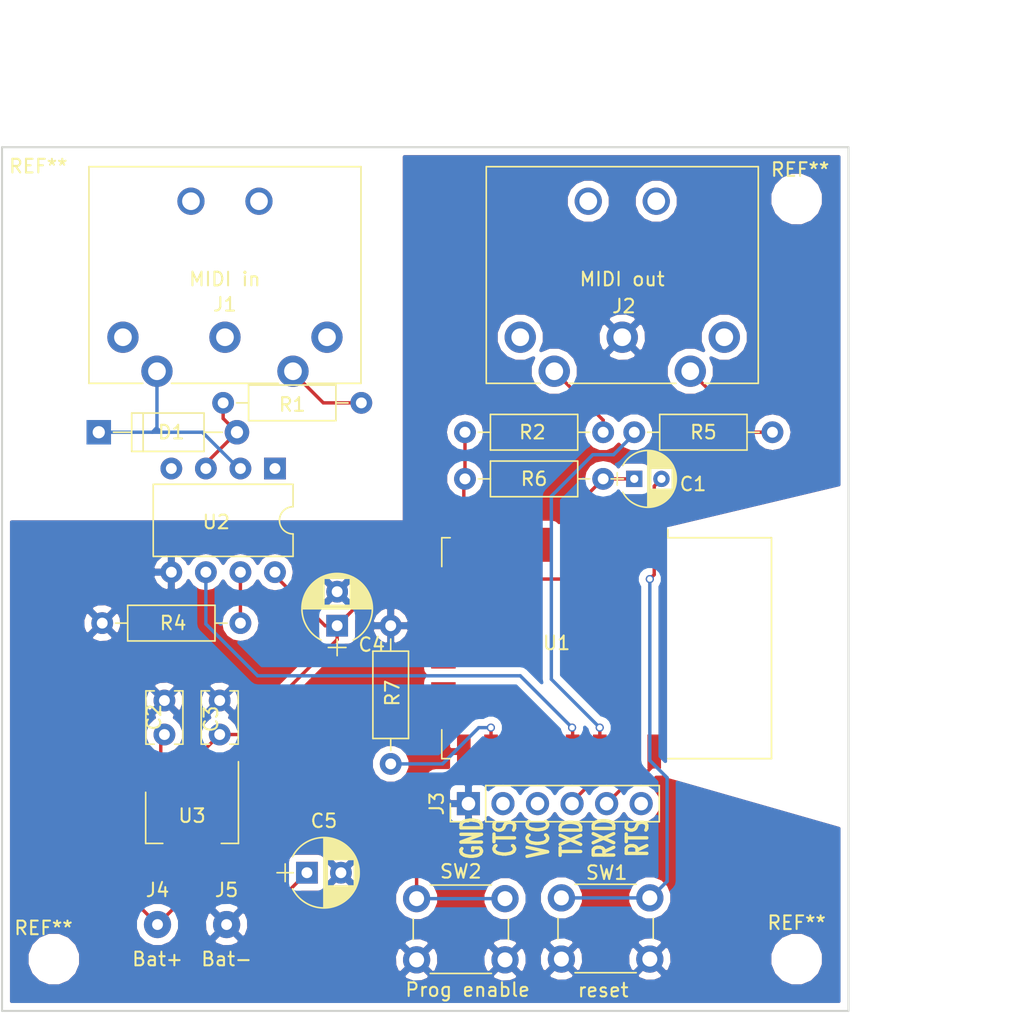
<source format=kicad_pcb>
(kicad_pcb (version 4) (host pcbnew 4.0.7-e2-6376~58~ubuntu14.04.1)

  (general
    (links 45)
    (no_connects 0)
    (area 105.334999 69.139999 167.715001 132.790001)
    (thickness 1.6)
    (drawings 9)
    (tracks 114)
    (zones 0)
    (modules 26)
    (nets 18)
  )

  (page A4)
  (layers
    (0 F.Cu signal)
    (31 B.Cu signal)
    (36 B.SilkS user)
    (37 F.SilkS user)
    (38 B.Mask user)
    (39 F.Mask user)
    (40 Dwgs.User user)
    (44 Edge.Cuts user)
  )

  (setup
    (last_trace_width 0.25)
    (trace_clearance 0.2)
    (zone_clearance 0.508)
    (zone_45_only yes)
    (trace_min 0.2)
    (segment_width 0.2)
    (edge_width 0.15)
    (via_size 0.6)
    (via_drill 0.4)
    (via_min_size 0.4)
    (via_min_drill 0.3)
    (uvia_size 0.3)
    (uvia_drill 0.1)
    (uvias_allowed no)
    (uvia_min_size 0.2)
    (uvia_min_drill 0.1)
    (pcb_text_width 0.3)
    (pcb_text_size 1.5 1.5)
    (mod_edge_width 0.15)
    (mod_text_size 1 1)
    (mod_text_width 0.15)
    (pad_size 1.524 1.524)
    (pad_drill 0.762)
    (pad_to_mask_clearance 0.2)
    (aux_axis_origin 0 0)
    (visible_elements FFFFFF7F)
    (pcbplotparams
      (layerselection 0x00030_80000001)
      (usegerberextensions false)
      (excludeedgelayer true)
      (linewidth 0.100000)
      (plotframeref false)
      (viasonmask false)
      (mode 1)
      (useauxorigin false)
      (hpglpennumber 1)
      (hpglpenspeed 20)
      (hpglpendiameter 15)
      (hpglpenoverlay 2)
      (psnegative false)
      (psa4output false)
      (plotreference true)
      (plotvalue true)
      (plotinvisibletext false)
      (padsonsilk false)
      (subtractmaskfromsilk false)
      (outputformat 1)
      (mirror false)
      (drillshape 1)
      (scaleselection 1)
      (outputdirectory ""))
  )

  (net 0 "")
  (net 1 "Net-(C1-Pad1)")
  (net 2 "Net-(C1-Pad2)")
  (net 3 "Net-(C2-Pad1)")
  (net 4 GND)
  (net 5 +3V3)
  (net 6 "Net-(D1-Pad1)")
  (net 7 "Net-(D1-Pad2)")
  (net 8 "Net-(J2-Pad5)")
  (net 9 "Net-(J2-Pad4)")
  (net 10 "Net-(J3-Pad4)")
  (net 11 "Net-(J3-Pad5)")
  (net 12 "Net-(R4-Pad2)")
  (net 13 "Net-(R5-Pad1)")
  (net 14 "Net-(SW2-Pad1)")
  (net 15 "Net-(J1-Pad5)")
  (net 16 "Net-(R7-Pad1)")
  (net 17 "Net-(U1-Pad19)")

  (net_class Default "This is the default net class."
    (clearance 0.2)
    (trace_width 0.25)
    (via_dia 0.6)
    (via_drill 0.4)
    (uvia_dia 0.3)
    (uvia_drill 0.1)
    (add_net +3V3)
    (add_net GND)
    (add_net "Net-(C1-Pad1)")
    (add_net "Net-(C1-Pad2)")
    (add_net "Net-(C2-Pad1)")
    (add_net "Net-(D1-Pad1)")
    (add_net "Net-(D1-Pad2)")
    (add_net "Net-(J1-Pad5)")
    (add_net "Net-(J2-Pad4)")
    (add_net "Net-(J2-Pad5)")
    (add_net "Net-(J3-Pad4)")
    (add_net "Net-(J3-Pad5)")
    (add_net "Net-(R4-Pad2)")
    (add_net "Net-(R5-Pad1)")
    (add_net "Net-(R7-Pad1)")
    (add_net "Net-(SW2-Pad1)")
    (add_net "Net-(U1-Pad19)")
  )

  (module Resistors_THT:R_Axial_DIN0207_L6.3mm_D2.5mm_P10.16mm_Horizontal (layer F.Cu) (tedit 5ACA7FCA) (tstamp 5AA45A87)
    (at 151.892 90.17)
    (descr "Resistor, Axial_DIN0207 series, Axial, Horizontal, pin pitch=10.16mm, 0.25W = 1/4W, length*diameter=6.3*2.5mm^2, http://cdn-reichelt.de/documents/datenblatt/B400/1_4W%23YAG.pdf")
    (tags "Resistor Axial_DIN0207 series Axial Horizontal pin pitch 10.16mm 0.25W = 1/4W length 6.3mm diameter 2.5mm")
    (path /5AA0E839)
    (fp_text reference R5 (at 5.08 0) (layer F.SilkS)
      (effects (font (size 1 1) (thickness 0.15)))
    )
    (fp_text value 120R (at 3.175 -2.032) (layer F.Fab)
      (effects (font (size 1 1) (thickness 0.15)))
    )
    (fp_line (start 1.93 -1.25) (end 1.93 1.25) (layer F.Fab) (width 0.1))
    (fp_line (start 1.93 1.25) (end 8.23 1.25) (layer F.Fab) (width 0.1))
    (fp_line (start 8.23 1.25) (end 8.23 -1.25) (layer F.Fab) (width 0.1))
    (fp_line (start 8.23 -1.25) (end 1.93 -1.25) (layer F.Fab) (width 0.1))
    (fp_line (start 0 0) (end 1.93 0) (layer F.Fab) (width 0.1))
    (fp_line (start 10.16 0) (end 8.23 0) (layer F.Fab) (width 0.1))
    (fp_line (start 1.87 -1.31) (end 1.87 1.31) (layer F.SilkS) (width 0.12))
    (fp_line (start 1.87 1.31) (end 8.29 1.31) (layer F.SilkS) (width 0.12))
    (fp_line (start 8.29 1.31) (end 8.29 -1.31) (layer F.SilkS) (width 0.12))
    (fp_line (start 8.29 -1.31) (end 1.87 -1.31) (layer F.SilkS) (width 0.12))
    (fp_line (start 0.98 0) (end 1.87 0) (layer F.SilkS) (width 0.12))
    (fp_line (start 9.18 0) (end 8.29 0) (layer F.SilkS) (width 0.12))
    (fp_line (start -1.05 -1.6) (end -1.05 1.6) (layer F.CrtYd) (width 0.05))
    (fp_line (start -1.05 1.6) (end 11.25 1.6) (layer F.CrtYd) (width 0.05))
    (fp_line (start 11.25 1.6) (end 11.25 -1.6) (layer F.CrtYd) (width 0.05))
    (fp_line (start 11.25 -1.6) (end -1.05 -1.6) (layer F.CrtYd) (width 0.05))
    (pad 1 thru_hole circle (at 0 0) (size 1.6 1.6) (drill 0.8) (layers *.Cu *.Mask)
      (net 13 "Net-(R5-Pad1)"))
    (pad 2 thru_hole oval (at 10.16 0) (size 1.6 1.6) (drill 0.8) (layers *.Cu *.Mask)
      (net 8 "Net-(J2-Pad5)"))
    (model ${KISYS3DMOD}/Resistors_THT.3dshapes/R_Axial_DIN0207_L6.3mm_D2.5mm_P10.16mm_Horizontal.wrl
      (at (xyz 0 0 0))
      (scale (xyz 0.393701 0.393701 0.393701))
      (rotate (xyz 0 0 0))
    )
  )

  (module RF_Modules:ESP-12E (layer F.Cu) (tedit 5ACA7FD4) (tstamp 5AA035E8)
    (at 149.86 106.045 270)
    (descr "Wi-Fi Module, http://wiki.ai-thinker.com/_media/esp8266/docs/aithinker_esp_12f_datasheet_en.pdf")
    (tags "Wi-Fi Module")
    (path /5AC3DEE1)
    (attr smd)
    (fp_text reference U1 (at -0.381 3.683 360) (layer F.SilkS)
      (effects (font (size 1 1) (thickness 0.15)))
    )
    (fp_text value ESP-12E (at -2.286 3.683 360) (layer F.Fab)
      (effects (font (size 1 1) (thickness 0.15)))
    )
    (fp_text user Antenna (at -0.06 -7 450) (layer Cmts.User)
      (effects (font (size 1 1) (thickness 0.15)))
    )
    (fp_text user "KEEP-OUT ZONE" (at 0.03 -9.55 450) (layer Cmts.User)
      (effects (font (size 1 1) (thickness 0.15)))
    )
    (fp_text user %R (at 0.49 -0.8 270) (layer F.Fab)
      (effects (font (size 1 1) (thickness 0.15)))
    )
    (fp_line (start -8 -12) (end 8 -12) (layer F.Fab) (width 0.12))
    (fp_line (start 8 -12) (end 8 12) (layer F.Fab) (width 0.12))
    (fp_line (start 8 12) (end -8 12) (layer F.Fab) (width 0.12))
    (fp_line (start -8 12) (end -8 -3) (layer F.Fab) (width 0.12))
    (fp_line (start -8 -3) (end -7.5 -3.5) (layer F.Fab) (width 0.12))
    (fp_line (start -7.5 -3.5) (end -8 -4) (layer F.Fab) (width 0.12))
    (fp_line (start -8 -4) (end -8 -12) (layer F.Fab) (width 0.12))
    (fp_line (start -9.05 -12.2) (end 9.05 -12.2) (layer F.CrtYd) (width 0.05))
    (fp_line (start 9.05 -12.2) (end 9.05 13.1) (layer F.CrtYd) (width 0.05))
    (fp_line (start 9.05 13.1) (end -9.05 13.1) (layer F.CrtYd) (width 0.05))
    (fp_line (start -9.05 13.1) (end -9.05 -12.2) (layer F.CrtYd) (width 0.05))
    (fp_line (start -8.12 -12.12) (end 8.12 -12.12) (layer F.SilkS) (width 0.12))
    (fp_line (start 8.12 -12.12) (end 8.12 -4.5) (layer F.SilkS) (width 0.12))
    (fp_line (start 8.12 11.5) (end 8.12 12.12) (layer F.SilkS) (width 0.12))
    (fp_line (start 8.12 12.12) (end 6 12.12) (layer F.SilkS) (width 0.12))
    (fp_line (start -6 12.12) (end -8.12 12.12) (layer F.SilkS) (width 0.12))
    (fp_line (start -8.12 12.12) (end -8.12 11.5) (layer F.SilkS) (width 0.12))
    (fp_line (start -8.12 -4.5) (end -8.12 -12.12) (layer F.SilkS) (width 0.12))
    (fp_line (start -8.12 -4.5) (end -8.73 -4.5) (layer F.SilkS) (width 0.12))
    (fp_line (start -8.12 -12.12) (end 8.12 -12.12) (layer Dwgs.User) (width 0.12))
    (fp_line (start 8.12 -12.12) (end 8.12 -4.8) (layer Dwgs.User) (width 0.12))
    (fp_line (start 8.12 -4.8) (end -8.12 -4.8) (layer Dwgs.User) (width 0.12))
    (fp_line (start -8.12 -4.8) (end -8.12 -12.12) (layer Dwgs.User) (width 0.12))
    (fp_line (start -8.12 -9.12) (end -5.12 -12.12) (layer Dwgs.User) (width 0.12))
    (fp_line (start -8.12 -6.12) (end -2.12 -12.12) (layer Dwgs.User) (width 0.12))
    (fp_line (start -6.44 -4.8) (end 0.88 -12.12) (layer Dwgs.User) (width 0.12))
    (fp_line (start -3.44 -4.8) (end 3.88 -12.12) (layer Dwgs.User) (width 0.12))
    (fp_line (start -0.44 -4.8) (end 6.88 -12.12) (layer Dwgs.User) (width 0.12))
    (fp_line (start 2.56 -4.8) (end 8.12 -10.36) (layer Dwgs.User) (width 0.12))
    (fp_line (start 5.56 -4.8) (end 8.12 -7.36) (layer Dwgs.User) (width 0.12))
    (pad 1 smd rect (at -7.6 -3.5 270) (size 2.5 1) (layers F.Cu F.Mask)
      (net 2 "Net-(C1-Pad2)"))
    (pad 2 smd rect (at -7.6 -1.5 270) (size 2.5 1) (layers F.Cu F.Mask))
    (pad 3 smd rect (at -7.6 0.5 270) (size 2.5 1) (layers F.Cu F.Mask)
      (net 5 +3V3))
    (pad 4 smd rect (at -7.6 2.5 270) (size 2.5 1) (layers F.Cu F.Mask)
      (net 1 "Net-(C1-Pad1)"))
    (pad 5 smd rect (at -7.6 4.5 270) (size 2.5 1) (layers F.Cu F.Mask))
    (pad 6 smd rect (at -7.6 6.5 270) (size 2.5 1) (layers F.Cu F.Mask))
    (pad 7 smd rect (at -7.6 8.5 270) (size 2.5 1) (layers F.Cu F.Mask))
    (pad 8 smd rect (at -7.6 10.5 270) (size 2.5 1) (layers F.Cu F.Mask)
      (net 5 +3V3))
    (pad 9 smd rect (at -5 12 270) (size 1 1.8) (layers F.Cu F.Mask))
    (pad 10 smd rect (at -3 12 270) (size 1 1.8) (layers F.Cu F.Mask))
    (pad 11 smd rect (at -1 12 270) (size 1 1.8) (layers F.Cu F.Mask))
    (pad 12 smd rect (at 1 12 270) (size 1 1.8) (layers F.Cu F.Mask))
    (pad 13 smd rect (at 3 12 270) (size 1 1.8) (layers F.Cu F.Mask))
    (pad 14 smd rect (at 5 12 270) (size 1 1.8) (layers F.Cu F.Mask))
    (pad 15 smd rect (at 7.6 10.5 270) (size 2.5 1) (layers F.Cu F.Mask)
      (net 4 GND))
    (pad 16 smd rect (at 7.6 8.5 270) (size 2.5 1) (layers F.Cu F.Mask)
      (net 16 "Net-(R7-Pad1)"))
    (pad 17 smd rect (at 7.6 6.5 270) (size 2.5 1) (layers F.Cu F.Mask))
    (pad 18 smd rect (at 7.6 4.5 270) (size 2.5 1) (layers F.Cu F.Mask)
      (net 14 "Net-(SW2-Pad1)"))
    (pad 19 smd rect (at 7.6 2.5 270) (size 2.5 1) (layers F.Cu F.Mask)
      (net 17 "Net-(U1-Pad19)"))
    (pad 20 smd rect (at 7.6 0.5 270) (size 2.5 1) (layers F.Cu F.Mask)
      (net 13 "Net-(R5-Pad1)"))
    (pad 21 smd rect (at 7.6 -1.5 270) (size 2.5 1) (layers F.Cu F.Mask)
      (net 10 "Net-(J3-Pad4)"))
    (pad 22 smd rect (at 7.6 -3.5 270) (size 2.5 1) (layers F.Cu F.Mask)
      (net 11 "Net-(J3-Pad5)"))
  )

  (module Capacitors_THT:CP_Radial_D4.0mm_P2.00mm (layer F.Cu) (tedit 5ACA7FC6) (tstamp 5AA30248)
    (at 151.892 93.599)
    (descr "CP, Radial series, Radial, pin pitch=2.00mm, , diameter=4mm, Electrolytic Capacitor")
    (tags "CP Radial series Radial pin pitch 2.00mm  diameter 4mm Electrolytic Capacitor")
    (path /5AA24095)
    (fp_text reference C1 (at 4.318 0.381) (layer F.SilkS)
      (effects (font (size 1 1) (thickness 0.15)))
    )
    (fp_text value 1uF (at 3.683 2.159) (layer F.Fab)
      (effects (font (size 1 1) (thickness 0.15)))
    )
    (fp_arc (start 1 0) (end -0.845996 -0.98) (angle 124.1) (layer F.SilkS) (width 0.12))
    (fp_arc (start 1 0) (end -0.845996 0.98) (angle -124.1) (layer F.SilkS) (width 0.12))
    (fp_arc (start 1 0) (end 2.845996 -0.98) (angle 55.9) (layer F.SilkS) (width 0.12))
    (fp_circle (center 1 0) (end 3 0) (layer F.Fab) (width 0.1))
    (fp_line (start -1.7 0) (end -0.8 0) (layer F.Fab) (width 0.1))
    (fp_line (start -1.25 -0.45) (end -1.25 0.45) (layer F.Fab) (width 0.1))
    (fp_line (start 1 -2.05) (end 1 2.05) (layer F.SilkS) (width 0.12))
    (fp_line (start 1.04 -2.05) (end 1.04 2.05) (layer F.SilkS) (width 0.12))
    (fp_line (start 1.08 -2.049) (end 1.08 2.049) (layer F.SilkS) (width 0.12))
    (fp_line (start 1.12 -2.047) (end 1.12 2.047) (layer F.SilkS) (width 0.12))
    (fp_line (start 1.16 -2.044) (end 1.16 2.044) (layer F.SilkS) (width 0.12))
    (fp_line (start 1.2 -2.041) (end 1.2 2.041) (layer F.SilkS) (width 0.12))
    (fp_line (start 1.24 -2.037) (end 1.24 -0.78) (layer F.SilkS) (width 0.12))
    (fp_line (start 1.24 0.78) (end 1.24 2.037) (layer F.SilkS) (width 0.12))
    (fp_line (start 1.28 -2.032) (end 1.28 -0.78) (layer F.SilkS) (width 0.12))
    (fp_line (start 1.28 0.78) (end 1.28 2.032) (layer F.SilkS) (width 0.12))
    (fp_line (start 1.32 -2.026) (end 1.32 -0.78) (layer F.SilkS) (width 0.12))
    (fp_line (start 1.32 0.78) (end 1.32 2.026) (layer F.SilkS) (width 0.12))
    (fp_line (start 1.36 -2.019) (end 1.36 -0.78) (layer F.SilkS) (width 0.12))
    (fp_line (start 1.36 0.78) (end 1.36 2.019) (layer F.SilkS) (width 0.12))
    (fp_line (start 1.4 -2.012) (end 1.4 -0.78) (layer F.SilkS) (width 0.12))
    (fp_line (start 1.4 0.78) (end 1.4 2.012) (layer F.SilkS) (width 0.12))
    (fp_line (start 1.44 -2.004) (end 1.44 -0.78) (layer F.SilkS) (width 0.12))
    (fp_line (start 1.44 0.78) (end 1.44 2.004) (layer F.SilkS) (width 0.12))
    (fp_line (start 1.48 -1.995) (end 1.48 -0.78) (layer F.SilkS) (width 0.12))
    (fp_line (start 1.48 0.78) (end 1.48 1.995) (layer F.SilkS) (width 0.12))
    (fp_line (start 1.52 -1.985) (end 1.52 -0.78) (layer F.SilkS) (width 0.12))
    (fp_line (start 1.52 0.78) (end 1.52 1.985) (layer F.SilkS) (width 0.12))
    (fp_line (start 1.56 -1.974) (end 1.56 -0.78) (layer F.SilkS) (width 0.12))
    (fp_line (start 1.56 0.78) (end 1.56 1.974) (layer F.SilkS) (width 0.12))
    (fp_line (start 1.6 -1.963) (end 1.6 -0.78) (layer F.SilkS) (width 0.12))
    (fp_line (start 1.6 0.78) (end 1.6 1.963) (layer F.SilkS) (width 0.12))
    (fp_line (start 1.64 -1.95) (end 1.64 -0.78) (layer F.SilkS) (width 0.12))
    (fp_line (start 1.64 0.78) (end 1.64 1.95) (layer F.SilkS) (width 0.12))
    (fp_line (start 1.68 -1.937) (end 1.68 -0.78) (layer F.SilkS) (width 0.12))
    (fp_line (start 1.68 0.78) (end 1.68 1.937) (layer F.SilkS) (width 0.12))
    (fp_line (start 1.721 -1.923) (end 1.721 -0.78) (layer F.SilkS) (width 0.12))
    (fp_line (start 1.721 0.78) (end 1.721 1.923) (layer F.SilkS) (width 0.12))
    (fp_line (start 1.761 -1.907) (end 1.761 -0.78) (layer F.SilkS) (width 0.12))
    (fp_line (start 1.761 0.78) (end 1.761 1.907) (layer F.SilkS) (width 0.12))
    (fp_line (start 1.801 -1.891) (end 1.801 -0.78) (layer F.SilkS) (width 0.12))
    (fp_line (start 1.801 0.78) (end 1.801 1.891) (layer F.SilkS) (width 0.12))
    (fp_line (start 1.841 -1.874) (end 1.841 -0.78) (layer F.SilkS) (width 0.12))
    (fp_line (start 1.841 0.78) (end 1.841 1.874) (layer F.SilkS) (width 0.12))
    (fp_line (start 1.881 -1.856) (end 1.881 -0.78) (layer F.SilkS) (width 0.12))
    (fp_line (start 1.881 0.78) (end 1.881 1.856) (layer F.SilkS) (width 0.12))
    (fp_line (start 1.921 -1.837) (end 1.921 -0.78) (layer F.SilkS) (width 0.12))
    (fp_line (start 1.921 0.78) (end 1.921 1.837) (layer F.SilkS) (width 0.12))
    (fp_line (start 1.961 -1.817) (end 1.961 -0.78) (layer F.SilkS) (width 0.12))
    (fp_line (start 1.961 0.78) (end 1.961 1.817) (layer F.SilkS) (width 0.12))
    (fp_line (start 2.001 -1.796) (end 2.001 -0.78) (layer F.SilkS) (width 0.12))
    (fp_line (start 2.001 0.78) (end 2.001 1.796) (layer F.SilkS) (width 0.12))
    (fp_line (start 2.041 -1.773) (end 2.041 -0.78) (layer F.SilkS) (width 0.12))
    (fp_line (start 2.041 0.78) (end 2.041 1.773) (layer F.SilkS) (width 0.12))
    (fp_line (start 2.081 -1.75) (end 2.081 -0.78) (layer F.SilkS) (width 0.12))
    (fp_line (start 2.081 0.78) (end 2.081 1.75) (layer F.SilkS) (width 0.12))
    (fp_line (start 2.121 -1.725) (end 2.121 -0.78) (layer F.SilkS) (width 0.12))
    (fp_line (start 2.121 0.78) (end 2.121 1.725) (layer F.SilkS) (width 0.12))
    (fp_line (start 2.161 -1.699) (end 2.161 -0.78) (layer F.SilkS) (width 0.12))
    (fp_line (start 2.161 0.78) (end 2.161 1.699) (layer F.SilkS) (width 0.12))
    (fp_line (start 2.201 -1.672) (end 2.201 -0.78) (layer F.SilkS) (width 0.12))
    (fp_line (start 2.201 0.78) (end 2.201 1.672) (layer F.SilkS) (width 0.12))
    (fp_line (start 2.241 -1.643) (end 2.241 -0.78) (layer F.SilkS) (width 0.12))
    (fp_line (start 2.241 0.78) (end 2.241 1.643) (layer F.SilkS) (width 0.12))
    (fp_line (start 2.281 -1.613) (end 2.281 -0.78) (layer F.SilkS) (width 0.12))
    (fp_line (start 2.281 0.78) (end 2.281 1.613) (layer F.SilkS) (width 0.12))
    (fp_line (start 2.321 -1.581) (end 2.321 -0.78) (layer F.SilkS) (width 0.12))
    (fp_line (start 2.321 0.78) (end 2.321 1.581) (layer F.SilkS) (width 0.12))
    (fp_line (start 2.361 -1.547) (end 2.361 -0.78) (layer F.SilkS) (width 0.12))
    (fp_line (start 2.361 0.78) (end 2.361 1.547) (layer F.SilkS) (width 0.12))
    (fp_line (start 2.401 -1.512) (end 2.401 -0.78) (layer F.SilkS) (width 0.12))
    (fp_line (start 2.401 0.78) (end 2.401 1.512) (layer F.SilkS) (width 0.12))
    (fp_line (start 2.441 -1.475) (end 2.441 -0.78) (layer F.SilkS) (width 0.12))
    (fp_line (start 2.441 0.78) (end 2.441 1.475) (layer F.SilkS) (width 0.12))
    (fp_line (start 2.481 -1.436) (end 2.481 -0.78) (layer F.SilkS) (width 0.12))
    (fp_line (start 2.481 0.78) (end 2.481 1.436) (layer F.SilkS) (width 0.12))
    (fp_line (start 2.521 -1.395) (end 2.521 -0.78) (layer F.SilkS) (width 0.12))
    (fp_line (start 2.521 0.78) (end 2.521 1.395) (layer F.SilkS) (width 0.12))
    (fp_line (start 2.561 -1.351) (end 2.561 -0.78) (layer F.SilkS) (width 0.12))
    (fp_line (start 2.561 0.78) (end 2.561 1.351) (layer F.SilkS) (width 0.12))
    (fp_line (start 2.601 -1.305) (end 2.601 -0.78) (layer F.SilkS) (width 0.12))
    (fp_line (start 2.601 0.78) (end 2.601 1.305) (layer F.SilkS) (width 0.12))
    (fp_line (start 2.641 -1.256) (end 2.641 -0.78) (layer F.SilkS) (width 0.12))
    (fp_line (start 2.641 0.78) (end 2.641 1.256) (layer F.SilkS) (width 0.12))
    (fp_line (start 2.681 -1.204) (end 2.681 -0.78) (layer F.SilkS) (width 0.12))
    (fp_line (start 2.681 0.78) (end 2.681 1.204) (layer F.SilkS) (width 0.12))
    (fp_line (start 2.721 -1.148) (end 2.721 -0.78) (layer F.SilkS) (width 0.12))
    (fp_line (start 2.721 0.78) (end 2.721 1.148) (layer F.SilkS) (width 0.12))
    (fp_line (start 2.761 -1.088) (end 2.761 -0.78) (layer F.SilkS) (width 0.12))
    (fp_line (start 2.761 0.78) (end 2.761 1.088) (layer F.SilkS) (width 0.12))
    (fp_line (start 2.801 -1.023) (end 2.801 1.023) (layer F.SilkS) (width 0.12))
    (fp_line (start 2.841 -0.952) (end 2.841 0.952) (layer F.SilkS) (width 0.12))
    (fp_line (start 2.881 -0.874) (end 2.881 0.874) (layer F.SilkS) (width 0.12))
    (fp_line (start 2.921 -0.786) (end 2.921 0.786) (layer F.SilkS) (width 0.12))
    (fp_line (start 2.961 -0.686) (end 2.961 0.686) (layer F.SilkS) (width 0.12))
    (fp_line (start 3.001 -0.567) (end 3.001 0.567) (layer F.SilkS) (width 0.12))
    (fp_line (start 3.041 -0.415) (end 3.041 0.415) (layer F.SilkS) (width 0.12))
    (fp_line (start 3.081 -0.165) (end 3.081 0.165) (layer F.SilkS) (width 0.12))
    (fp_line (start -1.7 0) (end -0.8 0) (layer F.SilkS) (width 0.12))
    (fp_line (start -1.25 -0.45) (end -1.25 0.45) (layer F.SilkS) (width 0.12))
    (fp_line (start -1.35 -2.35) (end -1.35 2.35) (layer F.CrtYd) (width 0.05))
    (fp_line (start -1.35 2.35) (end 3.35 2.35) (layer F.CrtYd) (width 0.05))
    (fp_line (start 3.35 2.35) (end 3.35 -2.35) (layer F.CrtYd) (width 0.05))
    (fp_line (start 3.35 -2.35) (end -1.35 -2.35) (layer F.CrtYd) (width 0.05))
    (fp_text user %R (at 1 0) (layer F.Fab)
      (effects (font (size 1 1) (thickness 0.15)))
    )
    (pad 1 thru_hole rect (at 0 0) (size 1.2 1.2) (drill 0.6) (layers *.Cu *.Mask)
      (net 1 "Net-(C1-Pad1)"))
    (pad 2 thru_hole circle (at 2 0) (size 1.2 1.2) (drill 0.6) (layers *.Cu *.Mask)
      (net 2 "Net-(C1-Pad2)"))
    (model ${KISYS3DMOD}/Capacitors_THT.3dshapes/CP_Radial_D4.0mm_P2.00mm.wrl
      (at (xyz 0 0 0))
      (scale (xyz 1 1 1))
      (rotate (xyz 0 0 0))
    )
  )

  (module Capacitors_THT:C_Disc_D3.8mm_W2.6mm_P2.50mm (layer F.Cu) (tedit 5ACA7F9F) (tstamp 5AA3024E)
    (at 117.348 112.395 90)
    (descr "C, Disc series, Radial, pin pitch=2.50mm, , diameter*width=3.8*2.6mm^2, Capacitor, http://www.vishay.com/docs/45233/krseries.pdf")
    (tags "C Disc series Radial pin pitch 2.50mm  diameter 3.8mm width 2.6mm Capacitor")
    (path /5AA30688)
    (fp_text reference C2 (at 1.27 -0.762 90) (layer F.SilkS)
      (effects (font (size 1 1) (thickness 0.15)))
    )
    (fp_text value 100nF (at 1.27 1.905 90) (layer F.Fab)
      (effects (font (size 1 1) (thickness 0.15)))
    )
    (fp_line (start -0.65 -1.3) (end -0.65 1.3) (layer F.Fab) (width 0.1))
    (fp_line (start -0.65 1.3) (end 3.15 1.3) (layer F.Fab) (width 0.1))
    (fp_line (start 3.15 1.3) (end 3.15 -1.3) (layer F.Fab) (width 0.1))
    (fp_line (start 3.15 -1.3) (end -0.65 -1.3) (layer F.Fab) (width 0.1))
    (fp_line (start -0.71 -1.36) (end 3.21 -1.36) (layer F.SilkS) (width 0.12))
    (fp_line (start -0.71 1.36) (end 3.21 1.36) (layer F.SilkS) (width 0.12))
    (fp_line (start -0.71 -1.36) (end -0.71 -0.75) (layer F.SilkS) (width 0.12))
    (fp_line (start -0.71 0.75) (end -0.71 1.36) (layer F.SilkS) (width 0.12))
    (fp_line (start 3.21 -1.36) (end 3.21 -0.75) (layer F.SilkS) (width 0.12))
    (fp_line (start 3.21 0.75) (end 3.21 1.36) (layer F.SilkS) (width 0.12))
    (fp_line (start -1.05 -1.65) (end -1.05 1.65) (layer F.CrtYd) (width 0.05))
    (fp_line (start -1.05 1.65) (end 3.55 1.65) (layer F.CrtYd) (width 0.05))
    (fp_line (start 3.55 1.65) (end 3.55 -1.65) (layer F.CrtYd) (width 0.05))
    (fp_line (start 3.55 -1.65) (end -1.05 -1.65) (layer F.CrtYd) (width 0.05))
    (fp_text user %R (at 1.25 0 90) (layer F.Fab)
      (effects (font (size 1 1) (thickness 0.15)))
    )
    (pad 1 thru_hole circle (at 0 0 90) (size 1.6 1.6) (drill 0.8) (layers *.Cu *.Mask)
      (net 3 "Net-(C2-Pad1)"))
    (pad 2 thru_hole circle (at 2.5 0 90) (size 1.6 1.6) (drill 0.8) (layers *.Cu *.Mask)
      (net 4 GND))
    (model ${KISYS3DMOD}/Capacitors_THT.3dshapes/C_Disc_D3.8mm_W2.6mm_P2.50mm.wrl
      (at (xyz 0 0 0))
      (scale (xyz 1 1 1))
      (rotate (xyz 0 0 0))
    )
  )

  (module Capacitors_THT:C_Disc_D3.8mm_W2.6mm_P2.50mm (layer F.Cu) (tedit 5ACA7FA2) (tstamp 5AA30254)
    (at 121.412 112.395 90)
    (descr "C, Disc series, Radial, pin pitch=2.50mm, , diameter*width=3.8*2.6mm^2, Capacitor, http://www.vishay.com/docs/45233/krseries.pdf")
    (tags "C Disc series Radial pin pitch 2.50mm  diameter 3.8mm width 2.6mm Capacitor")
    (path /5AA305EE)
    (fp_text reference C3 (at 1.143 -0.635 90) (layer F.SilkS)
      (effects (font (size 1 1) (thickness 0.15)))
    )
    (fp_text value 100nF (at 1.27 2.159 90) (layer F.Fab)
      (effects (font (size 1 1) (thickness 0.15)))
    )
    (fp_line (start -0.65 -1.3) (end -0.65 1.3) (layer F.Fab) (width 0.1))
    (fp_line (start -0.65 1.3) (end 3.15 1.3) (layer F.Fab) (width 0.1))
    (fp_line (start 3.15 1.3) (end 3.15 -1.3) (layer F.Fab) (width 0.1))
    (fp_line (start 3.15 -1.3) (end -0.65 -1.3) (layer F.Fab) (width 0.1))
    (fp_line (start -0.71 -1.36) (end 3.21 -1.36) (layer F.SilkS) (width 0.12))
    (fp_line (start -0.71 1.36) (end 3.21 1.36) (layer F.SilkS) (width 0.12))
    (fp_line (start -0.71 -1.36) (end -0.71 -0.75) (layer F.SilkS) (width 0.12))
    (fp_line (start -0.71 0.75) (end -0.71 1.36) (layer F.SilkS) (width 0.12))
    (fp_line (start 3.21 -1.36) (end 3.21 -0.75) (layer F.SilkS) (width 0.12))
    (fp_line (start 3.21 0.75) (end 3.21 1.36) (layer F.SilkS) (width 0.12))
    (fp_line (start -1.05 -1.65) (end -1.05 1.65) (layer F.CrtYd) (width 0.05))
    (fp_line (start -1.05 1.65) (end 3.55 1.65) (layer F.CrtYd) (width 0.05))
    (fp_line (start 3.55 1.65) (end 3.55 -1.65) (layer F.CrtYd) (width 0.05))
    (fp_line (start 3.55 -1.65) (end -1.05 -1.65) (layer F.CrtYd) (width 0.05))
    (fp_text user %R (at 1.25 0 90) (layer F.Fab)
      (effects (font (size 1 1) (thickness 0.15)))
    )
    (pad 1 thru_hole circle (at 0 0 90) (size 1.6 1.6) (drill 0.8) (layers *.Cu *.Mask)
      (net 5 +3V3))
    (pad 2 thru_hole circle (at 2.5 0 90) (size 1.6 1.6) (drill 0.8) (layers *.Cu *.Mask)
      (net 4 GND))
    (model ${KISYS3DMOD}/Capacitors_THT.3dshapes/C_Disc_D3.8mm_W2.6mm_P2.50mm.wrl
      (at (xyz 0 0 0))
      (scale (xyz 1 1 1))
      (rotate (xyz 0 0 0))
    )
  )

  (module Capacitors_THT:CP_Radial_D5.0mm_P2.50mm (layer F.Cu) (tedit 5ACA7F87) (tstamp 5AA3025A)
    (at 130.048 104.394 90)
    (descr "CP, Radial series, Radial, pin pitch=2.50mm, , diameter=5mm, Electrolytic Capacitor")
    (tags "CP Radial series Radial pin pitch 2.50mm  diameter 5mm Electrolytic Capacitor")
    (path /5AA30545)
    (fp_text reference C4 (at -1.397 2.54 180) (layer F.SilkS)
      (effects (font (size 1 1) (thickness 0.15)))
    )
    (fp_text value 220uF (at 4.572 1.016 180) (layer F.Fab)
      (effects (font (size 1 1) (thickness 0.15)))
    )
    (fp_arc (start 1.25 0) (end -1.05558 -1.18) (angle 125.8) (layer F.SilkS) (width 0.12))
    (fp_arc (start 1.25 0) (end -1.05558 1.18) (angle -125.8) (layer F.SilkS) (width 0.12))
    (fp_arc (start 1.25 0) (end 3.55558 -1.18) (angle 54.2) (layer F.SilkS) (width 0.12))
    (fp_circle (center 1.25 0) (end 3.75 0) (layer F.Fab) (width 0.1))
    (fp_line (start -2.2 0) (end -1 0) (layer F.Fab) (width 0.1))
    (fp_line (start -1.6 -0.65) (end -1.6 0.65) (layer F.Fab) (width 0.1))
    (fp_line (start 1.25 -2.55) (end 1.25 2.55) (layer F.SilkS) (width 0.12))
    (fp_line (start 1.29 -2.55) (end 1.29 2.55) (layer F.SilkS) (width 0.12))
    (fp_line (start 1.33 -2.549) (end 1.33 2.549) (layer F.SilkS) (width 0.12))
    (fp_line (start 1.37 -2.548) (end 1.37 2.548) (layer F.SilkS) (width 0.12))
    (fp_line (start 1.41 -2.546) (end 1.41 2.546) (layer F.SilkS) (width 0.12))
    (fp_line (start 1.45 -2.543) (end 1.45 2.543) (layer F.SilkS) (width 0.12))
    (fp_line (start 1.49 -2.539) (end 1.49 2.539) (layer F.SilkS) (width 0.12))
    (fp_line (start 1.53 -2.535) (end 1.53 -0.98) (layer F.SilkS) (width 0.12))
    (fp_line (start 1.53 0.98) (end 1.53 2.535) (layer F.SilkS) (width 0.12))
    (fp_line (start 1.57 -2.531) (end 1.57 -0.98) (layer F.SilkS) (width 0.12))
    (fp_line (start 1.57 0.98) (end 1.57 2.531) (layer F.SilkS) (width 0.12))
    (fp_line (start 1.61 -2.525) (end 1.61 -0.98) (layer F.SilkS) (width 0.12))
    (fp_line (start 1.61 0.98) (end 1.61 2.525) (layer F.SilkS) (width 0.12))
    (fp_line (start 1.65 -2.519) (end 1.65 -0.98) (layer F.SilkS) (width 0.12))
    (fp_line (start 1.65 0.98) (end 1.65 2.519) (layer F.SilkS) (width 0.12))
    (fp_line (start 1.69 -2.513) (end 1.69 -0.98) (layer F.SilkS) (width 0.12))
    (fp_line (start 1.69 0.98) (end 1.69 2.513) (layer F.SilkS) (width 0.12))
    (fp_line (start 1.73 -2.506) (end 1.73 -0.98) (layer F.SilkS) (width 0.12))
    (fp_line (start 1.73 0.98) (end 1.73 2.506) (layer F.SilkS) (width 0.12))
    (fp_line (start 1.77 -2.498) (end 1.77 -0.98) (layer F.SilkS) (width 0.12))
    (fp_line (start 1.77 0.98) (end 1.77 2.498) (layer F.SilkS) (width 0.12))
    (fp_line (start 1.81 -2.489) (end 1.81 -0.98) (layer F.SilkS) (width 0.12))
    (fp_line (start 1.81 0.98) (end 1.81 2.489) (layer F.SilkS) (width 0.12))
    (fp_line (start 1.85 -2.48) (end 1.85 -0.98) (layer F.SilkS) (width 0.12))
    (fp_line (start 1.85 0.98) (end 1.85 2.48) (layer F.SilkS) (width 0.12))
    (fp_line (start 1.89 -2.47) (end 1.89 -0.98) (layer F.SilkS) (width 0.12))
    (fp_line (start 1.89 0.98) (end 1.89 2.47) (layer F.SilkS) (width 0.12))
    (fp_line (start 1.93 -2.46) (end 1.93 -0.98) (layer F.SilkS) (width 0.12))
    (fp_line (start 1.93 0.98) (end 1.93 2.46) (layer F.SilkS) (width 0.12))
    (fp_line (start 1.971 -2.448) (end 1.971 -0.98) (layer F.SilkS) (width 0.12))
    (fp_line (start 1.971 0.98) (end 1.971 2.448) (layer F.SilkS) (width 0.12))
    (fp_line (start 2.011 -2.436) (end 2.011 -0.98) (layer F.SilkS) (width 0.12))
    (fp_line (start 2.011 0.98) (end 2.011 2.436) (layer F.SilkS) (width 0.12))
    (fp_line (start 2.051 -2.424) (end 2.051 -0.98) (layer F.SilkS) (width 0.12))
    (fp_line (start 2.051 0.98) (end 2.051 2.424) (layer F.SilkS) (width 0.12))
    (fp_line (start 2.091 -2.41) (end 2.091 -0.98) (layer F.SilkS) (width 0.12))
    (fp_line (start 2.091 0.98) (end 2.091 2.41) (layer F.SilkS) (width 0.12))
    (fp_line (start 2.131 -2.396) (end 2.131 -0.98) (layer F.SilkS) (width 0.12))
    (fp_line (start 2.131 0.98) (end 2.131 2.396) (layer F.SilkS) (width 0.12))
    (fp_line (start 2.171 -2.382) (end 2.171 -0.98) (layer F.SilkS) (width 0.12))
    (fp_line (start 2.171 0.98) (end 2.171 2.382) (layer F.SilkS) (width 0.12))
    (fp_line (start 2.211 -2.366) (end 2.211 -0.98) (layer F.SilkS) (width 0.12))
    (fp_line (start 2.211 0.98) (end 2.211 2.366) (layer F.SilkS) (width 0.12))
    (fp_line (start 2.251 -2.35) (end 2.251 -0.98) (layer F.SilkS) (width 0.12))
    (fp_line (start 2.251 0.98) (end 2.251 2.35) (layer F.SilkS) (width 0.12))
    (fp_line (start 2.291 -2.333) (end 2.291 -0.98) (layer F.SilkS) (width 0.12))
    (fp_line (start 2.291 0.98) (end 2.291 2.333) (layer F.SilkS) (width 0.12))
    (fp_line (start 2.331 -2.315) (end 2.331 -0.98) (layer F.SilkS) (width 0.12))
    (fp_line (start 2.331 0.98) (end 2.331 2.315) (layer F.SilkS) (width 0.12))
    (fp_line (start 2.371 -2.296) (end 2.371 -0.98) (layer F.SilkS) (width 0.12))
    (fp_line (start 2.371 0.98) (end 2.371 2.296) (layer F.SilkS) (width 0.12))
    (fp_line (start 2.411 -2.276) (end 2.411 -0.98) (layer F.SilkS) (width 0.12))
    (fp_line (start 2.411 0.98) (end 2.411 2.276) (layer F.SilkS) (width 0.12))
    (fp_line (start 2.451 -2.256) (end 2.451 -0.98) (layer F.SilkS) (width 0.12))
    (fp_line (start 2.451 0.98) (end 2.451 2.256) (layer F.SilkS) (width 0.12))
    (fp_line (start 2.491 -2.234) (end 2.491 -0.98) (layer F.SilkS) (width 0.12))
    (fp_line (start 2.491 0.98) (end 2.491 2.234) (layer F.SilkS) (width 0.12))
    (fp_line (start 2.531 -2.212) (end 2.531 -0.98) (layer F.SilkS) (width 0.12))
    (fp_line (start 2.531 0.98) (end 2.531 2.212) (layer F.SilkS) (width 0.12))
    (fp_line (start 2.571 -2.189) (end 2.571 -0.98) (layer F.SilkS) (width 0.12))
    (fp_line (start 2.571 0.98) (end 2.571 2.189) (layer F.SilkS) (width 0.12))
    (fp_line (start 2.611 -2.165) (end 2.611 -0.98) (layer F.SilkS) (width 0.12))
    (fp_line (start 2.611 0.98) (end 2.611 2.165) (layer F.SilkS) (width 0.12))
    (fp_line (start 2.651 -2.14) (end 2.651 -0.98) (layer F.SilkS) (width 0.12))
    (fp_line (start 2.651 0.98) (end 2.651 2.14) (layer F.SilkS) (width 0.12))
    (fp_line (start 2.691 -2.113) (end 2.691 -0.98) (layer F.SilkS) (width 0.12))
    (fp_line (start 2.691 0.98) (end 2.691 2.113) (layer F.SilkS) (width 0.12))
    (fp_line (start 2.731 -2.086) (end 2.731 -0.98) (layer F.SilkS) (width 0.12))
    (fp_line (start 2.731 0.98) (end 2.731 2.086) (layer F.SilkS) (width 0.12))
    (fp_line (start 2.771 -2.058) (end 2.771 -0.98) (layer F.SilkS) (width 0.12))
    (fp_line (start 2.771 0.98) (end 2.771 2.058) (layer F.SilkS) (width 0.12))
    (fp_line (start 2.811 -2.028) (end 2.811 -0.98) (layer F.SilkS) (width 0.12))
    (fp_line (start 2.811 0.98) (end 2.811 2.028) (layer F.SilkS) (width 0.12))
    (fp_line (start 2.851 -1.997) (end 2.851 -0.98) (layer F.SilkS) (width 0.12))
    (fp_line (start 2.851 0.98) (end 2.851 1.997) (layer F.SilkS) (width 0.12))
    (fp_line (start 2.891 -1.965) (end 2.891 -0.98) (layer F.SilkS) (width 0.12))
    (fp_line (start 2.891 0.98) (end 2.891 1.965) (layer F.SilkS) (width 0.12))
    (fp_line (start 2.931 -1.932) (end 2.931 -0.98) (layer F.SilkS) (width 0.12))
    (fp_line (start 2.931 0.98) (end 2.931 1.932) (layer F.SilkS) (width 0.12))
    (fp_line (start 2.971 -1.897) (end 2.971 -0.98) (layer F.SilkS) (width 0.12))
    (fp_line (start 2.971 0.98) (end 2.971 1.897) (layer F.SilkS) (width 0.12))
    (fp_line (start 3.011 -1.861) (end 3.011 -0.98) (layer F.SilkS) (width 0.12))
    (fp_line (start 3.011 0.98) (end 3.011 1.861) (layer F.SilkS) (width 0.12))
    (fp_line (start 3.051 -1.823) (end 3.051 -0.98) (layer F.SilkS) (width 0.12))
    (fp_line (start 3.051 0.98) (end 3.051 1.823) (layer F.SilkS) (width 0.12))
    (fp_line (start 3.091 -1.783) (end 3.091 -0.98) (layer F.SilkS) (width 0.12))
    (fp_line (start 3.091 0.98) (end 3.091 1.783) (layer F.SilkS) (width 0.12))
    (fp_line (start 3.131 -1.742) (end 3.131 -0.98) (layer F.SilkS) (width 0.12))
    (fp_line (start 3.131 0.98) (end 3.131 1.742) (layer F.SilkS) (width 0.12))
    (fp_line (start 3.171 -1.699) (end 3.171 -0.98) (layer F.SilkS) (width 0.12))
    (fp_line (start 3.171 0.98) (end 3.171 1.699) (layer F.SilkS) (width 0.12))
    (fp_line (start 3.211 -1.654) (end 3.211 -0.98) (layer F.SilkS) (width 0.12))
    (fp_line (start 3.211 0.98) (end 3.211 1.654) (layer F.SilkS) (width 0.12))
    (fp_line (start 3.251 -1.606) (end 3.251 -0.98) (layer F.SilkS) (width 0.12))
    (fp_line (start 3.251 0.98) (end 3.251 1.606) (layer F.SilkS) (width 0.12))
    (fp_line (start 3.291 -1.556) (end 3.291 -0.98) (layer F.SilkS) (width 0.12))
    (fp_line (start 3.291 0.98) (end 3.291 1.556) (layer F.SilkS) (width 0.12))
    (fp_line (start 3.331 -1.504) (end 3.331 -0.98) (layer F.SilkS) (width 0.12))
    (fp_line (start 3.331 0.98) (end 3.331 1.504) (layer F.SilkS) (width 0.12))
    (fp_line (start 3.371 -1.448) (end 3.371 -0.98) (layer F.SilkS) (width 0.12))
    (fp_line (start 3.371 0.98) (end 3.371 1.448) (layer F.SilkS) (width 0.12))
    (fp_line (start 3.411 -1.39) (end 3.411 -0.98) (layer F.SilkS) (width 0.12))
    (fp_line (start 3.411 0.98) (end 3.411 1.39) (layer F.SilkS) (width 0.12))
    (fp_line (start 3.451 -1.327) (end 3.451 -0.98) (layer F.SilkS) (width 0.12))
    (fp_line (start 3.451 0.98) (end 3.451 1.327) (layer F.SilkS) (width 0.12))
    (fp_line (start 3.491 -1.261) (end 3.491 1.261) (layer F.SilkS) (width 0.12))
    (fp_line (start 3.531 -1.189) (end 3.531 1.189) (layer F.SilkS) (width 0.12))
    (fp_line (start 3.571 -1.112) (end 3.571 1.112) (layer F.SilkS) (width 0.12))
    (fp_line (start 3.611 -1.028) (end 3.611 1.028) (layer F.SilkS) (width 0.12))
    (fp_line (start 3.651 -0.934) (end 3.651 0.934) (layer F.SilkS) (width 0.12))
    (fp_line (start 3.691 -0.829) (end 3.691 0.829) (layer F.SilkS) (width 0.12))
    (fp_line (start 3.731 -0.707) (end 3.731 0.707) (layer F.SilkS) (width 0.12))
    (fp_line (start 3.771 -0.559) (end 3.771 0.559) (layer F.SilkS) (width 0.12))
    (fp_line (start 3.811 -0.354) (end 3.811 0.354) (layer F.SilkS) (width 0.12))
    (fp_line (start -2.2 0) (end -1 0) (layer F.SilkS) (width 0.12))
    (fp_line (start -1.6 -0.65) (end -1.6 0.65) (layer F.SilkS) (width 0.12))
    (fp_line (start -1.6 -2.85) (end -1.6 2.85) (layer F.CrtYd) (width 0.05))
    (fp_line (start -1.6 2.85) (end 4.1 2.85) (layer F.CrtYd) (width 0.05))
    (fp_line (start 4.1 2.85) (end 4.1 -2.85) (layer F.CrtYd) (width 0.05))
    (fp_line (start 4.1 -2.85) (end -1.6 -2.85) (layer F.CrtYd) (width 0.05))
    (fp_text user %R (at 1.25 0 90) (layer F.Fab)
      (effects (font (size 1 1) (thickness 0.15)))
    )
    (pad 1 thru_hole rect (at 0 0 90) (size 1.6 1.6) (drill 0.8) (layers *.Cu *.Mask)
      (net 5 +3V3))
    (pad 2 thru_hole circle (at 2.5 0 90) (size 1.6 1.6) (drill 0.8) (layers *.Cu *.Mask)
      (net 4 GND))
    (model ${KISYS3DMOD}/Capacitors_THT.3dshapes/CP_Radial_D5.0mm_P2.50mm.wrl
      (at (xyz 0 0 0))
      (scale (xyz 1 1 1))
      (rotate (xyz 0 0 0))
    )
  )

  (module Connectors:SDS-50J (layer F.Cu) (tedit 5ACA77A0) (tstamp 5AA3026B)
    (at 114.3 83.185)
    (descr "SDS-50J, standard DIN connector, 5 pins, midi")
    (tags "SDS-50J DIN 5-pins connector midi")
    (path /5AA0E5AD)
    (fp_text reference J1 (at 7.493 -2.413) (layer F.SilkS)
      (effects (font (size 1 1) (thickness 0.15)))
    )
    (fp_text value "MIDI in" (at 7.49 -4.27) (layer F.SilkS)
      (effects (font (size 1 1) (thickness 0.15)))
    )
    (fp_line (start 17.75 3.9) (end 17.75 -12.8) (layer F.CrtYd) (width 0.05))
    (fp_line (start 17.75 -12.8) (end -2.75 -12.8) (layer F.CrtYd) (width 0.05))
    (fp_line (start -2.75 -12.8) (end -2.75 3.9) (layer F.CrtYd) (width 0.05))
    (fp_line (start 17.75 3.9) (end -2.75 3.9) (layer F.CrtYd) (width 0.05))
    (fp_line (start 1.46 3.39) (end -2.5 3.39) (layer F.SilkS) (width 0.12))
    (fp_line (start 11.44 3.39) (end 3.57 3.39) (layer F.SilkS) (width 0.12))
    (fp_line (start -2.5 3.39) (end -2.5 -12.54) (layer F.SilkS) (width 0.12))
    (fp_line (start 17.5 -12.54) (end -2.5 -12.54) (layer F.SilkS) (width 0.12))
    (fp_line (start 17.5 3.39) (end 17.5 -12.54) (layer F.SilkS) (width 0.12))
    (fp_line (start 17.5 3.39) (end 13.54 3.39) (layer F.SilkS) (width 0.12))
    (pad 5 thru_hole circle (at 12.5 2.5) (size 2.3 2.3) (drill 1.3) (layers *.Cu *.Mask)
      (net 15 "Net-(J1-Pad5)"))
    (pad "" thru_hole circle (at 5 -10) (size 2 2) (drill 1.3) (layers *.Cu *.Mask))
    (pad 3 thru_hole circle (at 15 0) (size 2.3 2.3) (drill 1.3) (layers *.Cu *.Mask))
    (pad 2 thru_hole circle (at 7.5 0) (size 2.3 2.3) (drill 1.3) (layers *.Cu *.Mask))
    (pad 1 thru_hole circle (at 0 0) (size 2.3 2.3) (drill 1.3) (layers *.Cu *.Mask))
    (pad 4 thru_hole circle (at 2.5 2.5) (size 2.3 2.3) (drill 1.3) (layers *.Cu *.Mask)
      (net 6 "Net-(D1-Pad1)"))
    (pad "" thru_hole circle (at 10 -10) (size 2 2) (drill 1.3) (layers *.Cu *.Mask))
    (model ${KISYS3DMOD}/Connectors.3dshapes/SDS-50J.wrl
      (at (xyz 0.29 0.49 0))
      (scale (xyz 0.39 0.39 0.39))
      (rotate (xyz -90 0 180))
    )
  )

  (module Connectors:SDS-50J (layer F.Cu) (tedit 5ACA7798) (tstamp 5AA30276)
    (at 143.51 83.185)
    (descr "SDS-50J, standard DIN connector, 5 pins, midi")
    (tags "SDS-50J DIN 5-pins connector midi")
    (path /5AA0E52B)
    (fp_text reference J2 (at 7.62 -2.286) (layer F.SilkS)
      (effects (font (size 1 1) (thickness 0.15)))
    )
    (fp_text value "MIDI out" (at 7.49 -4.27) (layer F.SilkS)
      (effects (font (size 1 1) (thickness 0.15)))
    )
    (fp_line (start 17.75 3.9) (end 17.75 -12.8) (layer F.CrtYd) (width 0.05))
    (fp_line (start 17.75 -12.8) (end -2.75 -12.8) (layer F.CrtYd) (width 0.05))
    (fp_line (start -2.75 -12.8) (end -2.75 3.9) (layer F.CrtYd) (width 0.05))
    (fp_line (start 17.75 3.9) (end -2.75 3.9) (layer F.CrtYd) (width 0.05))
    (fp_line (start 1.46 3.39) (end -2.5 3.39) (layer F.SilkS) (width 0.12))
    (fp_line (start 11.44 3.39) (end 3.57 3.39) (layer F.SilkS) (width 0.12))
    (fp_line (start -2.5 3.39) (end -2.5 -12.54) (layer F.SilkS) (width 0.12))
    (fp_line (start 17.5 -12.54) (end -2.5 -12.54) (layer F.SilkS) (width 0.12))
    (fp_line (start 17.5 3.39) (end 17.5 -12.54) (layer F.SilkS) (width 0.12))
    (fp_line (start 17.5 3.39) (end 13.54 3.39) (layer F.SilkS) (width 0.12))
    (pad 5 thru_hole circle (at 12.5 2.5) (size 2.3 2.3) (drill 1.3) (layers *.Cu *.Mask)
      (net 8 "Net-(J2-Pad5)"))
    (pad "" thru_hole circle (at 5 -10) (size 2 2) (drill 1.3) (layers *.Cu *.Mask))
    (pad 3 thru_hole circle (at 15 0) (size 2.3 2.3) (drill 1.3) (layers *.Cu *.Mask))
    (pad 2 thru_hole circle (at 7.5 0) (size 2.3 2.3) (drill 1.3) (layers *.Cu *.Mask)
      (net 4 GND))
    (pad 1 thru_hole circle (at 0 0) (size 2.3 2.3) (drill 1.3) (layers *.Cu *.Mask))
    (pad 4 thru_hole circle (at 2.5 2.5) (size 2.3 2.3) (drill 1.3) (layers *.Cu *.Mask)
      (net 9 "Net-(J2-Pad4)"))
    (pad "" thru_hole circle (at 10 -10) (size 2 2) (drill 1.3) (layers *.Cu *.Mask))
    (model ${KISYS3DMOD}/Connectors.3dshapes/SDS-50J.wrl
      (at (xyz 0.29 0.49 0))
      (scale (xyz 0.39 0.39 0.39))
      (rotate (xyz -90 0 180))
    )
  )

  (module Pin_Headers:Pin_Header_Straight_1x06_Pitch2.54mm (layer F.Cu) (tedit 5ACA7FDC) (tstamp 5AA30280)
    (at 139.7 117.475 90)
    (descr "Through hole straight pin header, 1x06, 2.54mm pitch, single row")
    (tags "Through hole pin header THT 1x06 2.54mm single row")
    (path /5AA1FA8A)
    (fp_text reference J3 (at 0 -2.33 90) (layer F.SilkS)
      (effects (font (size 1 1) (thickness 0.15)))
    )
    (fp_text value "TTL-232R-3V3 connector" (at 0 15.748 90) (layer F.Fab)
      (effects (font (size 1 1) (thickness 0.15)))
    )
    (fp_line (start -0.635 -1.27) (end 1.27 -1.27) (layer F.Fab) (width 0.1))
    (fp_line (start 1.27 -1.27) (end 1.27 13.97) (layer F.Fab) (width 0.1))
    (fp_line (start 1.27 13.97) (end -1.27 13.97) (layer F.Fab) (width 0.1))
    (fp_line (start -1.27 13.97) (end -1.27 -0.635) (layer F.Fab) (width 0.1))
    (fp_line (start -1.27 -0.635) (end -0.635 -1.27) (layer F.Fab) (width 0.1))
    (fp_line (start -1.33 14.03) (end 1.33 14.03) (layer F.SilkS) (width 0.12))
    (fp_line (start -1.33 1.27) (end -1.33 14.03) (layer F.SilkS) (width 0.12))
    (fp_line (start 1.33 1.27) (end 1.33 14.03) (layer F.SilkS) (width 0.12))
    (fp_line (start -1.33 1.27) (end 1.33 1.27) (layer F.SilkS) (width 0.12))
    (fp_line (start -1.33 0) (end -1.33 -1.33) (layer F.SilkS) (width 0.12))
    (fp_line (start -1.33 -1.33) (end 0 -1.33) (layer F.SilkS) (width 0.12))
    (fp_line (start -1.8 -1.8) (end -1.8 14.5) (layer F.CrtYd) (width 0.05))
    (fp_line (start -1.8 14.5) (end 1.8 14.5) (layer F.CrtYd) (width 0.05))
    (fp_line (start 1.8 14.5) (end 1.8 -1.8) (layer F.CrtYd) (width 0.05))
    (fp_line (start 1.8 -1.8) (end -1.8 -1.8) (layer F.CrtYd) (width 0.05))
    (fp_text user %R (at 0 6.35 180) (layer F.Fab)
      (effects (font (size 1 1) (thickness 0.15)))
    )
    (pad 1 thru_hole rect (at 0 0 90) (size 1.7 1.7) (drill 1) (layers *.Cu *.Mask)
      (net 4 GND))
    (pad 2 thru_hole oval (at 0 2.54 90) (size 1.7 1.7) (drill 1) (layers *.Cu *.Mask))
    (pad 3 thru_hole oval (at 0 5.08 90) (size 1.7 1.7) (drill 1) (layers *.Cu *.Mask))
    (pad 4 thru_hole oval (at 0 7.62 90) (size 1.7 1.7) (drill 1) (layers *.Cu *.Mask)
      (net 10 "Net-(J3-Pad4)"))
    (pad 5 thru_hole oval (at 0 10.16 90) (size 1.7 1.7) (drill 1) (layers *.Cu *.Mask)
      (net 11 "Net-(J3-Pad5)"))
    (pad 6 thru_hole oval (at 0 12.7 90) (size 1.7 1.7) (drill 1) (layers *.Cu *.Mask))
    (model ${KISYS3DMOD}/Pin_Headers.3dshapes/Pin_Header_Straight_1x06_Pitch2.54mm.wrl
      (at (xyz 0 0 0))
      (scale (xyz 1 1 1))
      (rotate (xyz 0 0 0))
    )
  )

  (module Buttons_Switches_THT:SW_PUSH_6mm (layer F.Cu) (tedit 5ACA77E1) (tstamp 5AA302B8)
    (at 153.035 128.905 180)
    (descr https://www.omron.com/ecb/products/pdf/en-b3f.pdf)
    (tags "tact sw push 6mm")
    (path /5AA2405F)
    (fp_text reference SW1 (at 3.175 6.35 180) (layer F.SilkS)
      (effects (font (size 1 1) (thickness 0.15)))
    )
    (fp_text value reset (at 3.429 -2.286 180) (layer F.SilkS)
      (effects (font (size 1 1) (thickness 0.15)))
    )
    (fp_text user %R (at 3.25 2.25 180) (layer F.Fab)
      (effects (font (size 1 1) (thickness 0.15)))
    )
    (fp_line (start 3.25 -0.75) (end 6.25 -0.75) (layer F.Fab) (width 0.1))
    (fp_line (start 6.25 -0.75) (end 6.25 5.25) (layer F.Fab) (width 0.1))
    (fp_line (start 6.25 5.25) (end 0.25 5.25) (layer F.Fab) (width 0.1))
    (fp_line (start 0.25 5.25) (end 0.25 -0.75) (layer F.Fab) (width 0.1))
    (fp_line (start 0.25 -0.75) (end 3.25 -0.75) (layer F.Fab) (width 0.1))
    (fp_line (start 7.75 6) (end 8 6) (layer F.CrtYd) (width 0.05))
    (fp_line (start 8 6) (end 8 5.75) (layer F.CrtYd) (width 0.05))
    (fp_line (start 7.75 -1.5) (end 8 -1.5) (layer F.CrtYd) (width 0.05))
    (fp_line (start 8 -1.5) (end 8 -1.25) (layer F.CrtYd) (width 0.05))
    (fp_line (start -1.5 -1.25) (end -1.5 -1.5) (layer F.CrtYd) (width 0.05))
    (fp_line (start -1.5 -1.5) (end -1.25 -1.5) (layer F.CrtYd) (width 0.05))
    (fp_line (start -1.5 5.75) (end -1.5 6) (layer F.CrtYd) (width 0.05))
    (fp_line (start -1.5 6) (end -1.25 6) (layer F.CrtYd) (width 0.05))
    (fp_line (start -1.25 -1.5) (end 7.75 -1.5) (layer F.CrtYd) (width 0.05))
    (fp_line (start -1.5 5.75) (end -1.5 -1.25) (layer F.CrtYd) (width 0.05))
    (fp_line (start 7.75 6) (end -1.25 6) (layer F.CrtYd) (width 0.05))
    (fp_line (start 8 -1.25) (end 8 5.75) (layer F.CrtYd) (width 0.05))
    (fp_line (start 1 5.5) (end 5.5 5.5) (layer F.SilkS) (width 0.12))
    (fp_line (start -0.25 1.5) (end -0.25 3) (layer F.SilkS) (width 0.12))
    (fp_line (start 5.5 -1) (end 1 -1) (layer F.SilkS) (width 0.12))
    (fp_line (start 6.75 3) (end 6.75 1.5) (layer F.SilkS) (width 0.12))
    (fp_circle (center 3.25 2.25) (end 1.25 2.5) (layer F.Fab) (width 0.1))
    (pad 2 thru_hole circle (at 0 4.5 270) (size 2 2) (drill 1.1) (layers *.Cu *.Mask)
      (net 2 "Net-(C1-Pad2)"))
    (pad 1 thru_hole circle (at 0 0 270) (size 2 2) (drill 1.1) (layers *.Cu *.Mask)
      (net 4 GND))
    (pad 2 thru_hole circle (at 6.5 4.5 270) (size 2 2) (drill 1.1) (layers *.Cu *.Mask)
      (net 2 "Net-(C1-Pad2)"))
    (pad 1 thru_hole circle (at 6.5 0 270) (size 2 2) (drill 1.1) (layers *.Cu *.Mask)
      (net 4 GND))
    (model ${KISYS3DMOD}/Buttons_Switches_THT.3dshapes/SW_PUSH_6mm.wrl
      (at (xyz 0.005 0 0))
      (scale (xyz 0.3937 0.3937 0.3937))
      (rotate (xyz 0 0 0))
    )
  )

  (module Buttons_Switches_THT:SW_PUSH_6mm (layer F.Cu) (tedit 5AA51B4A) (tstamp 5AA302C0)
    (at 135.89 124.46)
    (descr https://www.omron.com/ecb/products/pdf/en-b3f.pdf)
    (tags "tact sw push 6mm")
    (path /5AA24002)
    (fp_text reference SW2 (at 3.25 -2) (layer F.SilkS)
      (effects (font (size 1 1) (thickness 0.15)))
    )
    (fp_text value "Prog enable" (at 3.75 6.7) (layer F.SilkS)
      (effects (font (size 1 1) (thickness 0.15)))
    )
    (fp_text user %R (at 3.25 2.25) (layer F.Fab)
      (effects (font (size 1 1) (thickness 0.15)))
    )
    (fp_line (start 3.25 -0.75) (end 6.25 -0.75) (layer F.Fab) (width 0.1))
    (fp_line (start 6.25 -0.75) (end 6.25 5.25) (layer F.Fab) (width 0.1))
    (fp_line (start 6.25 5.25) (end 0.25 5.25) (layer F.Fab) (width 0.1))
    (fp_line (start 0.25 5.25) (end 0.25 -0.75) (layer F.Fab) (width 0.1))
    (fp_line (start 0.25 -0.75) (end 3.25 -0.75) (layer F.Fab) (width 0.1))
    (fp_line (start 7.75 6) (end 8 6) (layer F.CrtYd) (width 0.05))
    (fp_line (start 8 6) (end 8 5.75) (layer F.CrtYd) (width 0.05))
    (fp_line (start 7.75 -1.5) (end 8 -1.5) (layer F.CrtYd) (width 0.05))
    (fp_line (start 8 -1.5) (end 8 -1.25) (layer F.CrtYd) (width 0.05))
    (fp_line (start -1.5 -1.25) (end -1.5 -1.5) (layer F.CrtYd) (width 0.05))
    (fp_line (start -1.5 -1.5) (end -1.25 -1.5) (layer F.CrtYd) (width 0.05))
    (fp_line (start -1.5 5.75) (end -1.5 6) (layer F.CrtYd) (width 0.05))
    (fp_line (start -1.5 6) (end -1.25 6) (layer F.CrtYd) (width 0.05))
    (fp_line (start -1.25 -1.5) (end 7.75 -1.5) (layer F.CrtYd) (width 0.05))
    (fp_line (start -1.5 5.75) (end -1.5 -1.25) (layer F.CrtYd) (width 0.05))
    (fp_line (start 7.75 6) (end -1.25 6) (layer F.CrtYd) (width 0.05))
    (fp_line (start 8 -1.25) (end 8 5.75) (layer F.CrtYd) (width 0.05))
    (fp_line (start 1 5.5) (end 5.5 5.5) (layer F.SilkS) (width 0.12))
    (fp_line (start -0.25 1.5) (end -0.25 3) (layer F.SilkS) (width 0.12))
    (fp_line (start 5.5 -1) (end 1 -1) (layer F.SilkS) (width 0.12))
    (fp_line (start 6.75 3) (end 6.75 1.5) (layer F.SilkS) (width 0.12))
    (fp_circle (center 3.25 2.25) (end 1.25 2.5) (layer F.Fab) (width 0.1))
    (pad 2 thru_hole circle (at 0 4.5 90) (size 2 2) (drill 1.1) (layers *.Cu *.Mask)
      (net 4 GND))
    (pad 1 thru_hole circle (at 0 0 90) (size 2 2) (drill 1.1) (layers *.Cu *.Mask)
      (net 14 "Net-(SW2-Pad1)"))
    (pad 2 thru_hole circle (at 6.5 4.5 90) (size 2 2) (drill 1.1) (layers *.Cu *.Mask)
      (net 4 GND))
    (pad 1 thru_hole circle (at 6.5 0 90) (size 2 2) (drill 1.1) (layers *.Cu *.Mask)
      (net 14 "Net-(SW2-Pad1)"))
    (model ${KISYS3DMOD}/Buttons_Switches_THT.3dshapes/SW_PUSH_6mm.wrl
      (at (xyz 0.005 0 0))
      (scale (xyz 0.3937 0.3937 0.3937))
      (rotate (xyz 0 0 0))
    )
  )

  (module Housings_DIP:DIP-8_W7.62mm (layer F.Cu) (tedit 5ACA7800) (tstamp 5AA302CC)
    (at 125.476 92.837 270)
    (descr "8-lead though-hole mounted DIP package, row spacing 7.62 mm (300 mils)")
    (tags "THT DIP DIL PDIP 2.54mm 7.62mm 300mil")
    (path /5AA1AD61)
    (fp_text reference U2 (at 3.937 4.318 360) (layer F.SilkS)
      (effects (font (size 1 1) (thickness 0.15)))
    )
    (fp_text value 6N138 (at 3.81 9.95 270) (layer F.Fab)
      (effects (font (size 1 1) (thickness 0.15)))
    )
    (fp_arc (start 3.81 -1.33) (end 2.81 -1.33) (angle -180) (layer F.SilkS) (width 0.12))
    (fp_line (start 1.635 -1.27) (end 6.985 -1.27) (layer F.Fab) (width 0.1))
    (fp_line (start 6.985 -1.27) (end 6.985 8.89) (layer F.Fab) (width 0.1))
    (fp_line (start 6.985 8.89) (end 0.635 8.89) (layer F.Fab) (width 0.1))
    (fp_line (start 0.635 8.89) (end 0.635 -0.27) (layer F.Fab) (width 0.1))
    (fp_line (start 0.635 -0.27) (end 1.635 -1.27) (layer F.Fab) (width 0.1))
    (fp_line (start 2.81 -1.33) (end 1.16 -1.33) (layer F.SilkS) (width 0.12))
    (fp_line (start 1.16 -1.33) (end 1.16 8.95) (layer F.SilkS) (width 0.12))
    (fp_line (start 1.16 8.95) (end 6.46 8.95) (layer F.SilkS) (width 0.12))
    (fp_line (start 6.46 8.95) (end 6.46 -1.33) (layer F.SilkS) (width 0.12))
    (fp_line (start 6.46 -1.33) (end 4.81 -1.33) (layer F.SilkS) (width 0.12))
    (fp_line (start -1.1 -1.55) (end -1.1 9.15) (layer F.CrtYd) (width 0.05))
    (fp_line (start -1.1 9.15) (end 8.7 9.15) (layer F.CrtYd) (width 0.05))
    (fp_line (start 8.7 9.15) (end 8.7 -1.55) (layer F.CrtYd) (width 0.05))
    (fp_line (start 8.7 -1.55) (end -1.1 -1.55) (layer F.CrtYd) (width 0.05))
    (fp_text user %R (at 3.81 3.81 270) (layer F.Fab)
      (effects (font (size 1 1) (thickness 0.15)))
    )
    (pad 1 thru_hole rect (at 0 0 270) (size 1.6 1.6) (drill 0.8) (layers *.Cu *.Mask))
    (pad 5 thru_hole oval (at 7.62 7.62 270) (size 1.6 1.6) (drill 0.8) (layers *.Cu *.Mask)
      (net 4 GND))
    (pad 2 thru_hole oval (at 0 2.54 270) (size 1.6 1.6) (drill 0.8) (layers *.Cu *.Mask)
      (net 6 "Net-(D1-Pad1)"))
    (pad 6 thru_hole oval (at 7.62 5.08 270) (size 1.6 1.6) (drill 0.8) (layers *.Cu *.Mask)
      (net 17 "Net-(U1-Pad19)"))
    (pad 3 thru_hole oval (at 0 5.08 270) (size 1.6 1.6) (drill 0.8) (layers *.Cu *.Mask)
      (net 7 "Net-(D1-Pad2)"))
    (pad 7 thru_hole oval (at 7.62 2.54 270) (size 1.6 1.6) (drill 0.8) (layers *.Cu *.Mask)
      (net 12 "Net-(R4-Pad2)"))
    (pad 4 thru_hole oval (at 0 7.62 270) (size 1.6 1.6) (drill 0.8) (layers *.Cu *.Mask))
    (pad 8 thru_hole oval (at 7.62 0 270) (size 1.6 1.6) (drill 0.8) (layers *.Cu *.Mask)
      (net 5 +3V3))
    (model ${KISYS3DMOD}/Housings_DIP.3dshapes/DIP-8_W7.62mm.wrl
      (at (xyz 0 0 0))
      (scale (xyz 1 1 1))
      (rotate (xyz 0 0 0))
    )
  )

  (module TO_SOT_Packages_SMD:SOT-223 (layer F.Cu) (tedit 5ACA7F99) (tstamp 5AA302D4)
    (at 119.38 118.491 270)
    (descr "module CMS SOT223 4 pins")
    (tags "CMS SOT")
    (path /5AA2FC6F)
    (attr smd)
    (fp_text reference U3 (at -0.127 0 360) (layer F.SilkS)
      (effects (font (size 1 1) (thickness 0.15)))
    )
    (fp_text value LD1117S50TR_SOT223 (at -0.254 4.953 270) (layer F.Fab)
      (effects (font (size 1 1) (thickness 0.15)))
    )
    (fp_text user %R (at 0 0 360) (layer F.Fab)
      (effects (font (size 0.8 0.8) (thickness 0.12)))
    )
    (fp_line (start -1.85 -2.3) (end -0.8 -3.35) (layer F.Fab) (width 0.1))
    (fp_line (start 1.91 3.41) (end 1.91 2.15) (layer F.SilkS) (width 0.12))
    (fp_line (start 1.91 -3.41) (end 1.91 -2.15) (layer F.SilkS) (width 0.12))
    (fp_line (start 4.4 -3.6) (end -4.4 -3.6) (layer F.CrtYd) (width 0.05))
    (fp_line (start 4.4 3.6) (end 4.4 -3.6) (layer F.CrtYd) (width 0.05))
    (fp_line (start -4.4 3.6) (end 4.4 3.6) (layer F.CrtYd) (width 0.05))
    (fp_line (start -4.4 -3.6) (end -4.4 3.6) (layer F.CrtYd) (width 0.05))
    (fp_line (start -1.85 -2.3) (end -1.85 3.35) (layer F.Fab) (width 0.1))
    (fp_line (start -1.85 3.41) (end 1.91 3.41) (layer F.SilkS) (width 0.12))
    (fp_line (start -0.8 -3.35) (end 1.85 -3.35) (layer F.Fab) (width 0.1))
    (fp_line (start -4.1 -3.41) (end 1.91 -3.41) (layer F.SilkS) (width 0.12))
    (fp_line (start -1.85 3.35) (end 1.85 3.35) (layer F.Fab) (width 0.1))
    (fp_line (start 1.85 -3.35) (end 1.85 3.35) (layer F.Fab) (width 0.1))
    (pad 4 smd rect (at 3.15 0 270) (size 2 3.8) (layers F.Cu F.Mask))
    (pad 2 smd rect (at -3.15 0 270) (size 2 1.5) (layers F.Cu F.Mask)
      (net 5 +3V3))
    (pad 3 smd rect (at -3.15 2.3 270) (size 2 1.5) (layers F.Cu F.Mask)
      (net 3 "Net-(C2-Pad1)"))
    (pad 1 smd rect (at -3.15 -2.3 270) (size 2 1.5) (layers F.Cu F.Mask)
      (net 4 GND))
    (model ${KISYS3DMOD}/TO_SOT_Packages_SMD.3dshapes/SOT-223.wrl
      (at (xyz 0 0 0))
      (scale (xyz 1 1 1))
      (rotate (xyz 0 0 0))
    )
  )

  (module Wire_Pads:SolderWirePad_single_0-8mmDrill (layer F.Cu) (tedit 5AA51B12) (tstamp 5AA304D4)
    (at 116.84 126.365)
    (path /5AA3271F)
    (fp_text reference J4 (at 0 -2.54) (layer F.SilkS)
      (effects (font (size 1 1) (thickness 0.15)))
    )
    (fp_text value Bat+ (at 0 2.54) (layer F.SilkS)
      (effects (font (size 1 1) (thickness 0.15)))
    )
    (pad 1 thru_hole circle (at 0 0) (size 1.99898 1.99898) (drill 0.8001) (layers *.Cu *.Mask)
      (net 3 "Net-(C2-Pad1)"))
  )

  (module Wire_Pads:SolderWirePad_single_0-8mmDrill (layer F.Cu) (tedit 5AA51B17) (tstamp 5AA304D8)
    (at 121.92 126.365)
    (path /5AA327AB)
    (fp_text reference J5 (at 0 -2.54) (layer F.SilkS)
      (effects (font (size 1 1) (thickness 0.15)))
    )
    (fp_text value Bat- (at 0 2.54) (layer F.SilkS)
      (effects (font (size 1 1) (thickness 0.15)))
    )
    (pad 1 thru_hole circle (at 0 0) (size 1.99898 1.99898) (drill 0.8001) (layers *.Cu *.Mask)
      (net 4 GND))
  )

  (module Resistors_THT:R_Axial_DIN0207_L6.3mm_D2.5mm_P10.16mm_Horizontal (layer F.Cu) (tedit 5ACA7FB3) (tstamp 5AA45A73)
    (at 131.826 88.011 180)
    (descr "Resistor, Axial_DIN0207 series, Axial, Horizontal, pin pitch=10.16mm, 0.25W = 1/4W, length*diameter=6.3*2.5mm^2, http://cdn-reichelt.de/documents/datenblatt/B400/1_4W%23YAG.pdf")
    (tags "Resistor Axial_DIN0207 series Axial Horizontal pin pitch 10.16mm 0.25W = 1/4W length 6.3mm diameter 2.5mm")
    (path /5AA1B0FD)
    (fp_text reference R1 (at 5.08 -0.127 180) (layer F.SilkS)
      (effects (font (size 1 1) (thickness 0.15)))
    )
    (fp_text value 220R (at 3.81 -2.159 180) (layer F.Fab)
      (effects (font (size 1 1) (thickness 0.15)))
    )
    (fp_line (start 1.93 -1.25) (end 1.93 1.25) (layer F.Fab) (width 0.1))
    (fp_line (start 1.93 1.25) (end 8.23 1.25) (layer F.Fab) (width 0.1))
    (fp_line (start 8.23 1.25) (end 8.23 -1.25) (layer F.Fab) (width 0.1))
    (fp_line (start 8.23 -1.25) (end 1.93 -1.25) (layer F.Fab) (width 0.1))
    (fp_line (start 0 0) (end 1.93 0) (layer F.Fab) (width 0.1))
    (fp_line (start 10.16 0) (end 8.23 0) (layer F.Fab) (width 0.1))
    (fp_line (start 1.87 -1.31) (end 1.87 1.31) (layer F.SilkS) (width 0.12))
    (fp_line (start 1.87 1.31) (end 8.29 1.31) (layer F.SilkS) (width 0.12))
    (fp_line (start 8.29 1.31) (end 8.29 -1.31) (layer F.SilkS) (width 0.12))
    (fp_line (start 8.29 -1.31) (end 1.87 -1.31) (layer F.SilkS) (width 0.12))
    (fp_line (start 0.98 0) (end 1.87 0) (layer F.SilkS) (width 0.12))
    (fp_line (start 9.18 0) (end 8.29 0) (layer F.SilkS) (width 0.12))
    (fp_line (start -1.05 -1.6) (end -1.05 1.6) (layer F.CrtYd) (width 0.05))
    (fp_line (start -1.05 1.6) (end 11.25 1.6) (layer F.CrtYd) (width 0.05))
    (fp_line (start 11.25 1.6) (end 11.25 -1.6) (layer F.CrtYd) (width 0.05))
    (fp_line (start 11.25 -1.6) (end -1.05 -1.6) (layer F.CrtYd) (width 0.05))
    (pad 1 thru_hole circle (at 0 0 180) (size 1.6 1.6) (drill 0.8) (layers *.Cu *.Mask)
      (net 15 "Net-(J1-Pad5)"))
    (pad 2 thru_hole oval (at 10.16 0 180) (size 1.6 1.6) (drill 0.8) (layers *.Cu *.Mask)
      (net 7 "Net-(D1-Pad2)"))
    (model ${KISYS3DMOD}/Resistors_THT.3dshapes/R_Axial_DIN0207_L6.3mm_D2.5mm_P10.16mm_Horizontal.wrl
      (at (xyz 0 0 0))
      (scale (xyz 0.393701 0.393701 0.393701))
      (rotate (xyz 0 0 0))
    )
  )

  (module Resistors_THT:R_Axial_DIN0207_L6.3mm_D2.5mm_P10.16mm_Horizontal (layer F.Cu) (tedit 5ACA7FB9) (tstamp 5AA45A78)
    (at 149.606 90.17 180)
    (descr "Resistor, Axial_DIN0207 series, Axial, Horizontal, pin pitch=10.16mm, 0.25W = 1/4W, length*diameter=6.3*2.5mm^2, http://cdn-reichelt.de/documents/datenblatt/B400/1_4W%23YAG.pdf")
    (tags "Resistor Axial_DIN0207 series Axial Horizontal pin pitch 10.16mm 0.25W = 1/4W length 6.3mm diameter 2.5mm")
    (path /5AA0E7F1)
    (fp_text reference R2 (at 5.207 0 180) (layer F.SilkS)
      (effects (font (size 1 1) (thickness 0.15)))
    )
    (fp_text value 120R (at 6.477 2.032 180) (layer F.Fab)
      (effects (font (size 1 1) (thickness 0.15)))
    )
    (fp_line (start 1.93 -1.25) (end 1.93 1.25) (layer F.Fab) (width 0.1))
    (fp_line (start 1.93 1.25) (end 8.23 1.25) (layer F.Fab) (width 0.1))
    (fp_line (start 8.23 1.25) (end 8.23 -1.25) (layer F.Fab) (width 0.1))
    (fp_line (start 8.23 -1.25) (end 1.93 -1.25) (layer F.Fab) (width 0.1))
    (fp_line (start 0 0) (end 1.93 0) (layer F.Fab) (width 0.1))
    (fp_line (start 10.16 0) (end 8.23 0) (layer F.Fab) (width 0.1))
    (fp_line (start 1.87 -1.31) (end 1.87 1.31) (layer F.SilkS) (width 0.12))
    (fp_line (start 1.87 1.31) (end 8.29 1.31) (layer F.SilkS) (width 0.12))
    (fp_line (start 8.29 1.31) (end 8.29 -1.31) (layer F.SilkS) (width 0.12))
    (fp_line (start 8.29 -1.31) (end 1.87 -1.31) (layer F.SilkS) (width 0.12))
    (fp_line (start 0.98 0) (end 1.87 0) (layer F.SilkS) (width 0.12))
    (fp_line (start 9.18 0) (end 8.29 0) (layer F.SilkS) (width 0.12))
    (fp_line (start -1.05 -1.6) (end -1.05 1.6) (layer F.CrtYd) (width 0.05))
    (fp_line (start -1.05 1.6) (end 11.25 1.6) (layer F.CrtYd) (width 0.05))
    (fp_line (start 11.25 1.6) (end 11.25 -1.6) (layer F.CrtYd) (width 0.05))
    (fp_line (start 11.25 -1.6) (end -1.05 -1.6) (layer F.CrtYd) (width 0.05))
    (pad 1 thru_hole circle (at 0 0 180) (size 1.6 1.6) (drill 0.8) (layers *.Cu *.Mask)
      (net 9 "Net-(J2-Pad4)"))
    (pad 2 thru_hole oval (at 10.16 0 180) (size 1.6 1.6) (drill 0.8) (layers *.Cu *.Mask)
      (net 5 +3V3))
    (model ${KISYS3DMOD}/Resistors_THT.3dshapes/R_Axial_DIN0207_L6.3mm_D2.5mm_P10.16mm_Horizontal.wrl
      (at (xyz 0 0 0))
      (scale (xyz 0.393701 0.393701 0.393701))
      (rotate (xyz 0 0 0))
    )
  )

  (module Resistors_THT:R_Axial_DIN0207_L6.3mm_D2.5mm_P10.16mm_Horizontal (layer F.Cu) (tedit 5ACA77CA) (tstamp 5AA45A82)
    (at 112.776 104.2035)
    (descr "Resistor, Axial_DIN0207 series, Axial, Horizontal, pin pitch=10.16mm, 0.25W = 1/4W, length*diameter=6.3*2.5mm^2, http://cdn-reichelt.de/documents/datenblatt/B400/1_4W%23YAG.pdf")
    (tags "Resistor Axial_DIN0207 series Axial Horizontal pin pitch 10.16mm 0.25W = 1/4W length 6.3mm diameter 2.5mm")
    (path /5AA1C352)
    (fp_text reference R4 (at 5.207 0) (layer F.SilkS)
      (effects (font (size 1 1) (thickness 0.15)))
    )
    (fp_text value 10K (at 5.08 2.31) (layer F.Fab)
      (effects (font (size 1 1) (thickness 0.15)))
    )
    (fp_line (start 1.93 -1.25) (end 1.93 1.25) (layer F.Fab) (width 0.1))
    (fp_line (start 1.93 1.25) (end 8.23 1.25) (layer F.Fab) (width 0.1))
    (fp_line (start 8.23 1.25) (end 8.23 -1.25) (layer F.Fab) (width 0.1))
    (fp_line (start 8.23 -1.25) (end 1.93 -1.25) (layer F.Fab) (width 0.1))
    (fp_line (start 0 0) (end 1.93 0) (layer F.Fab) (width 0.1))
    (fp_line (start 10.16 0) (end 8.23 0) (layer F.Fab) (width 0.1))
    (fp_line (start 1.87 -1.31) (end 1.87 1.31) (layer F.SilkS) (width 0.12))
    (fp_line (start 1.87 1.31) (end 8.29 1.31) (layer F.SilkS) (width 0.12))
    (fp_line (start 8.29 1.31) (end 8.29 -1.31) (layer F.SilkS) (width 0.12))
    (fp_line (start 8.29 -1.31) (end 1.87 -1.31) (layer F.SilkS) (width 0.12))
    (fp_line (start 0.98 0) (end 1.87 0) (layer F.SilkS) (width 0.12))
    (fp_line (start 9.18 0) (end 8.29 0) (layer F.SilkS) (width 0.12))
    (fp_line (start -1.05 -1.6) (end -1.05 1.6) (layer F.CrtYd) (width 0.05))
    (fp_line (start -1.05 1.6) (end 11.25 1.6) (layer F.CrtYd) (width 0.05))
    (fp_line (start 11.25 1.6) (end 11.25 -1.6) (layer F.CrtYd) (width 0.05))
    (fp_line (start 11.25 -1.6) (end -1.05 -1.6) (layer F.CrtYd) (width 0.05))
    (pad 1 thru_hole circle (at 0 0) (size 1.6 1.6) (drill 0.8) (layers *.Cu *.Mask)
      (net 4 GND))
    (pad 2 thru_hole oval (at 10.16 0) (size 1.6 1.6) (drill 0.8) (layers *.Cu *.Mask)
      (net 12 "Net-(R4-Pad2)"))
    (model ${KISYS3DMOD}/Resistors_THT.3dshapes/R_Axial_DIN0207_L6.3mm_D2.5mm_P10.16mm_Horizontal.wrl
      (at (xyz 0 0 0))
      (scale (xyz 0.393701 0.393701 0.393701))
      (rotate (xyz 0 0 0))
    )
  )

  (module Resistors_THT:R_Axial_DIN0207_L6.3mm_D2.5mm_P10.16mm_Horizontal (layer F.Cu) (tedit 5ACA7FC2) (tstamp 5AA45A8C)
    (at 139.446 93.599)
    (descr "Resistor, Axial_DIN0207 series, Axial, Horizontal, pin pitch=10.16mm, 0.25W = 1/4W, length*diameter=6.3*2.5mm^2, http://cdn-reichelt.de/documents/datenblatt/B400/1_4W%23YAG.pdf")
    (tags "Resistor Axial_DIN0207 series Axial Horizontal pin pitch 10.16mm 0.25W = 1/4W length 6.3mm diameter 2.5mm")
    (path /5AA24112)
    (fp_text reference R6 (at 5.08 0) (layer F.SilkS)
      (effects (font (size 1 1) (thickness 0.15)))
    )
    (fp_text value 1K (at 3.048 2.159) (layer F.Fab)
      (effects (font (size 1 1) (thickness 0.15)))
    )
    (fp_line (start 1.93 -1.25) (end 1.93 1.25) (layer F.Fab) (width 0.1))
    (fp_line (start 1.93 1.25) (end 8.23 1.25) (layer F.Fab) (width 0.1))
    (fp_line (start 8.23 1.25) (end 8.23 -1.25) (layer F.Fab) (width 0.1))
    (fp_line (start 8.23 -1.25) (end 1.93 -1.25) (layer F.Fab) (width 0.1))
    (fp_line (start 0 0) (end 1.93 0) (layer F.Fab) (width 0.1))
    (fp_line (start 10.16 0) (end 8.23 0) (layer F.Fab) (width 0.1))
    (fp_line (start 1.87 -1.31) (end 1.87 1.31) (layer F.SilkS) (width 0.12))
    (fp_line (start 1.87 1.31) (end 8.29 1.31) (layer F.SilkS) (width 0.12))
    (fp_line (start 8.29 1.31) (end 8.29 -1.31) (layer F.SilkS) (width 0.12))
    (fp_line (start 8.29 -1.31) (end 1.87 -1.31) (layer F.SilkS) (width 0.12))
    (fp_line (start 0.98 0) (end 1.87 0) (layer F.SilkS) (width 0.12))
    (fp_line (start 9.18 0) (end 8.29 0) (layer F.SilkS) (width 0.12))
    (fp_line (start -1.05 -1.6) (end -1.05 1.6) (layer F.CrtYd) (width 0.05))
    (fp_line (start -1.05 1.6) (end 11.25 1.6) (layer F.CrtYd) (width 0.05))
    (fp_line (start 11.25 1.6) (end 11.25 -1.6) (layer F.CrtYd) (width 0.05))
    (fp_line (start 11.25 -1.6) (end -1.05 -1.6) (layer F.CrtYd) (width 0.05))
    (pad 1 thru_hole circle (at 0 0) (size 1.6 1.6) (drill 0.8) (layers *.Cu *.Mask)
      (net 5 +3V3))
    (pad 2 thru_hole oval (at 10.16 0) (size 1.6 1.6) (drill 0.8) (layers *.Cu *.Mask)
      (net 1 "Net-(C1-Pad1)"))
    (model ${KISYS3DMOD}/Resistors_THT.3dshapes/R_Axial_DIN0207_L6.3mm_D2.5mm_P10.16mm_Horizontal.wrl
      (at (xyz 0 0 0))
      (scale (xyz 0.393701 0.393701 0.393701))
      (rotate (xyz 0 0 0))
    )
  )

  (module Capacitors_THT:CP_Radial_D5.0mm_P2.50mm (layer F.Cu) (tedit 597BC7C2) (tstamp 5AA50934)
    (at 127.8255 122.555)
    (descr "CP, Radial series, Radial, pin pitch=2.50mm, , diameter=5mm, Electrolytic Capacitor")
    (tags "CP Radial series Radial pin pitch 2.50mm  diameter 5mm Electrolytic Capacitor")
    (path /5AA5095E)
    (fp_text reference C5 (at 1.25 -3.81) (layer F.SilkS)
      (effects (font (size 1 1) (thickness 0.15)))
    )
    (fp_text value 220uF (at 1.25 3.81) (layer F.Fab)
      (effects (font (size 1 1) (thickness 0.15)))
    )
    (fp_arc (start 1.25 0) (end -1.05558 -1.18) (angle 125.8) (layer F.SilkS) (width 0.12))
    (fp_arc (start 1.25 0) (end -1.05558 1.18) (angle -125.8) (layer F.SilkS) (width 0.12))
    (fp_arc (start 1.25 0) (end 3.55558 -1.18) (angle 54.2) (layer F.SilkS) (width 0.12))
    (fp_circle (center 1.25 0) (end 3.75 0) (layer F.Fab) (width 0.1))
    (fp_line (start -2.2 0) (end -1 0) (layer F.Fab) (width 0.1))
    (fp_line (start -1.6 -0.65) (end -1.6 0.65) (layer F.Fab) (width 0.1))
    (fp_line (start 1.25 -2.55) (end 1.25 2.55) (layer F.SilkS) (width 0.12))
    (fp_line (start 1.29 -2.55) (end 1.29 2.55) (layer F.SilkS) (width 0.12))
    (fp_line (start 1.33 -2.549) (end 1.33 2.549) (layer F.SilkS) (width 0.12))
    (fp_line (start 1.37 -2.548) (end 1.37 2.548) (layer F.SilkS) (width 0.12))
    (fp_line (start 1.41 -2.546) (end 1.41 2.546) (layer F.SilkS) (width 0.12))
    (fp_line (start 1.45 -2.543) (end 1.45 2.543) (layer F.SilkS) (width 0.12))
    (fp_line (start 1.49 -2.539) (end 1.49 2.539) (layer F.SilkS) (width 0.12))
    (fp_line (start 1.53 -2.535) (end 1.53 -0.98) (layer F.SilkS) (width 0.12))
    (fp_line (start 1.53 0.98) (end 1.53 2.535) (layer F.SilkS) (width 0.12))
    (fp_line (start 1.57 -2.531) (end 1.57 -0.98) (layer F.SilkS) (width 0.12))
    (fp_line (start 1.57 0.98) (end 1.57 2.531) (layer F.SilkS) (width 0.12))
    (fp_line (start 1.61 -2.525) (end 1.61 -0.98) (layer F.SilkS) (width 0.12))
    (fp_line (start 1.61 0.98) (end 1.61 2.525) (layer F.SilkS) (width 0.12))
    (fp_line (start 1.65 -2.519) (end 1.65 -0.98) (layer F.SilkS) (width 0.12))
    (fp_line (start 1.65 0.98) (end 1.65 2.519) (layer F.SilkS) (width 0.12))
    (fp_line (start 1.69 -2.513) (end 1.69 -0.98) (layer F.SilkS) (width 0.12))
    (fp_line (start 1.69 0.98) (end 1.69 2.513) (layer F.SilkS) (width 0.12))
    (fp_line (start 1.73 -2.506) (end 1.73 -0.98) (layer F.SilkS) (width 0.12))
    (fp_line (start 1.73 0.98) (end 1.73 2.506) (layer F.SilkS) (width 0.12))
    (fp_line (start 1.77 -2.498) (end 1.77 -0.98) (layer F.SilkS) (width 0.12))
    (fp_line (start 1.77 0.98) (end 1.77 2.498) (layer F.SilkS) (width 0.12))
    (fp_line (start 1.81 -2.489) (end 1.81 -0.98) (layer F.SilkS) (width 0.12))
    (fp_line (start 1.81 0.98) (end 1.81 2.489) (layer F.SilkS) (width 0.12))
    (fp_line (start 1.85 -2.48) (end 1.85 -0.98) (layer F.SilkS) (width 0.12))
    (fp_line (start 1.85 0.98) (end 1.85 2.48) (layer F.SilkS) (width 0.12))
    (fp_line (start 1.89 -2.47) (end 1.89 -0.98) (layer F.SilkS) (width 0.12))
    (fp_line (start 1.89 0.98) (end 1.89 2.47) (layer F.SilkS) (width 0.12))
    (fp_line (start 1.93 -2.46) (end 1.93 -0.98) (layer F.SilkS) (width 0.12))
    (fp_line (start 1.93 0.98) (end 1.93 2.46) (layer F.SilkS) (width 0.12))
    (fp_line (start 1.971 -2.448) (end 1.971 -0.98) (layer F.SilkS) (width 0.12))
    (fp_line (start 1.971 0.98) (end 1.971 2.448) (layer F.SilkS) (width 0.12))
    (fp_line (start 2.011 -2.436) (end 2.011 -0.98) (layer F.SilkS) (width 0.12))
    (fp_line (start 2.011 0.98) (end 2.011 2.436) (layer F.SilkS) (width 0.12))
    (fp_line (start 2.051 -2.424) (end 2.051 -0.98) (layer F.SilkS) (width 0.12))
    (fp_line (start 2.051 0.98) (end 2.051 2.424) (layer F.SilkS) (width 0.12))
    (fp_line (start 2.091 -2.41) (end 2.091 -0.98) (layer F.SilkS) (width 0.12))
    (fp_line (start 2.091 0.98) (end 2.091 2.41) (layer F.SilkS) (width 0.12))
    (fp_line (start 2.131 -2.396) (end 2.131 -0.98) (layer F.SilkS) (width 0.12))
    (fp_line (start 2.131 0.98) (end 2.131 2.396) (layer F.SilkS) (width 0.12))
    (fp_line (start 2.171 -2.382) (end 2.171 -0.98) (layer F.SilkS) (width 0.12))
    (fp_line (start 2.171 0.98) (end 2.171 2.382) (layer F.SilkS) (width 0.12))
    (fp_line (start 2.211 -2.366) (end 2.211 -0.98) (layer F.SilkS) (width 0.12))
    (fp_line (start 2.211 0.98) (end 2.211 2.366) (layer F.SilkS) (width 0.12))
    (fp_line (start 2.251 -2.35) (end 2.251 -0.98) (layer F.SilkS) (width 0.12))
    (fp_line (start 2.251 0.98) (end 2.251 2.35) (layer F.SilkS) (width 0.12))
    (fp_line (start 2.291 -2.333) (end 2.291 -0.98) (layer F.SilkS) (width 0.12))
    (fp_line (start 2.291 0.98) (end 2.291 2.333) (layer F.SilkS) (width 0.12))
    (fp_line (start 2.331 -2.315) (end 2.331 -0.98) (layer F.SilkS) (width 0.12))
    (fp_line (start 2.331 0.98) (end 2.331 2.315) (layer F.SilkS) (width 0.12))
    (fp_line (start 2.371 -2.296) (end 2.371 -0.98) (layer F.SilkS) (width 0.12))
    (fp_line (start 2.371 0.98) (end 2.371 2.296) (layer F.SilkS) (width 0.12))
    (fp_line (start 2.411 -2.276) (end 2.411 -0.98) (layer F.SilkS) (width 0.12))
    (fp_line (start 2.411 0.98) (end 2.411 2.276) (layer F.SilkS) (width 0.12))
    (fp_line (start 2.451 -2.256) (end 2.451 -0.98) (layer F.SilkS) (width 0.12))
    (fp_line (start 2.451 0.98) (end 2.451 2.256) (layer F.SilkS) (width 0.12))
    (fp_line (start 2.491 -2.234) (end 2.491 -0.98) (layer F.SilkS) (width 0.12))
    (fp_line (start 2.491 0.98) (end 2.491 2.234) (layer F.SilkS) (width 0.12))
    (fp_line (start 2.531 -2.212) (end 2.531 -0.98) (layer F.SilkS) (width 0.12))
    (fp_line (start 2.531 0.98) (end 2.531 2.212) (layer F.SilkS) (width 0.12))
    (fp_line (start 2.571 -2.189) (end 2.571 -0.98) (layer F.SilkS) (width 0.12))
    (fp_line (start 2.571 0.98) (end 2.571 2.189) (layer F.SilkS) (width 0.12))
    (fp_line (start 2.611 -2.165) (end 2.611 -0.98) (layer F.SilkS) (width 0.12))
    (fp_line (start 2.611 0.98) (end 2.611 2.165) (layer F.SilkS) (width 0.12))
    (fp_line (start 2.651 -2.14) (end 2.651 -0.98) (layer F.SilkS) (width 0.12))
    (fp_line (start 2.651 0.98) (end 2.651 2.14) (layer F.SilkS) (width 0.12))
    (fp_line (start 2.691 -2.113) (end 2.691 -0.98) (layer F.SilkS) (width 0.12))
    (fp_line (start 2.691 0.98) (end 2.691 2.113) (layer F.SilkS) (width 0.12))
    (fp_line (start 2.731 -2.086) (end 2.731 -0.98) (layer F.SilkS) (width 0.12))
    (fp_line (start 2.731 0.98) (end 2.731 2.086) (layer F.SilkS) (width 0.12))
    (fp_line (start 2.771 -2.058) (end 2.771 -0.98) (layer F.SilkS) (width 0.12))
    (fp_line (start 2.771 0.98) (end 2.771 2.058) (layer F.SilkS) (width 0.12))
    (fp_line (start 2.811 -2.028) (end 2.811 -0.98) (layer F.SilkS) (width 0.12))
    (fp_line (start 2.811 0.98) (end 2.811 2.028) (layer F.SilkS) (width 0.12))
    (fp_line (start 2.851 -1.997) (end 2.851 -0.98) (layer F.SilkS) (width 0.12))
    (fp_line (start 2.851 0.98) (end 2.851 1.997) (layer F.SilkS) (width 0.12))
    (fp_line (start 2.891 -1.965) (end 2.891 -0.98) (layer F.SilkS) (width 0.12))
    (fp_line (start 2.891 0.98) (end 2.891 1.965) (layer F.SilkS) (width 0.12))
    (fp_line (start 2.931 -1.932) (end 2.931 -0.98) (layer F.SilkS) (width 0.12))
    (fp_line (start 2.931 0.98) (end 2.931 1.932) (layer F.SilkS) (width 0.12))
    (fp_line (start 2.971 -1.897) (end 2.971 -0.98) (layer F.SilkS) (width 0.12))
    (fp_line (start 2.971 0.98) (end 2.971 1.897) (layer F.SilkS) (width 0.12))
    (fp_line (start 3.011 -1.861) (end 3.011 -0.98) (layer F.SilkS) (width 0.12))
    (fp_line (start 3.011 0.98) (end 3.011 1.861) (layer F.SilkS) (width 0.12))
    (fp_line (start 3.051 -1.823) (end 3.051 -0.98) (layer F.SilkS) (width 0.12))
    (fp_line (start 3.051 0.98) (end 3.051 1.823) (layer F.SilkS) (width 0.12))
    (fp_line (start 3.091 -1.783) (end 3.091 -0.98) (layer F.SilkS) (width 0.12))
    (fp_line (start 3.091 0.98) (end 3.091 1.783) (layer F.SilkS) (width 0.12))
    (fp_line (start 3.131 -1.742) (end 3.131 -0.98) (layer F.SilkS) (width 0.12))
    (fp_line (start 3.131 0.98) (end 3.131 1.742) (layer F.SilkS) (width 0.12))
    (fp_line (start 3.171 -1.699) (end 3.171 -0.98) (layer F.SilkS) (width 0.12))
    (fp_line (start 3.171 0.98) (end 3.171 1.699) (layer F.SilkS) (width 0.12))
    (fp_line (start 3.211 -1.654) (end 3.211 -0.98) (layer F.SilkS) (width 0.12))
    (fp_line (start 3.211 0.98) (end 3.211 1.654) (layer F.SilkS) (width 0.12))
    (fp_line (start 3.251 -1.606) (end 3.251 -0.98) (layer F.SilkS) (width 0.12))
    (fp_line (start 3.251 0.98) (end 3.251 1.606) (layer F.SilkS) (width 0.12))
    (fp_line (start 3.291 -1.556) (end 3.291 -0.98) (layer F.SilkS) (width 0.12))
    (fp_line (start 3.291 0.98) (end 3.291 1.556) (layer F.SilkS) (width 0.12))
    (fp_line (start 3.331 -1.504) (end 3.331 -0.98) (layer F.SilkS) (width 0.12))
    (fp_line (start 3.331 0.98) (end 3.331 1.504) (layer F.SilkS) (width 0.12))
    (fp_line (start 3.371 -1.448) (end 3.371 -0.98) (layer F.SilkS) (width 0.12))
    (fp_line (start 3.371 0.98) (end 3.371 1.448) (layer F.SilkS) (width 0.12))
    (fp_line (start 3.411 -1.39) (end 3.411 -0.98) (layer F.SilkS) (width 0.12))
    (fp_line (start 3.411 0.98) (end 3.411 1.39) (layer F.SilkS) (width 0.12))
    (fp_line (start 3.451 -1.327) (end 3.451 -0.98) (layer F.SilkS) (width 0.12))
    (fp_line (start 3.451 0.98) (end 3.451 1.327) (layer F.SilkS) (width 0.12))
    (fp_line (start 3.491 -1.261) (end 3.491 1.261) (layer F.SilkS) (width 0.12))
    (fp_line (start 3.531 -1.189) (end 3.531 1.189) (layer F.SilkS) (width 0.12))
    (fp_line (start 3.571 -1.112) (end 3.571 1.112) (layer F.SilkS) (width 0.12))
    (fp_line (start 3.611 -1.028) (end 3.611 1.028) (layer F.SilkS) (width 0.12))
    (fp_line (start 3.651 -0.934) (end 3.651 0.934) (layer F.SilkS) (width 0.12))
    (fp_line (start 3.691 -0.829) (end 3.691 0.829) (layer F.SilkS) (width 0.12))
    (fp_line (start 3.731 -0.707) (end 3.731 0.707) (layer F.SilkS) (width 0.12))
    (fp_line (start 3.771 -0.559) (end 3.771 0.559) (layer F.SilkS) (width 0.12))
    (fp_line (start 3.811 -0.354) (end 3.811 0.354) (layer F.SilkS) (width 0.12))
    (fp_line (start -2.2 0) (end -1 0) (layer F.SilkS) (width 0.12))
    (fp_line (start -1.6 -0.65) (end -1.6 0.65) (layer F.SilkS) (width 0.12))
    (fp_line (start -1.6 -2.85) (end -1.6 2.85) (layer F.CrtYd) (width 0.05))
    (fp_line (start -1.6 2.85) (end 4.1 2.85) (layer F.CrtYd) (width 0.05))
    (fp_line (start 4.1 2.85) (end 4.1 -2.85) (layer F.CrtYd) (width 0.05))
    (fp_line (start 4.1 -2.85) (end -1.6 -2.85) (layer F.CrtYd) (width 0.05))
    (fp_text user %R (at 1.25 0) (layer F.Fab)
      (effects (font (size 1 1) (thickness 0.15)))
    )
    (pad 1 thru_hole rect (at 0 0) (size 1.6 1.6) (drill 0.8) (layers *.Cu *.Mask)
      (net 3 "Net-(C2-Pad1)"))
    (pad 2 thru_hole circle (at 2.5 0) (size 1.6 1.6) (drill 0.8) (layers *.Cu *.Mask)
      (net 4 GND))
    (model ${KISYS3DMOD}/Capacitors_THT.3dshapes/CP_Radial_D5.0mm_P2.50mm.wrl
      (at (xyz 0 0 0))
      (scale (xyz 1 1 1))
      (rotate (xyz 0 0 0))
    )
  )

  (module Diodes_THT:D_A-405_P10.16mm_Horizontal (layer F.Cu) (tedit 5ACA7FAB) (tstamp 5AA51419)
    (at 112.522 90.17)
    (descr "D, A-405 series, Axial, Horizontal, pin pitch=10.16mm, , length*diameter=5.2*2.7mm^2, , http://www.diodes.com/_files/packages/A-405.pdf")
    (tags "D A-405 series Axial Horizontal pin pitch 10.16mm  length 5.2mm diameter 2.7mm")
    (path /5AA1AFB6)
    (fp_text reference D1 (at 5.334 0) (layer F.SilkS)
      (effects (font (size 1 1) (thickness 0.15)))
    )
    (fp_text value 1N4148 (at 0.635 -2.286) (layer F.Fab)
      (effects (font (size 1 1) (thickness 0.15)))
    )
    (fp_text user %R (at 5.08 0) (layer F.Fab)
      (effects (font (size 1 1) (thickness 0.15)))
    )
    (fp_line (start 2.48 -1.35) (end 2.48 1.35) (layer F.Fab) (width 0.1))
    (fp_line (start 2.48 1.35) (end 7.68 1.35) (layer F.Fab) (width 0.1))
    (fp_line (start 7.68 1.35) (end 7.68 -1.35) (layer F.Fab) (width 0.1))
    (fp_line (start 7.68 -1.35) (end 2.48 -1.35) (layer F.Fab) (width 0.1))
    (fp_line (start 0 0) (end 2.48 0) (layer F.Fab) (width 0.1))
    (fp_line (start 10.16 0) (end 7.68 0) (layer F.Fab) (width 0.1))
    (fp_line (start 3.26 -1.35) (end 3.26 1.35) (layer F.Fab) (width 0.1))
    (fp_line (start 2.42 -1.41) (end 2.42 1.41) (layer F.SilkS) (width 0.12))
    (fp_line (start 2.42 1.41) (end 7.74 1.41) (layer F.SilkS) (width 0.12))
    (fp_line (start 7.74 1.41) (end 7.74 -1.41) (layer F.SilkS) (width 0.12))
    (fp_line (start 7.74 -1.41) (end 2.42 -1.41) (layer F.SilkS) (width 0.12))
    (fp_line (start 1.08 0) (end 2.42 0) (layer F.SilkS) (width 0.12))
    (fp_line (start 9.08 0) (end 7.74 0) (layer F.SilkS) (width 0.12))
    (fp_line (start 3.26 -1.41) (end 3.26 1.41) (layer F.SilkS) (width 0.12))
    (fp_line (start -1.15 -1.7) (end -1.15 1.7) (layer F.CrtYd) (width 0.05))
    (fp_line (start -1.15 1.7) (end 11.35 1.7) (layer F.CrtYd) (width 0.05))
    (fp_line (start 11.35 1.7) (end 11.35 -1.7) (layer F.CrtYd) (width 0.05))
    (fp_line (start 11.35 -1.7) (end -1.15 -1.7) (layer F.CrtYd) (width 0.05))
    (pad 1 thru_hole rect (at 0 0) (size 1.8 1.8) (drill 0.9) (layers *.Cu *.Mask)
      (net 6 "Net-(D1-Pad1)"))
    (pad 2 thru_hole oval (at 10.16 0) (size 1.8 1.8) (drill 0.9) (layers *.Cu *.Mask)
      (net 7 "Net-(D1-Pad2)"))
    (model ${KISYS3DMOD}/Diodes_THT.3dshapes/D_A-405_P10.16mm_Horizontal.wrl
      (at (xyz 0 0 0))
      (scale (xyz 0.393701 0.393701 0.393701))
      (rotate (xyz 0 0 0))
    )
  )

  (module Resistors_THT:R_Axial_DIN0207_L6.3mm_D2.5mm_P10.16mm_Horizontal (layer F.Cu) (tedit 5ACA7F90) (tstamp 5AC32410)
    (at 133.985 114.554 90)
    (descr "Resistor, Axial_DIN0207 series, Axial, Horizontal, pin pitch=10.16mm, 0.25W = 1/4W, length*diameter=6.3*2.5mm^2, http://cdn-reichelt.de/documents/datenblatt/B400/1_4W%23YAG.pdf")
    (tags "Resistor Axial_DIN0207 series Axial Horizontal pin pitch 10.16mm 0.25W = 1/4W length 6.3mm diameter 2.5mm")
    (path /5AC28C1B)
    (fp_text reference R7 (at 5.207 0.127 90) (layer F.SilkS)
      (effects (font (size 1 1) (thickness 0.15)))
    )
    (fp_text value 10K (at 3.81 -2.159 90) (layer F.Fab)
      (effects (font (size 1 1) (thickness 0.15)))
    )
    (fp_line (start 1.93 -1.25) (end 1.93 1.25) (layer F.Fab) (width 0.1))
    (fp_line (start 1.93 1.25) (end 8.23 1.25) (layer F.Fab) (width 0.1))
    (fp_line (start 8.23 1.25) (end 8.23 -1.25) (layer F.Fab) (width 0.1))
    (fp_line (start 8.23 -1.25) (end 1.93 -1.25) (layer F.Fab) (width 0.1))
    (fp_line (start 0 0) (end 1.93 0) (layer F.Fab) (width 0.1))
    (fp_line (start 10.16 0) (end 8.23 0) (layer F.Fab) (width 0.1))
    (fp_line (start 1.87 -1.31) (end 1.87 1.31) (layer F.SilkS) (width 0.12))
    (fp_line (start 1.87 1.31) (end 8.29 1.31) (layer F.SilkS) (width 0.12))
    (fp_line (start 8.29 1.31) (end 8.29 -1.31) (layer F.SilkS) (width 0.12))
    (fp_line (start 8.29 -1.31) (end 1.87 -1.31) (layer F.SilkS) (width 0.12))
    (fp_line (start 0.98 0) (end 1.87 0) (layer F.SilkS) (width 0.12))
    (fp_line (start 9.18 0) (end 8.29 0) (layer F.SilkS) (width 0.12))
    (fp_line (start -1.05 -1.6) (end -1.05 1.6) (layer F.CrtYd) (width 0.05))
    (fp_line (start -1.05 1.6) (end 11.25 1.6) (layer F.CrtYd) (width 0.05))
    (fp_line (start 11.25 1.6) (end 11.25 -1.6) (layer F.CrtYd) (width 0.05))
    (fp_line (start 11.25 -1.6) (end -1.05 -1.6) (layer F.CrtYd) (width 0.05))
    (pad 1 thru_hole circle (at 0 0 90) (size 1.6 1.6) (drill 0.8) (layers *.Cu *.Mask)
      (net 16 "Net-(R7-Pad1)"))
    (pad 2 thru_hole oval (at 10.16 0 90) (size 1.6 1.6) (drill 0.8) (layers *.Cu *.Mask)
      (net 4 GND))
    (model ${KISYS3DMOD}/Resistors_THT.3dshapes/R_Axial_DIN0207_L6.3mm_D2.5mm_P10.16mm_Horizontal.wrl
      (at (xyz 0 0 0))
      (scale (xyz 0.393701 0.393701 0.393701))
      (rotate (xyz 0 0 0))
    )
  )

  (module Mounting_Holes:MountingHole_2.7mm_M2.5 (layer F.Cu) (tedit 5ACA8008) (tstamp 5ACE9A03)
    (at 163.83 73.025)
    (descr "Mounting Hole 2.7mm, no annular, M2.5")
    (tags "mounting hole 2.7mm no annular m2.5")
    (attr virtual)
    (fp_text reference REF** (at 0.254 -2.159) (layer F.SilkS)
      (effects (font (size 1 1) (thickness 0.15)))
    )
    (fp_text value M2.5 (at 0 3.7) (layer F.Fab)
      (effects (font (size 1 1) (thickness 0.15)))
    )
    (fp_text user %R (at 0.3 0) (layer F.Fab)
      (effects (font (size 1 1) (thickness 0.15)))
    )
    (fp_circle (center 0 0) (end 2.7 0) (layer Cmts.User) (width 0.15))
    (fp_circle (center 0 0) (end 2.95 0) (layer F.CrtYd) (width 0.05))
    (pad 1 np_thru_hole circle (at 0 0) (size 2.7 2.7) (drill 2.7) (layers *.Cu *.Mask))
  )

  (module Mounting_Holes:MountingHole_2.7mm_M2.5 (layer F.Cu) (tedit 5ACA801F) (tstamp 5ACE9A12)
    (at 163.83 128.905)
    (descr "Mounting Hole 2.7mm, no annular, M2.5")
    (tags "mounting hole 2.7mm no annular m2.5")
    (attr virtual)
    (fp_text reference REF** (at 0 -2.667) (layer F.SilkS)
      (effects (font (size 1 1) (thickness 0.15)))
    )
    (fp_text value M2.5 (at -3.175 1.778) (layer F.Fab)
      (effects (font (size 1 1) (thickness 0.15)))
    )
    (fp_text user %R (at 0.3 0) (layer F.Fab)
      (effects (font (size 1 1) (thickness 0.15)))
    )
    (fp_circle (center 0 0) (end 2.7 0) (layer Cmts.User) (width 0.15))
    (fp_circle (center 0 0) (end 2.95 0) (layer F.CrtYd) (width 0.05))
    (pad 1 np_thru_hole circle (at 0 0) (size 2.7 2.7) (drill 2.7) (layers *.Cu *.Mask))
  )

  (module Mounting_Holes:MountingHole_2.7mm_M2.5 (layer F.Cu) (tedit 5ACA800E) (tstamp 5ACE9A21)
    (at 109.22 73.025)
    (descr "Mounting Hole 2.7mm, no annular, M2.5")
    (tags "mounting hole 2.7mm no annular m2.5")
    (attr virtual)
    (fp_text reference REF** (at -1.143 -2.413) (layer F.SilkS)
      (effects (font (size 1 1) (thickness 0.15)))
    )
    (fp_text value M2.5 (at 0 3.7) (layer F.Fab)
      (effects (font (size 1 1) (thickness 0.15)))
    )
    (fp_text user %R (at 0.3 0) (layer F.Fab)
      (effects (font (size 1 1) (thickness 0.15)))
    )
    (fp_circle (center 0 0) (end 2.7 0) (layer Cmts.User) (width 0.15))
    (fp_circle (center 0 0) (end 2.95 0) (layer F.CrtYd) (width 0.05))
    (pad 1 np_thru_hole circle (at 0 0) (size 2.7 2.7) (drill 2.7) (layers *.Cu *.Mask))
  )

  (module Mounting_Holes:MountingHole_2.7mm_M2.5 (layer F.Cu) (tedit 5ACA801B) (tstamp 5ACE9A30)
    (at 109.22 128.905)
    (descr "Mounting Hole 2.7mm, no annular, M2.5")
    (tags "mounting hole 2.7mm no annular m2.5")
    (attr virtual)
    (fp_text reference REF** (at -0.762 -2.286) (layer F.SilkS)
      (effects (font (size 1 1) (thickness 0.15)))
    )
    (fp_text value M2.5 (at 3.302 2.159) (layer F.Fab)
      (effects (font (size 1 1) (thickness 0.15)))
    )
    (fp_text user %R (at 0.3 0) (layer F.Fab)
      (effects (font (size 1 1) (thickness 0.15)))
    )
    (fp_circle (center 0 0) (end 2.7 0) (layer Cmts.User) (width 0.15))
    (fp_circle (center 0 0) (end 2.95 0) (layer F.CrtYd) (width 0.05))
    (pad 1 np_thru_hole circle (at 0 0) (size 2.7 2.7) (drill 2.7) (layers *.Cu *.Mask))
  )

  (gr_text "GND\nCTS\nVCC\nTXD\nRXD\nRTS" (at 146.05 120.015 90) (layer F.SilkS)
    (effects (font (size 1.51 1) (thickness 0.25)))
  )
  (dimension 54.61 (width 0.3) (layer Dwgs.User)
    (gr_text "54.610 mm" (at 136.525 65.325) (layer Dwgs.User)
      (effects (font (size 1.5 1.5) (thickness 0.3)))
    )
    (feature1 (pts (xy 163.83 73.025) (xy 163.83 63.975)))
    (feature2 (pts (xy 109.22 73.025) (xy 109.22 63.975)))
    (crossbar (pts (xy 109.22 66.675) (xy 163.83 66.675)))
    (arrow1a (pts (xy 163.83 66.675) (xy 162.703496 67.261421)))
    (arrow1b (pts (xy 163.83 66.675) (xy 162.703496 66.088579)))
    (arrow2a (pts (xy 109.22 66.675) (xy 110.346504 67.261421)))
    (arrow2b (pts (xy 109.22 66.675) (xy 110.346504 66.088579)))
  )
  (dimension 62.23 (width 0.3) (layer Dwgs.User)
    (gr_text "62.230 mm" (at 136.525 60.245) (layer Dwgs.User)
      (effects (font (size 1.5 1.5) (thickness 0.3)))
    )
    (feature1 (pts (xy 167.64 69.215) (xy 167.64 58.895)))
    (feature2 (pts (xy 105.41 69.215) (xy 105.41 58.895)))
    (crossbar (pts (xy 105.41 61.595) (xy 167.64 61.595)))
    (arrow1a (pts (xy 167.64 61.595) (xy 166.513496 62.181421)))
    (arrow1b (pts (xy 167.64 61.595) (xy 166.513496 61.008579)))
    (arrow2a (pts (xy 105.41 61.595) (xy 106.536504 62.181421)))
    (arrow2b (pts (xy 105.41 61.595) (xy 106.536504 61.008579)))
  )
  (dimension 55.88 (width 0.3) (layer Dwgs.User)
    (gr_text "55.880 mm" (at 172.8 100.965 270) (layer Dwgs.User)
      (effects (font (size 1.5 1.5) (thickness 0.3)))
    )
    (feature1 (pts (xy 163.83 128.905) (xy 174.15 128.905)))
    (feature2 (pts (xy 163.83 73.025) (xy 174.15 73.025)))
    (crossbar (pts (xy 171.45 73.025) (xy 171.45 128.905)))
    (arrow1a (pts (xy 171.45 128.905) (xy 170.863579 127.778496)))
    (arrow1b (pts (xy 171.45 128.905) (xy 172.036421 127.778496)))
    (arrow2a (pts (xy 171.45 73.025) (xy 170.863579 74.151504)))
    (arrow2b (pts (xy 171.45 73.025) (xy 172.036421 74.151504)))
  )
  (dimension 63.5 (width 0.3) (layer Dwgs.User)
    (gr_text "63.500 mm" (at 177.88 100.965 270) (layer Dwgs.User)
      (effects (font (size 1.5 1.5) (thickness 0.3)))
    )
    (feature1 (pts (xy 167.64 132.715) (xy 179.23 132.715)))
    (feature2 (pts (xy 167.64 69.215) (xy 179.23 69.215)))
    (crossbar (pts (xy 176.53 69.215) (xy 176.53 132.715)))
    (arrow1a (pts (xy 176.53 132.715) (xy 175.943579 131.588496)))
    (arrow1b (pts (xy 176.53 132.715) (xy 177.116421 131.588496)))
    (arrow2a (pts (xy 176.53 69.215) (xy 175.943579 70.341504)))
    (arrow2b (pts (xy 176.53 69.215) (xy 177.116421 70.341504)))
  )
  (gr_line (start 105.41 132.715) (end 167.64 132.715) (angle 90) (layer Edge.Cuts) (width 0.15))
  (gr_line (start 167.64 69.215) (end 105.41 69.215) (angle 90) (layer Edge.Cuts) (width 0.15))
  (gr_line (start 167.64 132.715) (end 167.64 69.215) (angle 90) (layer Edge.Cuts) (width 0.15))
  (gr_line (start 105.41 69.215) (end 105.41 132.715) (angle 90) (layer Edge.Cuts) (width 0.15))

  (segment (start 149.606 93.599) (end 151.892 93.599) (width 0.25) (layer F.Cu) (net 1))
  (segment (start 147.36 98.445) (end 147.36 95.845) (width 0.25) (layer F.Cu) (net 1))
  (segment (start 147.36 95.845) (end 149.606 93.599) (width 0.25) (layer F.Cu) (net 1) (tstamp 5ACA7D3B))
  (segment (start 153.36 98.445) (end 153.36 94.131) (width 0.25) (layer F.Cu) (net 2))
  (segment (start 153.36 94.131) (end 153.892 93.599) (width 0.25) (layer F.Cu) (net 2) (tstamp 5ACA7D42))
  (segment (start 153.035 124.405) (end 153.09 124.405) (width 0.25) (layer B.Cu) (net 2))
  (segment (start 153.09 124.405) (end 154.305 123.19) (width 0.25) (layer B.Cu) (net 2) (tstamp 5AA52137))
  (segment (start 153.36 100.64) (end 153.36 98.445) (width 0.25) (layer F.Cu) (net 2) (tstamp 5AA52140))
  (segment (start 153.035 100.965) (end 153.36 100.64) (width 0.25) (layer F.Cu) (net 2) (tstamp 5AA5213F))
  (via (at 153.035 100.965) (size 0.6) (drill 0.4) (layers F.Cu B.Cu) (net 2))
  (segment (start 153.035 114.3) (end 153.035 100.965) (width 0.25) (layer B.Cu) (net 2) (tstamp 5AA5213C))
  (segment (start 154.305 115.57) (end 153.035 114.3) (width 0.25) (layer B.Cu) (net 2) (tstamp 5AA5213A))
  (segment (start 154.305 123.19) (end 154.305 115.57) (width 0.25) (layer B.Cu) (net 2) (tstamp 5AA52138))
  (segment (start 146.535 124.405) (end 153.035 124.405) (width 0.25) (layer B.Cu) (net 2))
  (segment (start 153.13 98.215) (end 153.36 98.445) (width 0.25) (layer F.Cu) (net 2) (tstamp 5AA3B791))
  (segment (start 116.84 126.365) (end 118.999 124.206) (width 0.25) (layer F.Cu) (net 3))
  (segment (start 126.1745 124.206) (end 127.8255 122.555) (width 0.25) (layer F.Cu) (net 3) (tstamp 5ACA7E36))
  (segment (start 118.999 124.206) (end 126.1745 124.206) (width 0.25) (layer F.Cu) (net 3) (tstamp 5ACA7E35))
  (segment (start 116.84 126.365) (end 115.57 125.095) (width 0.25) (layer F.Cu) (net 3))
  (segment (start 116.84 118.745) (end 116.84 115.581) (width 0.25) (layer F.Cu) (net 3) (tstamp 5AA3B5B9) (status 20))
  (segment (start 115.57 120.015) (end 116.84 118.745) (width 0.25) (layer F.Cu) (net 3) (tstamp 5AA3B5B8))
  (segment (start 115.57 125.095) (end 115.57 120.015) (width 0.25) (layer F.Cu) (net 3) (tstamp 5AA3B5B7))
  (segment (start 116.84 115.581) (end 117.08 115.341) (width 0.25) (layer F.Cu) (net 3) (tstamp 5AA3B5BA) (status 30))
  (segment (start 117.08 115.341) (end 117.08 112.663) (width 0.25) (layer F.Cu) (net 3) (status 10))
  (segment (start 117.08 112.663) (end 117.348 112.395) (width 0.25) (layer F.Cu) (net 3) (tstamp 5AA3AE21) (status 30))
  (segment (start 140.97 100.965) (end 147.574 100.965) (width 0.25) (layer F.Cu) (net 5))
  (segment (start 139.36 99.355) (end 140.97 100.965) (width 0.25) (layer F.Cu) (net 5) (tstamp 5AA3B8FD))
  (segment (start 147.574 100.965) (end 149.36 99.179) (width 0.25) (layer F.Cu) (net 5) (tstamp 5ACA7F2A) (status 800000))
  (segment (start 149.36 99.179) (end 149.36 98.445) (width 0.25) (layer F.Cu) (net 5) (tstamp 5ACA7F33) (status C00000))
  (segment (start 139.36 98.445) (end 135.997 98.445) (width 0.25) (layer F.Cu) (net 5))
  (segment (start 135.997 98.445) (end 130.048 104.394) (width 0.25) (layer F.Cu) (net 5) (tstamp 5ACA7E1D))
  (segment (start 121.412 112.395) (end 123.063 112.395) (width 0.25) (layer F.Cu) (net 5))
  (segment (start 123.063 112.395) (end 130.048 105.41) (width 0.25) (layer F.Cu) (net 5) (tstamp 5ACA7E16))
  (segment (start 130.048 105.41) (end 130.048 104.394) (width 0.25) (layer F.Cu) (net 5) (tstamp 5ACA7E18))
  (segment (start 130.048 104.394) (end 129.159 104.394) (width 0.25) (layer F.Cu) (net 5))
  (segment (start 129.159 104.394) (end 125.476 100.711) (width 0.25) (layer F.Cu) (net 5) (tstamp 5ACA7E0E))
  (segment (start 125.476 100.457) (end 125.476 100.711) (width 0.25) (layer F.Cu) (net 5))
  (segment (start 139.446 90.17) (end 139.446 93.599) (width 0.25) (layer F.Cu) (net 5))
  (segment (start 139.446 93.599) (end 139.36 93.685) (width 0.25) (layer F.Cu) (net 5) (tstamp 5ACA7CB3))
  (segment (start 139.36 93.685) (end 139.36 98.445) (width 0.25) (layer F.Cu) (net 5) (tstamp 5ACA7CB4))
  (segment (start 119.38 115.341) (end 119.38 114.427) (width 0.25) (layer F.Cu) (net 5))
  (segment (start 119.38 114.427) (end 121.412 112.395) (width 0.25) (layer F.Cu) (net 5) (tstamp 5ACA7BFD))
  (segment (start 139.34 98.425) (end 139.36 98.445) (width 0.25) (layer F.Cu) (net 5) (tstamp 5AA45D2B))
  (segment (start 139.36 98.445) (end 139.36 99.355) (width 0.25) (layer F.Cu) (net 5))
  (segment (start 149.36 99.56) (end 149.36 98.445) (width 0.25) (layer F.Cu) (net 5) (tstamp 5AA3B902))
  (segment (start 139.34 98.425) (end 139.36 98.445) (width 0.25) (layer F.Cu) (net 5) (tstamp 5AA3B8FA))
  (segment (start 139.7 98.105) (end 139.36 98.445) (width 0.25) (layer F.Cu) (net 5) (tstamp 5AA3B8F6))
  (segment (start 116.9035 89.9795) (end 116.6495 89.9795) (width 0.25) (layer B.Cu) (net 6))
  (segment (start 116.713 90.043) (end 116.713 89.916) (width 0.25) (layer B.Cu) (net 6) (tstamp 5AC32565))
  (segment (start 116.6495 89.9795) (end 116.713 90.043) (width 0.25) (layer B.Cu) (net 6) (tstamp 5AC32563))
  (segment (start 116.8 89.876) (end 116.753 89.876) (width 0.25) (layer B.Cu) (net 6))
  (segment (start 116.753 89.876) (end 116.713 89.916) (width 0.25) (layer B.Cu) (net 6) (tstamp 5AC3255C))
  (segment (start 116.713 89.916) (end 116.459 90.17) (width 0.25) (layer B.Cu) (net 6) (tstamp 5AC32566))
  (segment (start 116.8 85.685) (end 116.8 89.876) (width 0.25) (layer B.Cu) (net 6))
  (segment (start 116.8 89.876) (end 116.9035 89.9795) (width 0.25) (layer B.Cu) (net 6) (tstamp 5AC32556))
  (segment (start 116.9035 89.9795) (end 117.094 90.17) (width 0.25) (layer B.Cu) (net 6) (tstamp 5AC32561))
  (segment (start 122.936 92.837) (end 122.809 92.837) (width 0.25) (layer B.Cu) (net 6))
  (segment (start 122.809 92.837) (end 120.142 90.17) (width 0.25) (layer B.Cu) (net 6) (tstamp 5AC32551))
  (segment (start 120.142 90.17) (end 117.094 90.17) (width 0.25) (layer B.Cu) (net 6) (tstamp 5AC32552))
  (segment (start 117.094 90.17) (end 116.459 90.17) (width 0.25) (layer B.Cu) (net 6) (tstamp 5AC32559))
  (segment (start 116.459 90.17) (end 112.522 90.17) (width 0.25) (layer B.Cu) (net 6) (tstamp 5AC3255F))
  (segment (start 112.522 90.17) (end 112.522 89.963) (width 0.25) (layer B.Cu) (net 6))
  (segment (start 121.666 88.011) (end 121.666 89.154) (width 0.25) (layer F.Cu) (net 7))
  (segment (start 121.666 89.154) (end 122.682 90.17) (width 0.25) (layer F.Cu) (net 7) (tstamp 5ACA7E2E))
  (segment (start 120.396 92.837) (end 120.396 92.456) (width 0.25) (layer F.Cu) (net 7))
  (segment (start 120.396 92.456) (end 122.682 90.17) (width 0.25) (layer F.Cu) (net 7) (tstamp 5AC3254E))
  (segment (start 162.052 90.17) (end 160.495 90.17) (width 0.25) (layer F.Cu) (net 8))
  (segment (start 160.495 90.17) (end 156.01 85.685) (width 0.25) (layer F.Cu) (net 8) (tstamp 5ACA7D6B))
  (segment (start 149.606 90.17) (end 149.606 89.281) (width 0.25) (layer F.Cu) (net 9))
  (segment (start 149.606 89.281) (end 146.01 85.685) (width 0.25) (layer F.Cu) (net 9) (tstamp 5AC3DF54))
  (segment (start 147.32 117.475) (end 147.32 117.348) (width 0.25) (layer F.Cu) (net 10))
  (segment (start 147.32 117.348) (end 149.098 115.57) (width 0.25) (layer F.Cu) (net 10) (tstamp 5AC3DD98))
  (segment (start 149.098 115.57) (end 150.241 115.57) (width 0.25) (layer F.Cu) (net 10) (tstamp 5AC3DD9C))
  (segment (start 150.241 115.57) (end 151.36 114.451) (width 0.25) (layer F.Cu) (net 10) (tstamp 5AC3DD9F))
  (segment (start 151.36 114.451) (end 151.36 113.645) (width 0.25) (layer F.Cu) (net 10) (tstamp 5AC3DDA4))
  (segment (start 149.86 117.475) (end 151.765 115.57) (width 0.25) (layer F.Cu) (net 11))
  (segment (start 152.4 115.57) (end 153.36 114.61) (width 0.25) (layer F.Cu) (net 11) (tstamp 5AC3DD90))
  (segment (start 151.765 115.57) (end 152.4 115.57) (width 0.25) (layer F.Cu) (net 11) (tstamp 5AC3DD87))
  (segment (start 153.36 114.61) (end 153.36 113.645) (width 0.25) (layer F.Cu) (net 11) (tstamp 5AC3DD93))
  (segment (start 122.936 100.457) (end 122.936 104.2035) (width 0.25) (layer F.Cu) (net 12))
  (segment (start 151.892 90.17) (end 151.892 90.297) (width 0.25) (layer B.Cu) (net 13))
  (segment (start 151.892 90.297) (end 150.368 91.821) (width 0.25) (layer B.Cu) (net 13) (tstamp 5ACA7E98))
  (segment (start 150.368 91.821) (end 148.844 91.821) (width 0.25) (layer B.Cu) (net 13) (tstamp 5ACA7E9A))
  (segment (start 148.844 91.821) (end 145.796 94.869) (width 0.25) (layer B.Cu) (net 13) (tstamp 5ACA7EA2))
  (segment (start 145.796 94.869) (end 145.796 108.331) (width 0.25) (layer B.Cu) (net 13) (tstamp 5ACA7EA9))
  (segment (start 145.796 108.331) (end 149.352 111.887) (width 0.25) (layer B.Cu) (net 13) (tstamp 5ACA7EB6))
  (segment (start 149.352 111.887) (end 149.225 111.76) (width 0.25) (layer B.Cu) (net 13) (tstamp 5AC530EA))
  (via (at 149.352 111.887) (size 0.6) (drill 0.4) (layers F.Cu B.Cu) (net 13))
  (segment (start 149.36 113.645) (end 149.36 111.895) (width 0.25) (layer F.Cu) (net 13))
  (segment (start 149.36 111.895) (end 149.352 111.887) (width 0.25) (layer F.Cu) (net 13) (tstamp 5AC530E1))
  (segment (start 135.89 124.46) (end 135.89 116.967) (width 0.25) (layer F.Cu) (net 14))
  (segment (start 145.36 114.99) (end 145.36 113.645) (width 0.25) (layer F.Cu) (net 14) (tstamp 5AC3DE8B))
  (segment (start 144.78 115.57) (end 145.36 114.99) (width 0.25) (layer F.Cu) (net 14) (tstamp 5AC3DE88))
  (segment (start 137.287 115.57) (end 144.78 115.57) (width 0.25) (layer F.Cu) (net 14) (tstamp 5AC3DE7B))
  (segment (start 135.89 116.967) (end 137.287 115.57) (width 0.25) (layer F.Cu) (net 14) (tstamp 5AC3DE6F))
  (segment (start 142.39 124.46) (end 135.89 124.46) (width 0.25) (layer B.Cu) (net 14) (status 30))
  (segment (start 126.8 85.685) (end 126.8 85.779) (width 0.25) (layer F.Cu) (net 15))
  (segment (start 126.8 85.779) (end 129.032 88.011) (width 0.25) (layer F.Cu) (net 15) (tstamp 5ACA7E27))
  (segment (start 129.032 88.011) (end 131.826 88.011) (width 0.25) (layer F.Cu) (net 15) (tstamp 5ACA7E28))
  (segment (start 133.985 114.554) (end 137.795 114.554) (width 0.25) (layer B.Cu) (net 16))
  (segment (start 141.36 111.896) (end 141.36 113.645) (width 0.25) (layer F.Cu) (net 16) (tstamp 5AC530A8))
  (segment (start 141.351 111.887) (end 141.36 111.896) (width 0.25) (layer F.Cu) (net 16) (tstamp 5AC530A7))
  (via (at 141.351 111.887) (size 0.6) (drill 0.4) (layers F.Cu B.Cu) (net 16))
  (segment (start 140.462 111.887) (end 141.351 111.887) (width 0.25) (layer B.Cu) (net 16) (tstamp 5AC530A2))
  (segment (start 137.795 114.554) (end 140.462 111.887) (width 0.25) (layer B.Cu) (net 16) (tstamp 5AC53093))
  (segment (start 141.351 114.3) (end 141.36 114.291) (width 0.25) (layer F.Cu) (net 16) (tstamp 5AC3DE08))
  (segment (start 141.36 114.291) (end 141.36 113.645) (width 0.25) (layer F.Cu) (net 16) (tstamp 5AC3DE09))
  (segment (start 124.206 108.077) (end 143.51 108.077) (width 0.25) (layer B.Cu) (net 17))
  (segment (start 120.396 100.457) (end 120.396 104.267) (width 0.25) (layer B.Cu) (net 17) (status 400000))
  (segment (start 124.206 108.077) (end 120.396 104.267) (width 0.25) (layer B.Cu) (net 17) (tstamp 5AC53290))
  (segment (start 147.36 111.927) (end 147.36 113.645) (width 0.25) (layer F.Cu) (net 17) (tstamp 5AC530D0))
  (segment (start 147.32 111.887) (end 147.36 111.927) (width 0.25) (layer F.Cu) (net 17) (tstamp 5AC530CF))
  (via (at 147.32 111.887) (size 0.6) (drill 0.4) (layers F.Cu B.Cu) (net 17))
  (segment (start 143.51 108.077) (end 147.32 111.887) (width 0.25) (layer B.Cu) (net 17) (tstamp 5AC530C4))

  (zone (net 4) (net_name GND) (layer F.Cu) (tstamp 5AA3B093) (hatch edge 0.508)
    (connect_pads (clearance 0.508))
    (min_thickness 0.254)
    (fill yes (arc_segments 16) (thermal_gap 0.508) (thermal_bridge_width 0.508))
    (polygon
      (pts
        (xy 134.874 69.215) (xy 167.64 69.215) (xy 167.64 93.98) (xy 154.305 97.155) (xy 154.305 115.57)
        (xy 167.64 119.38) (xy 167.64 132.715) (xy 105.41 132.715) (xy 105.41 96.647) (xy 134.874 96.647)
      )
    )
    (filled_polygon
      (pts
        (xy 166.93 94.018498) (xy 154.468044 96.98563) (xy 154.463162 96.959683) (xy 154.32409 96.743559) (xy 154.12 96.60411)
        (xy 154.12 94.8342) (xy 154.136579 94.834214) (xy 154.590657 94.646592) (xy 154.938371 94.299485) (xy 155.126785 93.845734)
        (xy 155.127214 93.354421) (xy 154.939592 92.900343) (xy 154.592485 92.552629) (xy 154.138734 92.364215) (xy 153.647421 92.363786)
        (xy 153.193343 92.551408) (xy 153.050392 92.694109) (xy 152.95609 92.547559) (xy 152.74389 92.402569) (xy 152.492 92.35156)
        (xy 151.292 92.35156) (xy 151.056683 92.395838) (xy 150.840559 92.53491) (xy 150.726929 92.701213) (xy 150.648811 92.584302)
        (xy 150.183264 92.273233) (xy 149.634113 92.164) (xy 149.577887 92.164) (xy 149.028736 92.273233) (xy 148.563189 92.584302)
        (xy 148.25212 93.049849) (xy 148.142887 93.599) (xy 148.207312 93.922886) (xy 146.822599 95.307599) (xy 146.657852 95.554161)
        (xy 146.6 95.845) (xy 146.6 96.607721) (xy 146.408559 96.73091) (xy 146.360866 96.800711) (xy 146.32409 96.743559)
        (xy 146.11189 96.598569) (xy 145.86 96.54756) (xy 144.86 96.54756) (xy 144.624683 96.591838) (xy 144.408559 96.73091)
        (xy 144.360866 96.800711) (xy 144.32409 96.743559) (xy 144.11189 96.598569) (xy 143.86 96.54756) (xy 142.86 96.54756)
        (xy 142.624683 96.591838) (xy 142.408559 96.73091) (xy 142.360866 96.800711) (xy 142.32409 96.743559) (xy 142.11189 96.598569)
        (xy 141.86 96.54756) (xy 140.86 96.54756) (xy 140.624683 96.591838) (xy 140.408559 96.73091) (xy 140.360866 96.800711)
        (xy 140.32409 96.743559) (xy 140.12 96.60411) (xy 140.12 94.873181) (xy 140.2578 94.816243) (xy 140.661824 94.412923)
        (xy 140.88075 93.885691) (xy 140.881248 93.314813) (xy 140.663243 92.7872) (xy 140.259923 92.383176) (xy 140.206 92.360785)
        (xy 140.206 91.373667) (xy 140.488811 91.184698) (xy 140.79988 90.719151) (xy 140.909113 90.17) (xy 140.79988 89.620849)
        (xy 140.488811 89.155302) (xy 140.023264 88.844233) (xy 139.474113 88.735) (xy 139.417887 88.735) (xy 138.868736 88.844233)
        (xy 138.403189 89.155302) (xy 138.09212 89.620849) (xy 137.982887 90.17) (xy 138.09212 90.719151) (xy 138.403189 91.184698)
        (xy 138.686 91.373667) (xy 138.686 92.360354) (xy 138.6342 92.381757) (xy 138.230176 92.785077) (xy 138.01125 93.312309)
        (xy 138.010752 93.883187) (xy 138.228757 94.4108) (xy 138.6 94.782691) (xy 138.6 96.607721) (xy 138.408559 96.73091)
        (xy 138.263569 96.94311) (xy 138.21256 97.195) (xy 138.21256 97.685) (xy 135.997 97.685) (xy 135.754414 97.733254)
        (xy 135.70616 97.742852) (xy 135.459599 97.907599) (xy 131.484109 101.883089) (xy 131.467778 101.540546) (xy 131.301864 101.139995)
        (xy 131.055745 101.065861) (xy 130.227605 101.894) (xy 130.241748 101.908142) (xy 130.062142 102.087748) (xy 130.048 102.073605)
        (xy 129.219861 102.901745) (xy 129.234145 102.949167) (xy 129.012683 102.990838) (xy 128.901916 103.062114) (xy 127.517025 101.677223)
        (xy 128.601035 101.677223) (xy 128.628222 102.247454) (xy 128.794136 102.648005) (xy 129.040255 102.722139) (xy 129.868395 101.894)
        (xy 129.040255 101.065861) (xy 128.794136 101.139995) (xy 128.601035 101.677223) (xy 127.517025 101.677223) (xy 126.813762 100.97396)
        (xy 126.831207 100.886255) (xy 129.219861 100.886255) (xy 130.048 101.714395) (xy 130.876139 100.886255) (xy 130.802005 100.640136)
        (xy 130.264777 100.447035) (xy 129.694546 100.474222) (xy 129.293995 100.640136) (xy 129.219861 100.886255) (xy 126.831207 100.886255)
        (xy 126.911 100.485113) (xy 126.911 100.428887) (xy 126.801767 99.879736) (xy 126.490698 99.414189) (xy 126.025151 99.10312)
        (xy 125.476 98.993887) (xy 124.926849 99.10312) (xy 124.461302 99.414189) (xy 124.206 99.796275) (xy 123.950698 99.414189)
        (xy 123.485151 99.10312) (xy 122.936 98.993887) (xy 122.386849 99.10312) (xy 121.921302 99.414189) (xy 121.666 99.796275)
        (xy 121.410698 99.414189) (xy 120.945151 99.10312) (xy 120.396 98.993887) (xy 119.846849 99.10312) (xy 119.381302 99.414189)
        (xy 119.111014 99.818703) (xy 119.008389 99.601866) (xy 118.593423 99.225959) (xy 118.205039 99.065096) (xy 117.983 99.187085)
        (xy 117.983 100.33) (xy 118.003 100.33) (xy 118.003 100.584) (xy 117.983 100.584) (xy 117.983 101.726915)
        (xy 118.205039 101.848904) (xy 118.593423 101.688041) (xy 119.008389 101.312134) (xy 119.111014 101.095297) (xy 119.381302 101.499811)
        (xy 119.846849 101.81088) (xy 120.396 101.920113) (xy 120.945151 101.81088) (xy 121.410698 101.499811) (xy 121.666 101.117725)
        (xy 121.921302 101.499811) (xy 122.176 101.669995) (xy 122.176 102.999833) (xy 121.893189 103.188802) (xy 121.58212 103.654349)
        (xy 121.472887 104.2035) (xy 121.58212 104.752651) (xy 121.893189 105.218198) (xy 122.358736 105.529267) (xy 122.907887 105.6385)
        (xy 122.964113 105.6385) (xy 123.513264 105.529267) (xy 123.978811 105.218198) (xy 124.28988 104.752651) (xy 124.399113 104.2035)
        (xy 124.28988 103.654349) (xy 123.978811 103.188802) (xy 123.696 102.999833) (xy 123.696 101.669995) (xy 123.950698 101.499811)
        (xy 124.206 101.117725) (xy 124.461302 101.499811) (xy 124.926849 101.81088) (xy 125.476 101.920113) (xy 125.588027 101.897829)
        (xy 128.60056 104.910362) (xy 128.60056 105.194) (xy 128.644838 105.429317) (xy 128.765839 105.617359) (xy 122.748198 111.635)
        (xy 122.650646 111.635) (xy 122.629243 111.5832) (xy 122.225923 111.179176) (xy 122.159456 111.151577) (xy 122.166005 111.148864)
        (xy 122.240139 110.902745) (xy 121.412 110.074605) (xy 120.583861 110.902745) (xy 120.657995 111.148864) (xy 120.664483 111.151196)
        (xy 120.6002 111.177757) (xy 120.196176 111.581077) (xy 119.97725 112.108309) (xy 119.976752 112.679187) (xy 119.999049 112.733149)
        (xy 119.038638 113.69356) (xy 118.63 113.69356) (xy 118.394683 113.737838) (xy 118.228523 113.844759) (xy 118.08189 113.744569)
        (xy 117.919254 113.711634) (xy 118.1598 113.612243) (xy 118.563824 113.208923) (xy 118.78275 112.681691) (xy 118.783248 112.110813)
        (xy 118.565243 111.5832) (xy 118.161923 111.179176) (xy 118.095456 111.151577) (xy 118.102005 111.148864) (xy 118.176139 110.902745)
        (xy 117.348 110.074605) (xy 116.519861 110.902745) (xy 116.593995 111.148864) (xy 116.600483 111.151196) (xy 116.5362 111.177757)
        (xy 116.132176 111.581077) (xy 115.91325 112.108309) (xy 115.912752 112.679187) (xy 116.130757 113.2068) (xy 116.32 113.396373)
        (xy 116.32 113.695442) (xy 116.094683 113.737838) (xy 115.878559 113.87691) (xy 115.733569 114.08911) (xy 115.68256 114.341)
        (xy 115.68256 116.341) (xy 115.726838 116.576317) (xy 115.86591 116.792441) (xy 116.07811 116.937431) (xy 116.08 116.937814)
        (xy 116.08 118.430198) (xy 115.032599 119.477599) (xy 114.867852 119.724161) (xy 114.81 120.015) (xy 114.81 125.095)
        (xy 114.867852 125.385839) (xy 115.032599 125.632401) (xy 115.274115 125.873917) (xy 115.205794 126.038453) (xy 115.205226 126.688694)
        (xy 115.453538 127.289655) (xy 115.912927 127.749846) (xy 116.513453 127.999206) (xy 117.163694 127.999774) (xy 117.764655 127.751462)
        (xy 117.999363 127.517163) (xy 120.947443 127.517163) (xy 121.046042 127.783965) (xy 121.655582 128.010401) (xy 122.305377 127.986341)
        (xy 122.737216 127.807468) (xy 134.917073 127.807468) (xy 135.89 128.780395) (xy 136.862927 127.807468) (xy 141.417073 127.807468)
        (xy 142.39 128.780395) (xy 143.362927 127.807468) (xy 143.342593 127.752468) (xy 145.562073 127.752468) (xy 146.535 128.725395)
        (xy 147.507927 127.752468) (xy 152.062073 127.752468) (xy 153.035 128.725395) (xy 154.007927 127.752468) (xy 153.909264 127.485613)
        (xy 153.299539 127.259092) (xy 152.64954 127.283144) (xy 152.160736 127.485613) (xy 152.062073 127.752468) (xy 147.507927 127.752468)
        (xy 147.409264 127.485613) (xy 146.799539 127.259092) (xy 146.14954 127.283144) (xy 145.660736 127.485613) (xy 145.562073 127.752468)
        (xy 143.342593 127.752468) (xy 143.264264 127.540613) (xy 142.654539 127.314092) (xy 142.00454 127.338144) (xy 141.515736 127.540613)
        (xy 141.417073 127.807468) (xy 136.862927 127.807468) (xy 136.764264 127.540613) (xy 136.154539 127.314092) (xy 135.50454 127.338144)
        (xy 135.015736 127.540613) (xy 134.917073 127.807468) (xy 122.737216 127.807468) (xy 122.793958 127.783965) (xy 122.892557 127.517163)
        (xy 121.92 126.544605) (xy 120.947443 127.517163) (xy 117.999363 127.517163) (xy 118.224846 127.292073) (xy 118.474206 126.691547)
        (xy 118.474722 126.100582) (xy 120.274599 126.100582) (xy 120.298659 126.750377) (xy 120.501035 127.238958) (xy 120.767837 127.337557)
        (xy 121.740395 126.365) (xy 122.099605 126.365) (xy 123.072163 127.337557) (xy 123.338965 127.238958) (xy 123.565401 126.629418)
        (xy 123.541341 125.979623) (xy 123.338965 125.491042) (xy 123.072163 125.392443) (xy 122.099605 126.365) (xy 121.740395 126.365)
        (xy 120.767837 125.392443) (xy 120.501035 125.491042) (xy 120.274599 126.100582) (xy 118.474722 126.100582) (xy 118.474774 126.041306)
        (xy 118.405691 125.874111) (xy 119.313802 124.966) (xy 121.038664 124.966) (xy 120.947443 125.212837) (xy 121.92 126.185395)
        (xy 122.892557 125.212837) (xy 122.801336 124.966) (xy 126.1745 124.966) (xy 126.465339 124.908148) (xy 126.711901 124.743401)
        (xy 127.452862 124.00244) (xy 128.6255 124.00244) (xy 128.860817 123.958162) (xy 129.076941 123.81909) (xy 129.221931 123.60689)
        (xy 129.23087 123.562745) (xy 129.497361 123.562745) (xy 129.571495 123.808864) (xy 130.108723 124.001965) (xy 130.678954 123.974778)
        (xy 131.079505 123.808864) (xy 131.153639 123.562745) (xy 130.3255 122.734605) (xy 129.497361 123.562745) (xy 129.23087 123.562745)
        (xy 129.270146 123.368799) (xy 129.317755 123.383139) (xy 130.145895 122.555) (xy 130.505105 122.555) (xy 131.333245 123.383139)
        (xy 131.579364 123.309005) (xy 131.772465 122.771777) (xy 131.745278 122.201546) (xy 131.579364 121.800995) (xy 131.333245 121.726861)
        (xy 130.505105 122.555) (xy 130.145895 122.555) (xy 129.317755 121.726861) (xy 129.270333 121.741145) (xy 129.233851 121.547255)
        (xy 129.497361 121.547255) (xy 130.3255 122.375395) (xy 131.153639 121.547255) (xy 131.079505 121.301136) (xy 130.542277 121.108035)
        (xy 129.972046 121.135222) (xy 129.571495 121.301136) (xy 129.497361 121.547255) (xy 129.233851 121.547255) (xy 129.228662 121.519683)
        (xy 129.08959 121.303559) (xy 128.87739 121.158569) (xy 128.6255 121.10756) (xy 127.0255 121.10756) (xy 126.790183 121.151838)
        (xy 126.574059 121.29091) (xy 126.429069 121.50311) (xy 126.37806 121.755) (xy 126.37806 122.927638) (xy 125.859698 123.446)
        (xy 118.999 123.446) (xy 118.708161 123.503852) (xy 118.461599 123.668599) (xy 117.331083 124.799115) (xy 117.166547 124.730794)
        (xy 116.516306 124.730226) (xy 116.349111 124.799309) (xy 116.33 124.780198) (xy 116.33 120.641) (xy 116.83256 120.641)
        (xy 116.83256 122.641) (xy 116.876838 122.876317) (xy 117.01591 123.092441) (xy 117.22811 123.237431) (xy 117.48 123.28844)
        (xy 121.28 123.28844) (xy 121.515317 123.244162) (xy 121.731441 123.10509) (xy 121.876431 122.89289) (xy 121.92744 122.641)
        (xy 121.92744 120.641) (xy 121.883162 120.405683) (xy 121.74409 120.189559) (xy 121.53189 120.044569) (xy 121.28 119.99356)
        (xy 117.48 119.99356) (xy 117.244683 120.037838) (xy 117.028559 120.17691) (xy 116.883569 120.38911) (xy 116.83256 120.641)
        (xy 116.33 120.641) (xy 116.33 120.329802) (xy 117.377401 119.282401) (xy 117.542148 119.03584) (xy 117.6 118.745)
        (xy 117.6 116.98844) (xy 117.83 116.98844) (xy 118.065317 116.944162) (xy 118.231477 116.837241) (xy 118.37811 116.937431)
        (xy 118.63 116.98844) (xy 120.13 116.98844) (xy 120.365317 116.944162) (xy 120.529492 116.838518) (xy 120.570301 116.879327)
        (xy 120.80369 116.976) (xy 121.39425 116.976) (xy 121.553 116.81725) (xy 121.553 115.468) (xy 121.807 115.468)
        (xy 121.807 116.81725) (xy 121.96575 116.976) (xy 122.55631 116.976) (xy 122.789699 116.879327) (xy 122.968327 116.700698)
        (xy 123.065 116.467309) (xy 123.065 115.62675) (xy 122.90625 115.468) (xy 121.807 115.468) (xy 121.553 115.468)
        (xy 121.533 115.468) (xy 121.533 115.214) (xy 121.553 115.214) (xy 121.553 115.194) (xy 121.807 115.194)
        (xy 121.807 115.214) (xy 122.90625 115.214) (xy 123.065 115.05525) (xy 123.065 114.838187) (xy 132.549752 114.838187)
        (xy 132.767757 115.3658) (xy 133.171077 115.769824) (xy 133.698309 115.98875) (xy 134.269187 115.989248) (xy 134.7968 115.771243)
        (xy 135.200824 115.367923) (xy 135.41975 114.840691) (xy 135.420248 114.269813) (xy 135.202243 113.7422) (xy 134.798923 113.338176)
        (xy 134.271691 113.11925) (xy 133.700813 113.118752) (xy 133.1732 113.336757) (xy 132.769176 113.740077) (xy 132.55025 114.267309)
        (xy 132.549752 114.838187) (xy 123.065 114.838187) (xy 123.065 114.214691) (xy 122.968327 113.981302) (xy 122.789699 113.802673)
        (xy 122.55631 113.706) (xy 121.99689 113.706) (xy 122.2238 113.612243) (xy 122.627824 113.208923) (xy 122.650215 113.155)
        (xy 123.063 113.155) (xy 123.353839 113.097148) (xy 123.600401 112.932401) (xy 130.585401 105.947401) (xy 130.656202 105.84144)
        (xy 130.848 105.84144) (xy 131.083317 105.797162) (xy 131.299441 105.65809) (xy 131.444431 105.44589) (xy 131.49544 105.194)
        (xy 131.49544 104.743041) (xy 132.593086 104.743041) (xy 132.832611 105.249134) (xy 133.247577 105.625041) (xy 133.635961 105.785904)
        (xy 133.858 105.663915) (xy 133.858 104.521) (xy 134.112 104.521) (xy 134.112 105.663915) (xy 134.334039 105.785904)
        (xy 134.722423 105.625041) (xy 135.137389 105.249134) (xy 135.376914 104.743041) (xy 135.255629 104.521) (xy 134.112 104.521)
        (xy 133.858 104.521) (xy 132.714371 104.521) (xy 132.593086 104.743041) (xy 131.49544 104.743041) (xy 131.49544 104.044959)
        (xy 132.593086 104.044959) (xy 132.714371 104.267) (xy 133.858 104.267) (xy 133.858 103.124085) (xy 134.112 103.124085)
        (xy 134.112 104.267) (xy 135.255629 104.267) (xy 135.376914 104.044959) (xy 135.137389 103.538866) (xy 134.722423 103.162959)
        (xy 134.334039 103.002096) (xy 134.112 103.124085) (xy 133.858 103.124085) (xy 133.635961 103.002096) (xy 133.247577 103.162959)
        (xy 132.832611 103.538866) (xy 132.593086 104.044959) (xy 131.49544 104.044959) (xy 131.49544 104.021362) (xy 136.311802 99.205)
        (xy 138.21256 99.205) (xy 138.21256 99.695) (xy 138.250674 99.89756) (xy 136.96 99.89756) (xy 136.724683 99.941838)
        (xy 136.508559 100.08091) (xy 136.363569 100.29311) (xy 136.31256 100.545) (xy 136.31256 101.545) (xy 136.356838 101.780317)
        (xy 136.49591 101.996441) (xy 136.565711 102.044134) (xy 136.508559 102.08091) (xy 136.363569 102.29311) (xy 136.31256 102.545)
        (xy 136.31256 103.545) (xy 136.356838 103.780317) (xy 136.49591 103.996441) (xy 136.565711 104.044134) (xy 136.508559 104.08091)
        (xy 136.363569 104.29311) (xy 136.31256 104.545) (xy 136.31256 105.545) (xy 136.356838 105.780317) (xy 136.49591 105.996441)
        (xy 136.565711 106.044134) (xy 136.508559 106.08091) (xy 136.363569 106.29311) (xy 136.31256 106.545) (xy 136.31256 107.545)
        (xy 136.356838 107.780317) (xy 136.49591 107.996441) (xy 136.565711 108.044134) (xy 136.508559 108.08091) (xy 136.363569 108.29311)
        (xy 136.31256 108.545) (xy 136.31256 109.545) (xy 136.356838 109.780317) (xy 136.49591 109.996441) (xy 136.565711 110.044134)
        (xy 136.508559 110.08091) (xy 136.363569 110.29311) (xy 136.31256 110.545) (xy 136.31256 111.545) (xy 136.356838 111.780317)
        (xy 136.49591 111.996441) (xy 136.70811 112.141431) (xy 136.96 112.19244) (xy 138.256584 112.19244) (xy 138.225 112.268691)
        (xy 138.225 113.35925) (xy 138.38375 113.518) (xy 139.233 113.518) (xy 139.233 113.498) (xy 139.487 113.498)
        (xy 139.487 113.518) (xy 139.507 113.518) (xy 139.507 113.772) (xy 139.487 113.772) (xy 139.487 113.792)
        (xy 139.233 113.792) (xy 139.233 113.772) (xy 138.38375 113.772) (xy 138.225 113.93075) (xy 138.225 114.81)
        (xy 137.287 114.81) (xy 136.99616 114.867852) (xy 136.749599 115.032599) (xy 135.352599 116.429599) (xy 135.187852 116.676161)
        (xy 135.13 116.967) (xy 135.13 123.004953) (xy 134.965057 123.073106) (xy 134.504722 123.532637) (xy 134.255284 124.133352)
        (xy 134.254716 124.783795) (xy 134.503106 125.384943) (xy 134.962637 125.845278) (xy 135.563352 126.094716) (xy 136.213795 126.095284)
        (xy 136.814943 125.846894) (xy 137.275278 125.387363) (xy 137.524716 124.786648) (xy 137.524718 124.783795) (xy 140.754716 124.783795)
        (xy 141.003106 125.384943) (xy 141.462637 125.845278) (xy 142.063352 126.094716) (xy 142.713795 126.095284) (xy 143.314943 125.846894)
        (xy 143.775278 125.387363) (xy 144.024716 124.786648) (xy 144.024766 124.728795) (xy 144.899716 124.728795) (xy 145.148106 125.329943)
        (xy 145.607637 125.790278) (xy 146.208352 126.039716) (xy 146.858795 126.040284) (xy 147.459943 125.791894) (xy 147.920278 125.332363)
        (xy 148.169716 124.731648) (xy 148.169718 124.728795) (xy 151.399716 124.728795) (xy 151.648106 125.329943) (xy 152.107637 125.790278)
        (xy 152.708352 126.039716) (xy 153.358795 126.040284) (xy 153.959943 125.791894) (xy 154.420278 125.332363) (xy 154.669716 124.731648)
        (xy 154.670284 124.081205) (xy 154.421894 123.480057) (xy 153.962363 123.019722) (xy 153.361648 122.770284) (xy 152.711205 122.769716)
        (xy 152.110057 123.018106) (xy 151.649722 123.477637) (xy 151.400284 124.078352) (xy 151.399716 124.728795) (xy 148.169718 124.728795)
        (xy 148.170284 124.081205) (xy 147.921894 123.480057) (xy 147.462363 123.019722) (xy 146.861648 122.770284) (xy 146.211205 122.769716)
        (xy 145.610057 123.018106) (xy 145.149722 123.477637) (xy 144.900284 124.078352) (xy 144.899716 124.728795) (xy 144.024766 124.728795)
        (xy 144.025284 124.136205) (xy 143.776894 123.535057) (xy 143.317363 123.074722) (xy 142.716648 122.825284) (xy 142.066205 122.824716)
        (xy 141.465057 123.073106) (xy 141.004722 123.532637) (xy 140.755284 124.133352) (xy 140.754716 124.783795) (xy 137.524718 124.783795)
        (xy 137.525284 124.136205) (xy 137.276894 123.535057) (xy 136.817363 123.074722) (xy 136.65 123.005227) (xy 136.65 117.76075)
        (xy 138.215 117.76075) (xy 138.215 118.451309) (xy 138.311673 118.684698) (xy 138.490301 118.863327) (xy 138.72369 118.96)
        (xy 139.41425 118.96) (xy 139.573 118.80125) (xy 139.573 117.602) (xy 138.37375 117.602) (xy 138.215 117.76075)
        (xy 136.65 117.76075) (xy 136.65 117.281802) (xy 137.601802 116.33) (xy 138.284874 116.33) (xy 138.215 116.498691)
        (xy 138.215 117.18925) (xy 138.37375 117.348) (xy 139.573 117.348) (xy 139.573 117.328) (xy 139.827 117.328)
        (xy 139.827 117.348) (xy 139.847 117.348) (xy 139.847 117.602) (xy 139.827 117.602) (xy 139.827 118.80125)
        (xy 139.98575 118.96) (xy 140.67631 118.96) (xy 140.909699 118.863327) (xy 141.088327 118.684698) (xy 141.160597 118.510223)
        (xy 141.189946 118.554147) (xy 141.671715 118.876054) (xy 142.24 118.989093) (xy 142.808285 118.876054) (xy 143.290054 118.554147)
        (xy 143.51 118.224974) (xy 143.729946 118.554147) (xy 144.211715 118.876054) (xy 144.78 118.989093) (xy 145.348285 118.876054)
        (xy 145.830054 118.554147) (xy 146.05 118.224974) (xy 146.269946 118.554147) (xy 146.751715 118.876054) (xy 147.32 118.989093)
        (xy 147.888285 118.876054) (xy 148.370054 118.554147) (xy 148.59 118.224974) (xy 148.809946 118.554147) (xy 149.291715 118.876054)
        (xy 149.86 118.989093) (xy 150.428285 118.876054) (xy 150.910054 118.554147) (xy 151.13 118.224974) (xy 151.349946 118.554147)
        (xy 151.831715 118.876054) (xy 152.4 118.989093) (xy 152.968285 118.876054) (xy 153.450054 118.554147) (xy 153.771961 118.072378)
        (xy 153.885 117.504093) (xy 153.885 117.445907) (xy 153.771961 116.877622) (xy 153.450054 116.395853) (xy 152.969826 116.074976)
        (xy 153.502362 115.54244) (xy 153.86 115.54244) (xy 154.095317 115.498162) (xy 154.178 115.444957) (xy 154.178 115.57)
        (xy 154.188006 115.61941) (xy 154.216447 115.661035) (xy 154.27011 115.692114) (xy 166.93 119.309226) (xy 166.93 132.005)
        (xy 106.12 132.005) (xy 106.12 129.298109) (xy 107.234657 129.298109) (xy 107.536218 130.027943) (xy 108.09412 130.586819)
        (xy 108.823427 130.889654) (xy 109.613109 130.890343) (xy 110.342943 130.588782) (xy 110.820024 130.112532) (xy 134.917073 130.112532)
        (xy 135.015736 130.379387) (xy 135.625461 130.605908) (xy 136.27546 130.581856) (xy 136.764264 130.379387) (xy 136.862927 130.112532)
        (xy 141.417073 130.112532) (xy 141.515736 130.379387) (xy 142.125461 130.605908) (xy 142.77546 130.581856) (xy 143.264264 130.379387)
        (xy 143.362927 130.112532) (xy 143.307927 130.057532) (xy 145.562073 130.057532) (xy 145.660736 130.324387) (xy 146.270461 130.550908)
        (xy 146.92046 130.526856) (xy 147.409264 130.324387) (xy 147.507927 130.057532) (xy 152.062073 130.057532) (xy 152.160736 130.324387)
        (xy 152.770461 130.550908) (xy 153.42046 130.526856) (xy 153.909264 130.324387) (xy 154.007927 130.057532) (xy 153.035 129.084605)
        (xy 152.062073 130.057532) (xy 147.507927 130.057532) (xy 146.535 129.084605) (xy 145.562073 130.057532) (xy 143.307927 130.057532)
        (xy 142.39 129.139605) (xy 141.417073 130.112532) (xy 136.862927 130.112532) (xy 135.89 129.139605) (xy 134.917073 130.112532)
        (xy 110.820024 130.112532) (xy 110.901819 130.03088) (xy 111.204654 129.301573) (xy 111.205182 128.695461) (xy 134.244092 128.695461)
        (xy 134.268144 129.34546) (xy 134.470613 129.834264) (xy 134.737468 129.932927) (xy 135.710395 128.96) (xy 136.069605 128.96)
        (xy 137.042532 129.932927) (xy 137.309387 129.834264) (xy 137.535908 129.224539) (xy 137.516331 128.695461) (xy 140.744092 128.695461)
        (xy 140.768144 129.34546) (xy 140.970613 129.834264) (xy 141.237468 129.932927) (xy 142.210395 128.96) (xy 142.569605 128.96)
        (xy 143.542532 129.932927) (xy 143.809387 129.834264) (xy 144.035908 129.224539) (xy 144.014296 128.640461) (xy 144.889092 128.640461)
        (xy 144.913144 129.29046) (xy 145.115613 129.779264) (xy 145.382468 129.877927) (xy 146.355395 128.905) (xy 146.714605 128.905)
        (xy 147.687532 129.877927) (xy 147.954387 129.779264) (xy 148.180908 129.169539) (xy 148.161331 128.640461) (xy 151.389092 128.640461)
        (xy 151.413144 129.29046) (xy 151.615613 129.779264) (xy 151.882468 129.877927) (xy 152.855395 128.905) (xy 153.214605 128.905)
        (xy 154.187532 129.877927) (xy 154.454387 129.779264) (xy 154.633142 129.298109) (xy 161.844657 129.298109) (xy 162.146218 130.027943)
        (xy 162.70412 130.586819) (xy 163.433427 130.889654) (xy 164.223109 130.890343) (xy 164.952943 130.588782) (xy 165.511819 130.03088)
        (xy 165.814654 129.301573) (xy 165.815343 128.511891) (xy 165.513782 127.782057) (xy 164.95588 127.223181) (xy 164.226573 126.920346)
        (xy 163.436891 126.919657) (xy 162.707057 127.221218) (xy 162.148181 127.77912) (xy 161.845346 128.508427) (xy 161.844657 129.298109)
        (xy 154.633142 129.298109) (xy 154.680908 129.169539) (xy 154.656856 128.51954) (xy 154.454387 128.030736) (xy 154.187532 127.932073)
        (xy 153.214605 128.905) (xy 152.855395 128.905) (xy 151.882468 127.932073) (xy 151.615613 128.030736) (xy 151.389092 128.640461)
        (xy 148.161331 128.640461) (xy 148.156856 128.51954) (xy 147.954387 128.030736) (xy 147.687532 127.932073) (xy 146.714605 128.905)
        (xy 146.355395 128.905) (xy 145.382468 127.932073) (xy 145.115613 128.030736) (xy 144.889092 128.640461) (xy 144.014296 128.640461)
        (xy 144.011856 128.57454) (xy 143.809387 128.085736) (xy 143.542532 127.987073) (xy 142.569605 128.96) (xy 142.210395 128.96)
        (xy 141.237468 127.987073) (xy 140.970613 128.085736) (xy 140.744092 128.695461) (xy 137.516331 128.695461) (xy 137.511856 128.57454)
        (xy 137.309387 128.085736) (xy 137.042532 127.987073) (xy 136.069605 128.96) (xy 135.710395 128.96) (xy 134.737468 127.987073)
        (xy 134.470613 128.085736) (xy 134.244092 128.695461) (xy 111.205182 128.695461) (xy 111.205343 128.511891) (xy 110.903782 127.782057)
        (xy 110.34588 127.223181) (xy 109.616573 126.920346) (xy 108.826891 126.919657) (xy 108.097057 127.221218) (xy 107.538181 127.77912)
        (xy 107.235346 128.508427) (xy 107.234657 129.298109) (xy 106.12 129.298109) (xy 106.12 109.678223) (xy 115.901035 109.678223)
        (xy 115.928222 110.248454) (xy 116.094136 110.649005) (xy 116.340255 110.723139) (xy 117.168395 109.895) (xy 117.527605 109.895)
        (xy 118.355745 110.723139) (xy 118.601864 110.649005) (xy 118.794965 110.111777) (xy 118.774295 109.678223) (xy 119.965035 109.678223)
        (xy 119.992222 110.248454) (xy 120.158136 110.649005) (xy 120.404255 110.723139) (xy 121.232395 109.895) (xy 121.591605 109.895)
        (xy 122.419745 110.723139) (xy 122.665864 110.649005) (xy 122.858965 110.111777) (xy 122.831778 109.541546) (xy 122.665864 109.140995)
        (xy 122.419745 109.066861) (xy 121.591605 109.895) (xy 121.232395 109.895) (xy 120.404255 109.066861) (xy 120.158136 109.140995)
        (xy 119.965035 109.678223) (xy 118.774295 109.678223) (xy 118.767778 109.541546) (xy 118.601864 109.140995) (xy 118.355745 109.066861)
        (xy 117.527605 109.895) (xy 117.168395 109.895) (xy 116.340255 109.066861) (xy 116.094136 109.140995) (xy 115.901035 109.678223)
        (xy 106.12 109.678223) (xy 106.12 108.887255) (xy 116.519861 108.887255) (xy 117.348 109.715395) (xy 118.176139 108.887255)
        (xy 120.583861 108.887255) (xy 121.412 109.715395) (xy 122.240139 108.887255) (xy 122.166005 108.641136) (xy 121.628777 108.448035)
        (xy 121.058546 108.475222) (xy 120.657995 108.641136) (xy 120.583861 108.887255) (xy 118.176139 108.887255) (xy 118.102005 108.641136)
        (xy 117.564777 108.448035) (xy 116.994546 108.475222) (xy 116.593995 108.641136) (xy 116.519861 108.887255) (xy 106.12 108.887255)
        (xy 106.12 105.211245) (xy 111.947861 105.211245) (xy 112.021995 105.457364) (xy 112.559223 105.650465) (xy 113.129454 105.623278)
        (xy 113.530005 105.457364) (xy 113.604139 105.211245) (xy 112.776 104.383105) (xy 111.947861 105.211245) (xy 106.12 105.211245)
        (xy 106.12 103.986723) (xy 111.329035 103.986723) (xy 111.356222 104.556954) (xy 111.522136 104.957505) (xy 111.768255 105.031639)
        (xy 112.596395 104.2035) (xy 112.955605 104.2035) (xy 113.783745 105.031639) (xy 114.029864 104.957505) (xy 114.222965 104.420277)
        (xy 114.195778 103.850046) (xy 114.029864 103.449495) (xy 113.783745 103.375361) (xy 112.955605 104.2035) (xy 112.596395 104.2035)
        (xy 111.768255 103.375361) (xy 111.522136 103.449495) (xy 111.329035 103.986723) (xy 106.12 103.986723) (xy 106.12 103.195755)
        (xy 111.947861 103.195755) (xy 112.776 104.023895) (xy 113.604139 103.195755) (xy 113.530005 102.949636) (xy 112.992777 102.756535)
        (xy 112.422546 102.783722) (xy 112.021995 102.949636) (xy 111.947861 103.195755) (xy 106.12 103.195755) (xy 106.12 100.806041)
        (xy 116.464086 100.806041) (xy 116.703611 101.312134) (xy 117.118577 101.688041) (xy 117.506961 101.848904) (xy 117.729 101.726915)
        (xy 117.729 100.584) (xy 116.585371 100.584) (xy 116.464086 100.806041) (xy 106.12 100.806041) (xy 106.12 100.107959)
        (xy 116.464086 100.107959) (xy 116.585371 100.33) (xy 117.729 100.33) (xy 117.729 99.187085) (xy 117.506961 99.065096)
        (xy 117.118577 99.225959) (xy 116.703611 99.601866) (xy 116.464086 100.107959) (xy 106.12 100.107959) (xy 106.12 96.774)
        (xy 134.874 96.774) (xy 134.92341 96.763994) (xy 134.965035 96.735553) (xy 134.992315 96.693159) (xy 135.001 96.647)
        (xy 135.001 83.538501) (xy 141.724691 83.538501) (xy 141.995868 84.1948) (xy 142.497559 84.697367) (xy 143.153384 84.969689)
        (xy 143.863501 84.970309) (xy 144.479723 84.715692) (xy 144.225311 85.328384) (xy 144.224691 86.038501) (xy 144.495868 86.6948)
        (xy 144.997559 87.197367) (xy 145.653384 87.469689) (xy 146.363501 87.470309) (xy 146.616125 87.365927) (xy 148.49832 89.248122)
        (xy 148.390176 89.356077) (xy 148.17125 89.883309) (xy 148.170752 90.454187) (xy 148.388757 90.9818) (xy 148.792077 91.385824)
        (xy 149.319309 91.60475) (xy 149.890187 91.605248) (xy 150.4178 91.387243) (xy 150.749224 91.056397) (xy 151.078077 91.385824)
        (xy 151.605309 91.60475) (xy 152.176187 91.605248) (xy 152.7038 91.387243) (xy 153.107824 90.983923) (xy 153.32675 90.456691)
        (xy 153.327248 89.885813) (xy 153.109243 89.3582) (xy 152.705923 88.954176) (xy 152.178691 88.73525) (xy 151.607813 88.734752)
        (xy 151.0802 88.952757) (xy 150.748776 89.283603) (xy 150.419923 88.954176) (xy 150.23195 88.876123) (xy 150.143401 88.743599)
        (xy 147.691038 86.291236) (xy 147.794689 86.041616) (xy 147.794691 86.038501) (xy 154.224691 86.038501) (xy 154.495868 86.6948)
        (xy 154.997559 87.197367) (xy 155.653384 87.469689) (xy 156.363501 87.470309) (xy 156.616125 87.365927) (xy 159.957599 90.707401)
        (xy 160.204161 90.872148) (xy 160.495 90.93) (xy 160.839005 90.93) (xy 161.009189 91.184698) (xy 161.474736 91.495767)
        (xy 162.023887 91.605) (xy 162.080113 91.605) (xy 162.629264 91.495767) (xy 163.094811 91.184698) (xy 163.40588 90.719151)
        (xy 163.515113 90.17) (xy 163.40588 89.620849) (xy 163.094811 89.155302) (xy 162.629264 88.844233) (xy 162.080113 88.735)
        (xy 162.023887 88.735) (xy 161.474736 88.844233) (xy 161.009189 89.155302) (xy 160.839005 89.41) (xy 160.809802 89.41)
        (xy 157.691038 86.291236) (xy 157.794689 86.041616) (xy 157.795309 85.331499) (xy 157.540692 84.715277) (xy 158.153384 84.969689)
        (xy 158.863501 84.970309) (xy 159.5198 84.699132) (xy 160.022367 84.197441) (xy 160.294689 83.541616) (xy 160.295309 82.831499)
        (xy 160.024132 82.1752) (xy 159.522441 81.672633) (xy 158.866616 81.400311) (xy 158.156499 81.399691) (xy 157.5002 81.670868)
        (xy 156.997633 82.172559) (xy 156.725311 82.828384) (xy 156.724691 83.538501) (xy 156.979308 84.154723) (xy 156.366616 83.900311)
        (xy 155.656499 83.899691) (xy 155.0002 84.170868) (xy 154.497633 84.672559) (xy 154.225311 85.328384) (xy 154.224691 86.038501)
        (xy 147.794691 86.038501) (xy 147.795309 85.331499) (xy 147.524132 84.6752) (xy 147.295357 84.446025) (xy 149.928581 84.446025)
        (xy 150.045601 84.728446) (xy 150.709663 84.980018) (xy 151.419448 84.958314) (xy 151.974399 84.728446) (xy 152.091419 84.446025)
        (xy 151.01 83.364605) (xy 149.928581 84.446025) (xy 147.295357 84.446025) (xy 147.022441 84.172633) (xy 146.366616 83.900311)
        (xy 145.656499 83.899691) (xy 145.040277 84.154308) (xy 145.294689 83.541616) (xy 145.295262 82.884663) (xy 149.214982 82.884663)
        (xy 149.236686 83.594448) (xy 149.466554 84.149399) (xy 149.748975 84.266419) (xy 150.830395 83.185) (xy 151.189605 83.185)
        (xy 152.271025 84.266419) (xy 152.553446 84.149399) (xy 152.805018 83.485337) (xy 152.783314 82.775552) (xy 152.553446 82.220601)
        (xy 152.271025 82.103581) (xy 151.189605 83.185) (xy 150.830395 83.185) (xy 149.748975 82.103581) (xy 149.466554 82.220601)
        (xy 149.214982 82.884663) (xy 145.295262 82.884663) (xy 145.295309 82.831499) (xy 145.024132 82.1752) (xy 144.773345 81.923975)
        (xy 149.928581 81.923975) (xy 151.01 83.005395) (xy 152.091419 81.923975) (xy 151.974399 81.641554) (xy 151.310337 81.389982)
        (xy 150.600552 81.411686) (xy 150.045601 81.641554) (xy 149.928581 81.923975) (xy 144.773345 81.923975) (xy 144.522441 81.672633)
        (xy 143.866616 81.400311) (xy 143.156499 81.399691) (xy 142.5002 81.670868) (xy 141.997633 82.172559) (xy 141.725311 82.828384)
        (xy 141.724691 83.538501) (xy 135.001 83.538501) (xy 135.001 73.508795) (xy 146.874716 73.508795) (xy 147.123106 74.109943)
        (xy 147.582637 74.570278) (xy 148.183352 74.819716) (xy 148.833795 74.820284) (xy 149.434943 74.571894) (xy 149.895278 74.112363)
        (xy 150.144716 73.511648) (xy 150.144718 73.508795) (xy 151.874716 73.508795) (xy 152.123106 74.109943) (xy 152.582637 74.570278)
        (xy 153.183352 74.819716) (xy 153.833795 74.820284) (xy 154.434943 74.571894) (xy 154.895278 74.112363) (xy 155.144716 73.511648)
        (xy 155.144797 73.418109) (xy 161.844657 73.418109) (xy 162.146218 74.147943) (xy 162.70412 74.706819) (xy 163.433427 75.009654)
        (xy 164.223109 75.010343) (xy 164.952943 74.708782) (xy 165.511819 74.15088) (xy 165.814654 73.421573) (xy 165.815343 72.631891)
        (xy 165.513782 71.902057) (xy 164.95588 71.343181) (xy 164.226573 71.040346) (xy 163.436891 71.039657) (xy 162.707057 71.341218)
        (xy 162.148181 71.89912) (xy 161.845346 72.628427) (xy 161.844657 73.418109) (xy 155.144797 73.418109) (xy 155.145284 72.861205)
        (xy 154.896894 72.260057) (xy 154.437363 71.799722) (xy 153.836648 71.550284) (xy 153.186205 71.549716) (xy 152.585057 71.798106)
        (xy 152.124722 72.257637) (xy 151.875284 72.858352) (xy 151.874716 73.508795) (xy 150.144718 73.508795) (xy 150.145284 72.861205)
        (xy 149.896894 72.260057) (xy 149.437363 71.799722) (xy 148.836648 71.550284) (xy 148.186205 71.549716) (xy 147.585057 71.798106)
        (xy 147.124722 72.257637) (xy 146.875284 72.858352) (xy 146.874716 73.508795) (xy 135.001 73.508795) (xy 135.001 69.925)
        (xy 166.93 69.925)
      )
    )
  )
  (zone (net 4) (net_name GND) (layer B.Cu) (tstamp 5AA50A71) (hatch edge 0.508)
    (connect_pads (clearance 0.508))
    (min_thickness 0.254)
    (fill yes (arc_segments 16) (thermal_gap 0.508) (thermal_bridge_width 0.508))
    (polygon
      (pts
        (xy 134.874 69.215) (xy 167.64 69.215) (xy 167.64 93.98) (xy 154.305 97.155) (xy 154.305 115.57)
        (xy 167.64 119.38) (xy 167.64 132.715) (xy 105.41 132.715) (xy 105.41 96.647) (xy 134.874 96.647)
      )
    )
    (filled_polygon
      (pts
        (xy 166.93 94.018498) (xy 154.275584 97.031454) (xy 154.229835 97.052632) (xy 154.19593 97.08994) (xy 154.178 97.155)
        (xy 154.178 114.368198) (xy 153.795 113.985198) (xy 153.795 101.527463) (xy 153.827192 101.495327) (xy 153.969838 101.151799)
        (xy 153.970162 100.779833) (xy 153.828117 100.436057) (xy 153.565327 100.172808) (xy 153.221799 100.030162) (xy 152.849833 100.029838)
        (xy 152.506057 100.171883) (xy 152.242808 100.434673) (xy 152.100162 100.778201) (xy 152.099838 101.150167) (xy 152.241883 101.493943)
        (xy 152.275 101.527118) (xy 152.275 114.3) (xy 152.332852 114.590839) (xy 152.497599 114.837401) (xy 153.545 115.884802)
        (xy 153.545 116.53795) (xy 153.450054 116.395853) (xy 152.968285 116.073946) (xy 152.4 115.960907) (xy 151.831715 116.073946)
        (xy 151.349946 116.395853) (xy 151.13 116.725026) (xy 150.910054 116.395853) (xy 150.428285 116.073946) (xy 149.86 115.960907)
        (xy 149.291715 116.073946) (xy 148.809946 116.395853) (xy 148.59 116.725026) (xy 148.370054 116.395853) (xy 147.888285 116.073946)
        (xy 147.32 115.960907) (xy 146.751715 116.073946) (xy 146.269946 116.395853) (xy 146.05 116.725026) (xy 145.830054 116.395853)
        (xy 145.348285 116.073946) (xy 144.78 115.960907) (xy 144.211715 116.073946) (xy 143.729946 116.395853) (xy 143.51 116.725026)
        (xy 143.290054 116.395853) (xy 142.808285 116.073946) (xy 142.24 115.960907) (xy 141.671715 116.073946) (xy 141.189946 116.395853)
        (xy 141.160597 116.439777) (xy 141.088327 116.265302) (xy 140.909699 116.086673) (xy 140.67631 115.99) (xy 139.98575 115.99)
        (xy 139.827 116.14875) (xy 139.827 117.348) (xy 139.847 117.348) (xy 139.847 117.602) (xy 139.827 117.602)
        (xy 139.827 118.80125) (xy 139.98575 118.96) (xy 140.67631 118.96) (xy 140.909699 118.863327) (xy 141.088327 118.684698)
        (xy 141.160597 118.510223) (xy 141.189946 118.554147) (xy 141.671715 118.876054) (xy 142.24 118.989093) (xy 142.808285 118.876054)
        (xy 143.290054 118.554147) (xy 143.51 118.224974) (xy 143.729946 118.554147) (xy 144.211715 118.876054) (xy 144.78 118.989093)
        (xy 145.348285 118.876054) (xy 145.830054 118.554147) (xy 146.05 118.224974) (xy 146.269946 118.554147) (xy 146.751715 118.876054)
        (xy 147.32 118.989093) (xy 147.888285 118.876054) (xy 148.370054 118.554147) (xy 148.59 118.224974) (xy 148.809946 118.554147)
        (xy 149.291715 118.876054) (xy 149.86 118.989093) (xy 150.428285 118.876054) (xy 150.910054 118.554147) (xy 151.13 118.224974)
        (xy 151.349946 118.554147) (xy 151.831715 118.876054) (xy 152.4 118.989093) (xy 152.968285 118.876054) (xy 153.450054 118.554147)
        (xy 153.545 118.41205) (xy 153.545 122.846418) (xy 153.361648 122.770284) (xy 152.711205 122.769716) (xy 152.110057 123.018106)
        (xy 151.649722 123.477637) (xy 151.580227 123.645) (xy 147.990047 123.645) (xy 147.921894 123.480057) (xy 147.462363 123.019722)
        (xy 146.861648 122.770284) (xy 146.211205 122.769716) (xy 145.610057 123.018106) (xy 145.149722 123.477637) (xy 144.900284 124.078352)
        (xy 144.899716 124.728795) (xy 145.148106 125.329943) (xy 145.607637 125.790278) (xy 146.208352 126.039716) (xy 146.858795 126.040284)
        (xy 147.459943 125.791894) (xy 147.920278 125.332363) (xy 147.989773 125.165) (xy 151.579953 125.165) (xy 151.648106 125.329943)
        (xy 152.107637 125.790278) (xy 152.708352 126.039716) (xy 153.358795 126.040284) (xy 153.959943 125.791894) (xy 154.420278 125.332363)
        (xy 154.669716 124.731648) (xy 154.670284 124.081205) (xy 154.617162 123.95264) (xy 154.842401 123.727401) (xy 155.007148 123.48084)
        (xy 155.041328 123.309005) (xy 155.065 123.19) (xy 155.065 115.919225) (xy 166.93 119.309226) (xy 166.93 132.005)
        (xy 106.12 132.005) (xy 106.12 129.298109) (xy 107.234657 129.298109) (xy 107.536218 130.027943) (xy 108.09412 130.586819)
        (xy 108.823427 130.889654) (xy 109.613109 130.890343) (xy 110.342943 130.588782) (xy 110.820024 130.112532) (xy 134.917073 130.112532)
        (xy 135.015736 130.379387) (xy 135.625461 130.605908) (xy 136.27546 130.581856) (xy 136.764264 130.379387) (xy 136.862927 130.112532)
        (xy 141.417073 130.112532) (xy 141.515736 130.379387) (xy 142.125461 130.605908) (xy 142.77546 130.581856) (xy 143.264264 130.379387)
        (xy 143.362927 130.112532) (xy 143.307927 130.057532) (xy 145.562073 130.057532) (xy 145.660736 130.324387) (xy 146.270461 130.550908)
        (xy 146.92046 130.526856) (xy 147.409264 130.324387) (xy 147.507927 130.057532) (xy 152.062073 130.057532) (xy 152.160736 130.324387)
        (xy 152.770461 130.550908) (xy 153.42046 130.526856) (xy 153.909264 130.324387) (xy 154.007927 130.057532) (xy 153.035 129.084605)
        (xy 152.062073 130.057532) (xy 147.507927 130.057532) (xy 146.535 129.084605) (xy 145.562073 130.057532) (xy 143.307927 130.057532)
        (xy 142.39 129.139605) (xy 141.417073 130.112532) (xy 136.862927 130.112532) (xy 135.89 129.139605) (xy 134.917073 130.112532)
        (xy 110.820024 130.112532) (xy 110.901819 130.03088) (xy 111.204654 129.301573) (xy 111.205182 128.695461) (xy 134.244092 128.695461)
        (xy 134.268144 129.34546) (xy 134.470613 129.834264) (xy 134.737468 129.932927) (xy 135.710395 128.96) (xy 136.069605 128.96)
        (xy 137.042532 129.932927) (xy 137.309387 129.834264) (xy 137.535908 129.224539) (xy 137.516331 128.695461) (xy 140.744092 128.695461)
        (xy 140.768144 129.34546) (xy 140.970613 129.834264) (xy 141.237468 129.932927) (xy 142.210395 128.96) (xy 142.569605 128.96)
        (xy 143.542532 129.932927) (xy 143.809387 129.834264) (xy 144.035908 129.224539) (xy 144.014296 128.640461) (xy 144.889092 128.640461)
        (xy 144.913144 129.29046) (xy 145.115613 129.779264) (xy 145.382468 129.877927) (xy 146.355395 128.905) (xy 146.714605 128.905)
        (xy 147.687532 129.877927) (xy 147.954387 129.779264) (xy 148.180908 129.169539) (xy 148.161331 128.640461) (xy 151.389092 128.640461)
        (xy 151.413144 129.29046) (xy 151.615613 129.779264) (xy 151.882468 129.877927) (xy 152.855395 128.905) (xy 153.214605 128.905)
        (xy 154.187532 129.877927) (xy 154.454387 129.779264) (xy 154.633142 129.298109) (xy 161.844657 129.298109) (xy 162.146218 130.027943)
        (xy 162.70412 130.586819) (xy 163.433427 130.889654) (xy 164.223109 130.890343) (xy 164.952943 130.588782) (xy 165.511819 130.03088)
        (xy 165.814654 129.301573) (xy 165.815343 128.511891) (xy 165.513782 127.782057) (xy 164.95588 127.223181) (xy 164.226573 126.920346)
        (xy 163.436891 126.919657) (xy 162.707057 127.221218) (xy 162.148181 127.77912) (xy 161.845346 128.508427) (xy 161.844657 129.298109)
        (xy 154.633142 129.298109) (xy 154.680908 129.169539) (xy 154.656856 128.51954) (xy 154.454387 128.030736) (xy 154.187532 127.932073)
        (xy 153.214605 128.905) (xy 152.855395 128.905) (xy 151.882468 127.932073) (xy 151.615613 128.030736) (xy 151.389092 128.640461)
        (xy 148.161331 128.640461) (xy 148.156856 128.51954) (xy 147.954387 128.030736) (xy 147.687532 127.932073) (xy 146.714605 128.905)
        (xy 146.355395 128.905) (xy 145.382468 127.932073) (xy 145.115613 128.030736) (xy 144.889092 128.640461) (xy 144.014296 128.640461)
        (xy 144.011856 128.57454) (xy 143.809387 128.085736) (xy 143.542532 127.987073) (xy 142.569605 128.96) (xy 142.210395 128.96)
        (xy 141.237468 127.987073) (xy 140.970613 128.085736) (xy 140.744092 128.695461) (xy 137.516331 128.695461) (xy 137.511856 128.57454)
        (xy 137.309387 128.085736) (xy 137.042532 127.987073) (xy 136.069605 128.96) (xy 135.710395 128.96) (xy 134.737468 127.987073)
        (xy 134.470613 128.085736) (xy 134.244092 128.695461) (xy 111.205182 128.695461) (xy 111.205343 128.511891) (xy 110.903782 127.782057)
        (xy 110.34588 127.223181) (xy 109.616573 126.920346) (xy 108.826891 126.919657) (xy 108.097057 127.221218) (xy 107.538181 127.77912)
        (xy 107.235346 128.508427) (xy 107.234657 129.298109) (xy 106.12 129.298109) (xy 106.12 126.688694) (xy 115.205226 126.688694)
        (xy 115.453538 127.289655) (xy 115.912927 127.749846) (xy 116.513453 127.999206) (xy 117.163694 127.999774) (xy 117.764655 127.751462)
        (xy 117.999363 127.517163) (xy 120.947443 127.517163) (xy 121.046042 127.783965) (xy 121.655582 128.010401) (xy 122.305377 127.986341)
        (xy 122.737216 127.807468) (xy 134.917073 127.807468) (xy 135.89 128.780395) (xy 136.862927 127.807468) (xy 141.417073 127.807468)
        (xy 142.39 128.780395) (xy 143.362927 127.807468) (xy 143.342593 127.752468) (xy 145.562073 127.752468) (xy 146.535 128.725395)
        (xy 147.507927 127.752468) (xy 152.062073 127.752468) (xy 153.035 128.725395) (xy 154.007927 127.752468) (xy 153.909264 127.485613)
        (xy 153.299539 127.259092) (xy 152.64954 127.283144) (xy 152.160736 127.485613) (xy 152.062073 127.752468) (xy 147.507927 127.752468)
        (xy 147.409264 127.485613) (xy 146.799539 127.259092) (xy 146.14954 127.283144) (xy 145.660736 127.485613) (xy 145.562073 127.752468)
        (xy 143.342593 127.752468) (xy 143.264264 127.540613) (xy 142.654539 127.314092) (xy 142.00454 127.338144) (xy 141.515736 127.540613)
        (xy 141.417073 127.807468) (xy 136.862927 127.807468) (xy 136.764264 127.540613) (xy 136.154539 127.314092) (xy 135.50454 127.338144)
        (xy 135.015736 127.540613) (xy 134.917073 127.807468) (xy 122.737216 127.807468) (xy 122.793958 127.783965) (xy 122.892557 127.517163)
        (xy 121.92 126.544605) (xy 120.947443 127.517163) (xy 117.999363 127.517163) (xy 118.224846 127.292073) (xy 118.474206 126.691547)
        (xy 118.474722 126.100582) (xy 120.274599 126.100582) (xy 120.298659 126.750377) (xy 120.501035 127.238958) (xy 120.767837 127.337557)
        (xy 121.740395 126.365) (xy 122.099605 126.365) (xy 123.072163 127.337557) (xy 123.338965 127.238958) (xy 123.565401 126.629418)
        (xy 123.541341 125.979623) (xy 123.338965 125.491042) (xy 123.072163 125.392443) (xy 122.099605 126.365) (xy 121.740395 126.365)
        (xy 120.767837 125.392443) (xy 120.501035 125.491042) (xy 120.274599 126.100582) (xy 118.474722 126.100582) (xy 118.474774 126.041306)
        (xy 118.226462 125.440345) (xy 117.999351 125.212837) (xy 120.947443 125.212837) (xy 121.92 126.185395) (xy 122.892557 125.212837)
        (xy 122.793958 124.946035) (xy 122.357227 124.783795) (xy 134.254716 124.783795) (xy 134.503106 125.384943) (xy 134.962637 125.845278)
        (xy 135.563352 126.094716) (xy 136.213795 126.095284) (xy 136.814943 125.846894) (xy 137.275278 125.387363) (xy 137.344773 125.22)
        (xy 140.934953 125.22) (xy 141.003106 125.384943) (xy 141.462637 125.845278) (xy 142.063352 126.094716) (xy 142.713795 126.095284)
        (xy 143.314943 125.846894) (xy 143.775278 125.387363) (xy 144.024716 124.786648) (xy 144.025284 124.136205) (xy 143.776894 123.535057)
        (xy 143.317363 123.074722) (xy 142.716648 122.825284) (xy 142.066205 122.824716) (xy 141.465057 123.073106) (xy 141.004722 123.532637)
        (xy 140.935227 123.7) (xy 137.345047 123.7) (xy 137.276894 123.535057) (xy 136.817363 123.074722) (xy 136.216648 122.825284)
        (xy 135.566205 122.824716) (xy 134.965057 123.073106) (xy 134.504722 123.532637) (xy 134.255284 124.133352) (xy 134.254716 124.783795)
        (xy 122.357227 124.783795) (xy 122.184418 124.719599) (xy 121.534623 124.743659) (xy 121.046042 124.946035) (xy 120.947443 125.212837)
        (xy 117.999351 125.212837) (xy 117.767073 124.980154) (xy 117.166547 124.730794) (xy 116.516306 124.730226) (xy 115.915345 124.978538)
        (xy 115.455154 125.437927) (xy 115.205794 126.038453) (xy 115.205226 126.688694) (xy 106.12 126.688694) (xy 106.12 121.755)
        (xy 126.37806 121.755) (xy 126.37806 123.355) (xy 126.422338 123.590317) (xy 126.56141 123.806441) (xy 126.77361 123.951431)
        (xy 127.0255 124.00244) (xy 128.6255 124.00244) (xy 128.860817 123.958162) (xy 129.076941 123.81909) (xy 129.221931 123.60689)
        (xy 129.23087 123.562745) (xy 129.497361 123.562745) (xy 129.571495 123.808864) (xy 130.108723 124.001965) (xy 130.678954 123.974778)
        (xy 131.079505 123.808864) (xy 131.153639 123.562745) (xy 130.3255 122.734605) (xy 129.497361 123.562745) (xy 129.23087 123.562745)
        (xy 129.270146 123.368799) (xy 129.317755 123.383139) (xy 130.145895 122.555) (xy 130.505105 122.555) (xy 131.333245 123.383139)
        (xy 131.579364 123.309005) (xy 131.772465 122.771777) (xy 131.745278 122.201546) (xy 131.579364 121.800995) (xy 131.333245 121.726861)
        (xy 130.505105 122.555) (xy 130.145895 122.555) (xy 129.317755 121.726861) (xy 129.270333 121.741145) (xy 129.233851 121.547255)
        (xy 129.497361 121.547255) (xy 130.3255 122.375395) (xy 131.153639 121.547255) (xy 131.079505 121.301136) (xy 130.542277 121.108035)
        (xy 129.972046 121.135222) (xy 129.571495 121.301136) (xy 129.497361 121.547255) (xy 129.233851 121.547255) (xy 129.228662 121.519683)
        (xy 129.08959 121.303559) (xy 128.87739 121.158569) (xy 128.6255 121.10756) (xy 127.0255 121.10756) (xy 126.790183 121.151838)
        (xy 126.574059 121.29091) (xy 126.429069 121.50311) (xy 126.37806 121.755) (xy 106.12 121.755) (xy 106.12 117.76075)
        (xy 138.215 117.76075) (xy 138.215 118.451309) (xy 138.311673 118.684698) (xy 138.490301 118.863327) (xy 138.72369 118.96)
        (xy 139.41425 118.96) (xy 139.573 118.80125) (xy 139.573 117.602) (xy 138.37375 117.602) (xy 138.215 117.76075)
        (xy 106.12 117.76075) (xy 106.12 116.498691) (xy 138.215 116.498691) (xy 138.215 117.18925) (xy 138.37375 117.348)
        (xy 139.573 117.348) (xy 139.573 116.14875) (xy 139.41425 115.99) (xy 138.72369 115.99) (xy 138.490301 116.086673)
        (xy 138.311673 116.265302) (xy 138.215 116.498691) (xy 106.12 116.498691) (xy 106.12 114.838187) (xy 132.549752 114.838187)
        (xy 132.767757 115.3658) (xy 133.171077 115.769824) (xy 133.698309 115.98875) (xy 134.269187 115.989248) (xy 134.7968 115.771243)
        (xy 135.200824 115.367923) (xy 135.223215 115.314) (xy 137.795 115.314) (xy 138.085839 115.256148) (xy 138.332401 115.091401)
        (xy 140.776802 112.647) (xy 140.788537 112.647) (xy 140.820673 112.679192) (xy 141.164201 112.821838) (xy 141.536167 112.822162)
        (xy 141.879943 112.680117) (xy 142.143192 112.417327) (xy 142.285838 112.073799) (xy 142.286162 111.701833) (xy 142.144117 111.358057)
        (xy 141.881327 111.094808) (xy 141.537799 110.952162) (xy 141.165833 110.951838) (xy 140.822057 111.093883) (xy 140.788882 111.127)
        (xy 140.462 111.127) (xy 140.171161 111.184852) (xy 139.924599 111.349599) (xy 137.480198 113.794) (xy 135.223646 113.794)
        (xy 135.202243 113.7422) (xy 134.798923 113.338176) (xy 134.271691 113.11925) (xy 133.700813 113.118752) (xy 133.1732 113.336757)
        (xy 132.769176 113.740077) (xy 132.55025 114.267309) (xy 132.549752 114.838187) (xy 106.12 114.838187) (xy 106.12 112.679187)
        (xy 115.912752 112.679187) (xy 116.130757 113.2068) (xy 116.534077 113.610824) (xy 117.061309 113.82975) (xy 117.632187 113.830248)
        (xy 118.1598 113.612243) (xy 118.563824 113.208923) (xy 118.78275 112.681691) (xy 118.782752 112.679187) (xy 119.976752 112.679187)
        (xy 120.194757 113.2068) (xy 120.598077 113.610824) (xy 121.125309 113.82975) (xy 121.696187 113.830248) (xy 122.2238 113.612243)
        (xy 122.627824 113.208923) (xy 122.84675 112.681691) (xy 122.847248 112.110813) (xy 122.629243 111.5832) (xy 122.225923 111.179176)
        (xy 122.159456 111.151577) (xy 122.166005 111.148864) (xy 122.240139 110.902745) (xy 121.412 110.074605) (xy 120.583861 110.902745)
        (xy 120.657995 111.148864) (xy 120.664483 111.151196) (xy 120.6002 111.177757) (xy 120.196176 111.581077) (xy 119.97725 112.108309)
        (xy 119.976752 112.679187) (xy 118.782752 112.679187) (xy 118.783248 112.110813) (xy 118.565243 111.5832) (xy 118.161923 111.179176)
        (xy 118.095456 111.151577) (xy 118.102005 111.148864) (xy 118.176139 110.902745) (xy 117.348 110.074605) (xy 116.519861 110.902745)
        (xy 116.593995 111.148864) (xy 116.600483 111.151196) (xy 116.5362 111.177757) (xy 116.132176 111.581077) (xy 115.91325 112.108309)
        (xy 115.912752 112.679187) (xy 106.12 112.679187) (xy 106.12 109.678223) (xy 115.901035 109.678223) (xy 115.928222 110.248454)
        (xy 116.094136 110.649005) (xy 116.340255 110.723139) (xy 117.168395 109.895) (xy 117.527605 109.895) (xy 118.355745 110.723139)
        (xy 118.601864 110.649005) (xy 118.794965 110.111777) (xy 118.774295 109.678223) (xy 119.965035 109.678223) (xy 119.992222 110.248454)
        (xy 120.158136 110.649005) (xy 120.404255 110.723139) (xy 121.232395 109.895) (xy 121.591605 109.895) (xy 122.419745 110.723139)
        (xy 122.665864 110.649005) (xy 122.858965 110.111777) (xy 122.831778 109.541546) (xy 122.665864 109.140995) (xy 122.419745 109.066861)
        (xy 121.591605 109.895) (xy 121.232395 109.895) (xy 120.404255 109.066861) (xy 120.158136 109.140995) (xy 119.965035 109.678223)
        (xy 118.774295 109.678223) (xy 118.767778 109.541546) (xy 118.601864 109.140995) (xy 118.355745 109.066861) (xy 117.527605 109.895)
        (xy 117.168395 109.895) (xy 116.340255 109.066861) (xy 116.094136 109.140995) (xy 115.901035 109.678223) (xy 106.12 109.678223)
        (xy 106.12 108.887255) (xy 116.519861 108.887255) (xy 117.348 109.715395) (xy 118.176139 108.887255) (xy 120.583861 108.887255)
        (xy 121.412 109.715395) (xy 122.240139 108.887255) (xy 122.166005 108.641136) (xy 121.628777 108.448035) (xy 121.058546 108.475222)
        (xy 120.657995 108.641136) (xy 120.583861 108.887255) (xy 118.176139 108.887255) (xy 118.102005 108.641136) (xy 117.564777 108.448035)
        (xy 116.994546 108.475222) (xy 116.593995 108.641136) (xy 116.519861 108.887255) (xy 106.12 108.887255) (xy 106.12 105.211245)
        (xy 111.947861 105.211245) (xy 112.021995 105.457364) (xy 112.559223 105.650465) (xy 113.129454 105.623278) (xy 113.530005 105.457364)
        (xy 113.604139 105.211245) (xy 112.776 104.383105) (xy 111.947861 105.211245) (xy 106.12 105.211245) (xy 106.12 103.986723)
        (xy 111.329035 103.986723) (xy 111.356222 104.556954) (xy 111.522136 104.957505) (xy 111.768255 105.031639) (xy 112.596395 104.2035)
        (xy 112.955605 104.2035) (xy 113.783745 105.031639) (xy 114.029864 104.957505) (xy 114.222965 104.420277) (xy 114.195778 103.850046)
        (xy 114.029864 103.449495) (xy 113.783745 103.375361) (xy 112.955605 104.2035) (xy 112.596395 104.2035) (xy 111.768255 103.375361)
        (xy 111.522136 103.449495) (xy 111.329035 103.986723) (xy 106.12 103.986723) (xy 106.12 103.195755) (xy 111.947861 103.195755)
        (xy 112.776 104.023895) (xy 113.604139 103.195755) (xy 113.530005 102.949636) (xy 112.992777 102.756535) (xy 112.422546 102.783722)
        (xy 112.021995 102.949636) (xy 111.947861 103.195755) (xy 106.12 103.195755) (xy 106.12 100.806041) (xy 116.464086 100.806041)
        (xy 116.703611 101.312134) (xy 117.118577 101.688041) (xy 117.506961 101.848904) (xy 117.729 101.726915) (xy 117.729 100.584)
        (xy 116.585371 100.584) (xy 116.464086 100.806041) (xy 106.12 100.806041) (xy 106.12 100.107959) (xy 116.464086 100.107959)
        (xy 116.585371 100.33) (xy 117.729 100.33) (xy 117.729 99.187085) (xy 117.983 99.187085) (xy 117.983 100.33)
        (xy 118.003 100.33) (xy 118.003 100.584) (xy 117.983 100.584) (xy 117.983 101.726915) (xy 118.205039 101.848904)
        (xy 118.593423 101.688041) (xy 119.008389 101.312134) (xy 119.111014 101.095297) (xy 119.381302 101.499811) (xy 119.636 101.669995)
        (xy 119.636 104.267) (xy 119.693852 104.557839) (xy 119.858599 104.804401) (xy 123.668599 108.614401) (xy 123.915161 108.779148)
        (xy 124.206 108.837) (xy 143.195198 108.837) (xy 146.384878 112.02668) (xy 146.384838 112.072167) (xy 146.526883 112.415943)
        (xy 146.789673 112.679192) (xy 147.133201 112.821838) (xy 147.505167 112.822162) (xy 147.848943 112.680117) (xy 148.112192 112.417327)
        (xy 148.254838 112.073799) (xy 148.25502 111.864822) (xy 148.416878 112.02668) (xy 148.416838 112.072167) (xy 148.558883 112.415943)
        (xy 148.821673 112.679192) (xy 149.165201 112.821838) (xy 149.537167 112.822162) (xy 149.880943 112.680117) (xy 150.144192 112.417327)
        (xy 150.286838 112.073799) (xy 150.287162 111.701833) (xy 150.145117 111.358057) (xy 149.882327 111.094808) (xy 149.538799 110.952162)
        (xy 149.491923 110.952121) (xy 146.556 108.016198) (xy 146.556 95.183802) (xy 148.143405 93.596397) (xy 148.142887 93.599)
        (xy 148.25212 94.148151) (xy 148.563189 94.613698) (xy 149.028736 94.924767) (xy 149.577887 95.034) (xy 149.634113 95.034)
        (xy 150.183264 94.924767) (xy 150.648811 94.613698) (xy 150.728002 94.49518) (xy 150.82791 94.650441) (xy 151.04011 94.795431)
        (xy 151.292 94.84644) (xy 152.492 94.84644) (xy 152.727317 94.802162) (xy 152.943441 94.66309) (xy 153.051431 94.505042)
        (xy 153.191515 94.645371) (xy 153.645266 94.833785) (xy 154.136579 94.834214) (xy 154.590657 94.646592) (xy 154.938371 94.299485)
        (xy 155.126785 93.845734) (xy 155.127214 93.354421) (xy 154.939592 92.900343) (xy 154.592485 92.552629) (xy 154.138734 92.364215)
        (xy 153.647421 92.363786) (xy 153.193343 92.551408) (xy 153.050392 92.694109) (xy 152.95609 92.547559) (xy 152.74389 92.402569)
        (xy 152.492 92.35156) (xy 151.292 92.35156) (xy 151.056683 92.395838) (xy 150.840559 92.53491) (xy 150.726929 92.701213)
        (xy 150.648811 92.584302) (xy 150.580584 92.538714) (xy 150.658839 92.523148) (xy 150.905401 92.358401) (xy 151.659005 91.604797)
        (xy 152.176187 91.605248) (xy 152.7038 91.387243) (xy 153.107824 90.983923) (xy 153.32675 90.456691) (xy 153.327 90.17)
        (xy 160.588887 90.17) (xy 160.69812 90.719151) (xy 161.009189 91.184698) (xy 161.474736 91.495767) (xy 162.023887 91.605)
        (xy 162.080113 91.605) (xy 162.629264 91.495767) (xy 163.094811 91.184698) (xy 163.40588 90.719151) (xy 163.515113 90.17)
        (xy 163.40588 89.620849) (xy 163.094811 89.155302) (xy 162.629264 88.844233) (xy 162.080113 88.735) (xy 162.023887 88.735)
        (xy 161.474736 88.844233) (xy 161.009189 89.155302) (xy 160.69812 89.620849) (xy 160.588887 90.17) (xy 153.327 90.17)
        (xy 153.327248 89.885813) (xy 153.109243 89.3582) (xy 152.705923 88.954176) (xy 152.178691 88.73525) (xy 151.607813 88.734752)
        (xy 151.0802 88.952757) (xy 150.748776 89.283603) (xy 150.419923 88.954176) (xy 149.892691 88.73525) (xy 149.321813 88.734752)
        (xy 148.7942 88.952757) (xy 148.390176 89.356077) (xy 148.17125 89.883309) (xy 148.170752 90.454187) (xy 148.388757 90.9818)
        (xy 148.53661 91.129911) (xy 148.306599 91.283599) (xy 145.258599 94.331599) (xy 145.093852 94.578161) (xy 145.036 94.869)
        (xy 145.036 108.331) (xy 145.084965 108.577163) (xy 144.047401 107.539599) (xy 143.800839 107.374852) (xy 143.51 107.317)
        (xy 124.520802 107.317) (xy 122.826017 105.622215) (xy 122.907887 105.6385) (xy 122.964113 105.6385) (xy 123.513264 105.529267)
        (xy 123.978811 105.218198) (xy 124.28988 104.752651) (xy 124.399113 104.2035) (xy 124.28988 103.654349) (xy 124.249557 103.594)
        (xy 128.60056 103.594) (xy 128.60056 105.194) (xy 128.644838 105.429317) (xy 128.78391 105.645441) (xy 128.99611 105.790431)
        (xy 129.248 105.84144) (xy 130.848 105.84144) (xy 131.083317 105.797162) (xy 131.299441 105.65809) (xy 131.444431 105.44589)
        (xy 131.49544 105.194) (xy 131.49544 104.743041) (xy 132.593086 104.743041) (xy 132.832611 105.249134) (xy 133.247577 105.625041)
        (xy 133.635961 105.785904) (xy 133.858 105.663915) (xy 133.858 104.521) (xy 134.112 104.521) (xy 134.112 105.663915)
        (xy 134.334039 105.785904) (xy 134.722423 105.625041) (xy 135.137389 105.249134) (xy 135.376914 104.743041) (xy 135.255629 104.521)
        (xy 134.112 104.521) (xy 133.858 104.521) (xy 132.714371 104.521) (xy 132.593086 104.743041) (xy 131.49544 104.743041)
        (xy 131.49544 104.044959) (xy 132.593086 104.044959) (xy 132.714371 104.267) (xy 133.858 104.267) (xy 133.858 103.124085)
        (xy 134.112 103.124085) (xy 134.112 104.267) (xy 135.255629 104.267) (xy 135.376914 104.044959) (xy 135.137389 103.538866)
        (xy 134.722423 103.162959) (xy 134.334039 103.002096) (xy 134.112 103.124085) (xy 133.858 103.124085) (xy 133.635961 103.002096)
        (xy 133.247577 103.162959) (xy 132.832611 103.538866) (xy 132.593086 104.044959) (xy 131.49544 104.044959) (xy 131.49544 103.594)
        (xy 131.451162 103.358683) (xy 131.31209 103.142559) (xy 131.09989 102.997569) (xy 130.861799 102.949354) (xy 130.876139 102.901745)
        (xy 130.048 102.073605) (xy 129.219861 102.901745) (xy 129.234145 102.949167) (xy 129.012683 102.990838) (xy 128.796559 103.12991)
        (xy 128.651569 103.34211) (xy 128.60056 103.594) (xy 124.249557 103.594) (xy 123.978811 103.188802) (xy 123.513264 102.877733)
        (xy 122.964113 102.7685) (xy 122.907887 102.7685) (xy 122.358736 102.877733) (xy 121.893189 103.188802) (xy 121.58212 103.654349)
        (xy 121.472887 104.2035) (xy 121.489172 104.28537) (xy 121.156 103.952198) (xy 121.156 101.669995) (xy 121.410698 101.499811)
        (xy 121.666 101.117725) (xy 121.921302 101.499811) (xy 122.386849 101.81088) (xy 122.936 101.920113) (xy 123.485151 101.81088)
        (xy 123.950698 101.499811) (xy 124.206 101.117725) (xy 124.461302 101.499811) (xy 124.926849 101.81088) (xy 125.476 101.920113)
        (xy 126.025151 101.81088) (xy 126.225182 101.677223) (xy 128.601035 101.677223) (xy 128.628222 102.247454) (xy 128.794136 102.648005)
        (xy 129.040255 102.722139) (xy 129.868395 101.894) (xy 130.227605 101.894) (xy 131.055745 102.722139) (xy 131.301864 102.648005)
        (xy 131.494965 102.110777) (xy 131.467778 101.540546) (xy 131.301864 101.139995) (xy 131.055745 101.065861) (xy 130.227605 101.894)
        (xy 129.868395 101.894) (xy 129.040255 101.065861) (xy 128.794136 101.139995) (xy 128.601035 101.677223) (xy 126.225182 101.677223)
        (xy 126.490698 101.499811) (xy 126.801767 101.034264) (xy 126.831207 100.886255) (xy 129.219861 100.886255) (xy 130.048 101.714395)
        (xy 130.876139 100.886255) (xy 130.802005 100.640136) (xy 130.264777 100.447035) (xy 129.694546 100.474222) (xy 129.293995 100.640136)
        (xy 129.219861 100.886255) (xy 126.831207 100.886255) (xy 126.911 100.485113) (xy 126.911 100.428887) (xy 126.801767 99.879736)
        (xy 126.490698 99.414189) (xy 126.025151 99.10312) (xy 125.476 98.993887) (xy 124.926849 99.10312) (xy 124.461302 99.414189)
        (xy 124.206 99.796275) (xy 123.950698 99.414189) (xy 123.485151 99.10312) (xy 122.936 98.993887) (xy 122.386849 99.10312)
        (xy 121.921302 99.414189) (xy 121.666 99.796275) (xy 121.410698 99.414189) (xy 120.945151 99.10312) (xy 120.396 98.993887)
        (xy 119.846849 99.10312) (xy 119.381302 99.414189) (xy 119.111014 99.818703) (xy 119.008389 99.601866) (xy 118.593423 99.225959)
        (xy 118.205039 99.065096) (xy 117.983 99.187085) (xy 117.729 99.187085) (xy 117.506961 99.065096) (xy 117.118577 99.225959)
        (xy 116.703611 99.601866) (xy 116.464086 100.107959) (xy 106.12 100.107959) (xy 106.12 96.774) (xy 134.874 96.774)
        (xy 134.92341 96.763994) (xy 134.965035 96.735553) (xy 134.992315 96.693159) (xy 135.001 96.647) (xy 135.001 93.883187)
        (xy 138.010752 93.883187) (xy 138.228757 94.4108) (xy 138.632077 94.814824) (xy 139.159309 95.03375) (xy 139.730187 95.034248)
        (xy 140.2578 94.816243) (xy 140.661824 94.412923) (xy 140.88075 93.885691) (xy 140.881248 93.314813) (xy 140.663243 92.7872)
        (xy 140.259923 92.383176) (xy 139.732691 92.16425) (xy 139.161813 92.163752) (xy 138.6342 92.381757) (xy 138.230176 92.785077)
        (xy 138.01125 93.312309) (xy 138.010752 93.883187) (xy 135.001 93.883187) (xy 135.001 90.17) (xy 137.982887 90.17)
        (xy 138.09212 90.719151) (xy 138.403189 91.184698) (xy 138.868736 91.495767) (xy 139.417887 91.605) (xy 139.474113 91.605)
        (xy 140.023264 91.495767) (xy 140.488811 91.184698) (xy 140.79988 90.719151) (xy 140.909113 90.17) (xy 140.79988 89.620849)
        (xy 140.488811 89.155302) (xy 140.023264 88.844233) (xy 139.474113 88.735) (xy 139.417887 88.735) (xy 138.868736 88.844233)
        (xy 138.403189 89.155302) (xy 138.09212 89.620849) (xy 137.982887 90.17) (xy 135.001 90.17) (xy 135.001 83.538501)
        (xy 141.724691 83.538501) (xy 141.995868 84.1948) (xy 142.497559 84.697367) (xy 143.153384 84.969689) (xy 143.863501 84.970309)
        (xy 144.479723 84.715692) (xy 144.225311 85.328384) (xy 144.224691 86.038501) (xy 144.495868 86.6948) (xy 144.997559 87.197367)
        (xy 145.653384 87.469689) (xy 146.363501 87.470309) (xy 147.0198 87.199132) (xy 147.522367 86.697441) (xy 147.794689 86.041616)
        (xy 147.794691 86.038501) (xy 154.224691 86.038501) (xy 154.495868 86.6948) (xy 154.997559 87.197367) (xy 155.653384 87.469689)
        (xy 156.363501 87.470309) (xy 157.0198 87.199132) (xy 157.522367 86.697441) (xy 157.794689 86.041616) (xy 157.795309 85.331499)
        (xy 157.540692 84.715277) (xy 158.153384 84.969689) (xy 158.863501 84.970309) (xy 159.5198 84.699132) (xy 160.022367 84.197441)
        (xy 160.294689 83.541616) (xy 160.295309 82.831499) (xy 160.024132 82.1752) (xy 159.522441 81.672633) (xy 158.866616 81.400311)
        (xy 158.156499 81.399691) (xy 157.5002 81.670868) (xy 156.997633 82.172559) (xy 156.725311 82.828384) (xy 156.724691 83.538501)
        (xy 156.979308 84.154723) (xy 156.366616 83.900311) (xy 155.656499 83.899691) (xy 155.0002 84.170868) (xy 154.497633 84.672559)
        (xy 154.225311 85.328384) (xy 154.224691 86.038501) (xy 147.794691 86.038501) (xy 147.795309 85.331499) (xy 147.524132 84.6752)
        (xy 147.295357 84.446025) (xy 149.928581 84.446025) (xy 150.045601 84.728446) (xy 150.709663 84.980018) (xy 151.419448 84.958314)
        (xy 151.974399 84.728446) (xy 152.091419 84.446025) (xy 151.01 83.364605) (xy 149.928581 84.446025) (xy 147.295357 84.446025)
        (xy 147.022441 84.172633) (xy 146.366616 83.900311) (xy 145.656499 83.899691) (xy 145.040277 84.154308) (xy 145.294689 83.541616)
        (xy 145.295262 82.884663) (xy 149.214982 82.884663) (xy 149.236686 83.594448) (xy 149.466554 84.149399) (xy 149.748975 84.266419)
        (xy 150.830395 83.185) (xy 151.189605 83.185) (xy 152.271025 84.266419) (xy 152.553446 84.149399) (xy 152.805018 83.485337)
        (xy 152.783314 82.775552) (xy 152.553446 82.220601) (xy 152.271025 82.103581) (xy 151.189605 83.185) (xy 150.830395 83.185)
        (xy 149.748975 82.103581) (xy 149.466554 82.220601) (xy 149.214982 82.884663) (xy 145.295262 82.884663) (xy 145.295309 82.831499)
        (xy 145.024132 82.1752) (xy 144.773345 81.923975) (xy 149.928581 81.923975) (xy 151.01 83.005395) (xy 152.091419 81.923975)
        (xy 151.974399 81.641554) (xy 151.310337 81.389982) (xy 150.600552 81.411686) (xy 150.045601 81.641554) (xy 149.928581 81.923975)
        (xy 144.773345 81.923975) (xy 144.522441 81.672633) (xy 143.866616 81.400311) (xy 143.156499 81.399691) (xy 142.5002 81.670868)
        (xy 141.997633 82.172559) (xy 141.725311 82.828384) (xy 141.724691 83.538501) (xy 135.001 83.538501) (xy 135.001 73.508795)
        (xy 146.874716 73.508795) (xy 147.123106 74.109943) (xy 147.582637 74.570278) (xy 148.183352 74.819716) (xy 148.833795 74.820284)
        (xy 149.434943 74.571894) (xy 149.895278 74.112363) (xy 150.144716 73.511648) (xy 150.144718 73.508795) (xy 151.874716 73.508795)
        (xy 152.123106 74.109943) (xy 152.582637 74.570278) (xy 153.183352 74.819716) (xy 153.833795 74.820284) (xy 154.434943 74.571894)
        (xy 154.895278 74.112363) (xy 155.144716 73.511648) (xy 155.144797 73.418109) (xy 161.844657 73.418109) (xy 162.146218 74.147943)
        (xy 162.70412 74.706819) (xy 163.433427 75.009654) (xy 164.223109 75.010343) (xy 164.952943 74.708782) (xy 165.511819 74.15088)
        (xy 165.814654 73.421573) (xy 165.815343 72.631891) (xy 165.513782 71.902057) (xy 164.95588 71.343181) (xy 164.226573 71.040346)
        (xy 163.436891 71.039657) (xy 162.707057 71.341218) (xy 162.148181 71.89912) (xy 161.845346 72.628427) (xy 161.844657 73.418109)
        (xy 155.144797 73.418109) (xy 155.145284 72.861205) (xy 154.896894 72.260057) (xy 154.437363 71.799722) (xy 153.836648 71.550284)
        (xy 153.186205 71.549716) (xy 152.585057 71.798106) (xy 152.124722 72.257637) (xy 151.875284 72.858352) (xy 151.874716 73.508795)
        (xy 150.144718 73.508795) (xy 150.145284 72.861205) (xy 149.896894 72.260057) (xy 149.437363 71.799722) (xy 148.836648 71.550284)
        (xy 148.186205 71.549716) (xy 147.585057 71.798106) (xy 147.124722 72.257637) (xy 146.875284 72.858352) (xy 146.874716 73.508795)
        (xy 135.001 73.508795) (xy 135.001 69.925) (xy 166.93 69.925)
      )
    )
  )
)

</source>
